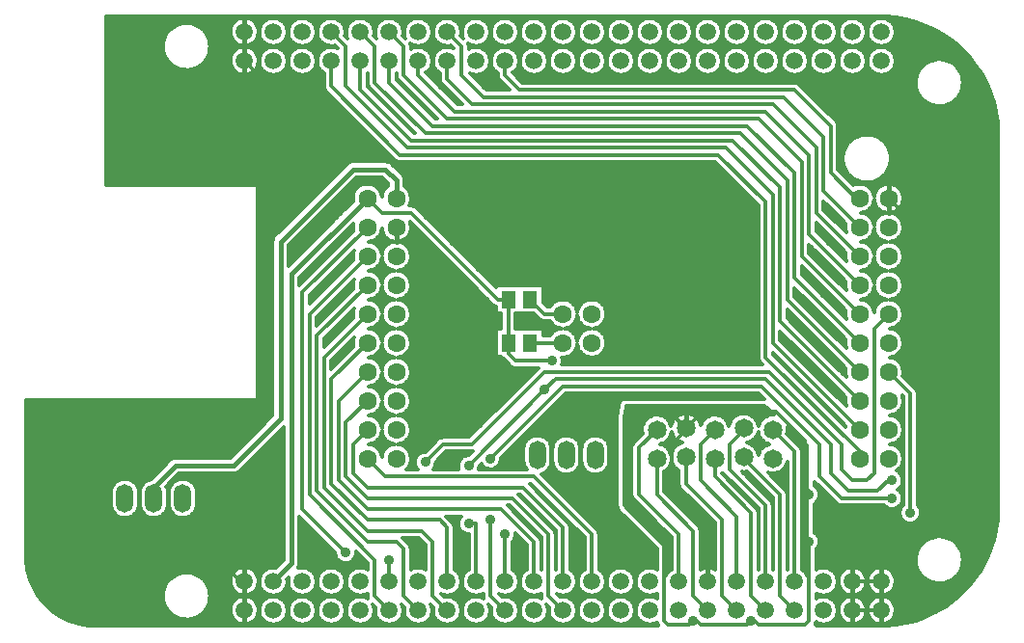
<source format=gtl>
G04 DipTrace 2.3.1.0*
%INbbblp30.GTL*%
%MOMM*%
%ADD13C,0.3*%
%ADD14C,0.45*%
%ADD15C,0.33*%
%ADD16C,0.4*%
%ADD17C,1.5*%
%ADD18C,1.6*%
%ADD19O,1.5X2.5*%
%ADD20R,1.3X1.5*%
%ADD21C,1.65*%
%ADD27C,0.9*%
%FSLAX53Y53*%
G04*
G71*
G90*
G75*
G01*
%LNTop*%
%LPD*%
X40480Y32854D2*
D13*
X37940Y30314D1*
Y23329D1*
X40480Y20789D1*
X52227D1*
X55085Y17932D1*
Y14439D1*
X40480Y25234D2*
X42068Y23647D1*
X55085D1*
X60165Y18566D1*
Y14439D1*
X40480Y27774D2*
X39210Y26504D1*
Y23964D1*
X40480Y22694D1*
X54133D1*
X57625Y19202D1*
Y14439D1*
X83660Y48094D2*
X83343D1*
X81120Y50316D1*
Y54444D1*
X77945Y57619D1*
X53815D1*
X52545Y58889D1*
Y60159D1*
X83660Y40474D2*
X79215Y44919D1*
Y51904D1*
X75405Y55714D1*
X48100D1*
X44925Y58889D1*
Y60159D1*
X40480Y43014D2*
X35400Y37934D1*
Y22059D1*
X41115Y16344D1*
Y13169D1*
X42385Y11899D1*
X40480Y40474D2*
X36035Y36029D1*
Y22377D1*
X40480Y17931D1*
X43020D1*
X43655Y17296D1*
Y13169D1*
X44925Y11899D1*
X86517Y23329D2*
X86200D1*
X85248Y22377D1*
X82707D1*
X81120Y23964D1*
Y26504D1*
X75405Y32219D1*
X56990D1*
X56038Y31267D1*
X49370Y24599D1*
Y19519D2*
X50005D1*
Y14439D1*
X83660Y37934D2*
X78580Y43014D1*
Y51269D1*
X74770Y55079D1*
X47465D1*
X43655Y58889D1*
Y61429D1*
X42385Y62699D1*
X83660Y35394D2*
X77945Y41109D1*
Y50316D1*
X73817Y54444D1*
X46195D1*
X42385Y58254D1*
Y60159D1*
X83660Y45554D2*
X80485Y48729D1*
Y53492D1*
X76992Y56984D1*
X50640D1*
X48735Y58889D1*
Y61429D1*
X47465Y62699D1*
X83660Y43014D2*
X79850Y46824D1*
Y52539D1*
X76040Y56349D1*
X49688D1*
X47465Y58572D1*
Y60159D1*
X40480Y37934D2*
X36670Y34124D1*
Y22694D1*
X40480Y18884D1*
X45243D1*
X46195Y17931D1*
Y13169D1*
X47465Y11899D1*
X40480Y30314D2*
X38575Y28409D1*
Y23647D1*
X40480Y21742D1*
X53180D1*
X56355Y18566D1*
Y13169D1*
X57625Y11899D1*
X86517Y21742D2*
X82073D1*
X80168Y23647D1*
Y26504D1*
X75087Y31584D1*
X57625D1*
X51275Y25234D1*
X40480Y35394D2*
X37305Y32219D1*
Y23012D1*
X40480Y19837D1*
X46830D1*
X47465Y19202D1*
Y14439D1*
X40480Y45554D2*
X34765Y39839D1*
Y20789D1*
X38575Y16979D1*
X42385Y16344D2*
Y14439D1*
X83660Y25234D2*
Y25869D1*
X75405Y34124D1*
Y47776D1*
X71278Y51904D1*
X43337D1*
X37305Y57936D1*
Y60159D1*
X83660Y27774D2*
X76040Y35394D1*
Y48411D1*
X71913Y52539D1*
X43972D1*
X38575Y57936D1*
Y61429D1*
X37305Y62699D1*
X83660Y32854D2*
X77310Y39204D1*
Y49681D1*
X73183Y53809D1*
X45560D1*
X41115Y58254D1*
Y61429D1*
X39845Y62699D1*
X83660Y30314D2*
X76675Y37299D1*
Y49046D1*
X72547Y53174D1*
X44290D1*
X39845Y57619D1*
Y60159D1*
X68420Y27901D2*
Y27774D1*
X67150Y26504D1*
Y22694D1*
X70325Y19519D1*
Y14439D1*
X69055Y10947D2*
X69373D1*
X69690Y10629D1*
X73817D1*
X74135Y10947D1*
X69055D2*
X68737Y10629D1*
X66832D1*
X66515Y10946D1*
Y17614D1*
X63023Y21107D1*
Y29044D1*
X63340Y29361D1*
X74135Y10947D2*
X74453D1*
X74770Y10629D1*
X78897D1*
X79215Y10947D1*
Y17931D1*
X63340Y29361D2*
X66960D1*
X68420Y27901D1*
X79215Y22059D2*
Y22376D1*
X78897Y22694D1*
Y26821D1*
X76358Y29361D1*
X69880D1*
X68420Y27901D1*
X73500Y25361D2*
Y25234D1*
X76675Y22059D1*
Y13169D1*
X77945Y11899D1*
X76040Y27774D2*
X77945Y25869D1*
Y14439D1*
X70960Y25234D2*
Y23647D1*
X74135Y20471D1*
Y13169D1*
X75405Y11899D1*
X73500Y27901D2*
Y27774D1*
X72230Y26504D1*
Y24282D1*
X75405Y21107D1*
Y14439D1*
X65880Y25234D2*
Y22059D1*
X69055Y18884D1*
Y13169D1*
X70325Y11899D1*
X70960Y27774D2*
X69690Y26504D1*
Y23329D1*
X72865Y20154D1*
Y14439D1*
X68420Y25361D2*
Y23012D1*
X71595Y19837D1*
Y13169D1*
X72865Y11899D1*
X29685Y62699D2*
Y60159D1*
Y11899D2*
Y14439D1*
X83025Y11899D2*
Y14439D1*
X85565D1*
X83025Y11899D2*
X85565D1*
Y14439D1*
Y16027D1*
X89692Y20154D1*
Y44602D1*
X86200Y48094D1*
X29685Y14439D2*
X29367D1*
X26828Y16979D1*
X20795D1*
X17302Y20471D1*
Y24282D1*
X20477Y27457D1*
X28732D1*
X31907Y30631D1*
Y57936D1*
X29685Y60159D1*
X57625Y35394D2*
X54762D1*
X57625Y37934D2*
X56032D1*
X54762Y39204D1*
X51275Y19837D2*
Y13169D1*
X52545Y11899D1*
Y18567D2*
Y14439D1*
X88105Y20472D2*
Y30949D1*
X86200Y32854D1*
X21748Y21742D2*
D14*
Y22694D1*
X23653Y24599D1*
X28732D1*
X32860Y28726D1*
Y44284D1*
X39210Y50634D1*
X42068D1*
X43020Y49681D1*
Y48094D1*
X86200Y37934D2*
D13*
X84930Y36664D1*
Y23964D1*
X84295Y23329D1*
X83025D1*
X82073Y24281D1*
Y26504D1*
X75722Y32854D1*
X56038D1*
X49688Y26504D1*
X47148D1*
X45560Y24916D1*
X65880Y27774D2*
X64293Y26187D1*
Y22059D1*
X67785Y18567D1*
Y14439D1*
X40480Y48094D2*
D14*
X33812Y41426D1*
Y16027D1*
X32225Y14439D1*
X52863Y35394D2*
D13*
Y39204D1*
X51910D1*
X44290Y46824D1*
X41750D1*
X40480Y48094D1*
X56672Y33806D2*
X53498D1*
X52863Y34441D1*
Y35394D1*
D27*
X86517Y23329D3*
X49370Y24599D3*
Y19519D3*
X56038Y31267D3*
X86517Y21742D3*
X51275Y25234D3*
X38575Y16979D3*
X42385Y16344D3*
X51275Y19837D3*
X52545Y18567D3*
X88105Y20472D3*
X45560Y24916D3*
X56672Y33806D3*
X79215Y22059D3*
Y17931D3*
X63340Y29361D3*
X69055Y10947D3*
X74135D3*
X63220Y29505D2*
D15*
X75666D1*
X63220Y29178D2*
X68128D1*
X68709D2*
X73212D1*
X73788D2*
X76022D1*
X63220Y28851D2*
X65116D1*
X66647D2*
X67493D1*
X69344D2*
X70195D1*
X71726D2*
X72578D1*
X74422D2*
X75274D1*
X63220Y28525D2*
X64781D1*
X66977D2*
X67241D1*
X69596D2*
X69860D1*
X72056D2*
X72325D1*
X74675D2*
X74944D1*
X63220Y28198D2*
X64616D1*
X63220Y27871D2*
X64549D1*
X63220Y27545D2*
X64565D1*
X77356D2*
X77801D1*
X63220Y27218D2*
X64405D1*
X67090D2*
X67276D1*
X74644D2*
X74829D1*
X77516D2*
X78157D1*
X63220Y26891D2*
X64075D1*
X66874D2*
X67566D1*
X74355D2*
X75047D1*
X77841D2*
X78518D1*
X63220Y26565D2*
X63760D1*
X66399D2*
X67891D1*
X74031D2*
X75522D1*
X78171D2*
X78873D1*
X63220Y26238D2*
X63631D1*
X66745D2*
X67421D1*
X74495D2*
X75176D1*
X78486D2*
X79018D1*
X63220Y25912D2*
X63631D1*
X67028D2*
X67205D1*
X74716D2*
X74893D1*
X78604D2*
X79018D1*
X63220Y25585D2*
X63631D1*
X78604D2*
X79018D1*
X63220Y25258D2*
X63631D1*
X78604D2*
X79018D1*
X63220Y24931D2*
X63631D1*
X78604D2*
X79018D1*
X63220Y24605D2*
X63631D1*
X67054D2*
X67329D1*
X78604D2*
X79018D1*
X63220Y24278D2*
X63631D1*
X66796D2*
X67664D1*
X76959D2*
X77285D1*
X78604D2*
X79018D1*
X63220Y23951D2*
X63631D1*
X66539D2*
X67762D1*
X73479D2*
X73861D1*
X76305D2*
X77285D1*
X78604D2*
X79018D1*
X63220Y23625D2*
X63631D1*
X66539D2*
X67762D1*
X73809D2*
X74186D1*
X76031D2*
X77285D1*
X78604D2*
X79018D1*
X63220Y23298D2*
X63631D1*
X66539D2*
X67762D1*
X74134D2*
X74516D1*
X76356D2*
X77285D1*
X78604D2*
X79018D1*
X63220Y22972D2*
X63631D1*
X66539D2*
X67762D1*
X74459D2*
X74841D1*
X76681D2*
X77285D1*
X78604D2*
X79018D1*
X63220Y22645D2*
X63631D1*
X66539D2*
X67875D1*
X74789D2*
X75166D1*
X77011D2*
X77285D1*
X78604D2*
X79018D1*
X63220Y22318D2*
X63631D1*
X66544D2*
X68195D1*
X75113D2*
X75496D1*
X78604D2*
X79018D1*
X63220Y21992D2*
X63637D1*
X66869D2*
X68520D1*
X75443D2*
X75821D1*
X78604D2*
X79018D1*
X63220Y21665D2*
X63771D1*
X67193D2*
X68844D1*
X75768D2*
X76009D1*
X78604D2*
X79018D1*
X63220Y21338D2*
X64090D1*
X67523D2*
X69174D1*
X78604D2*
X79018D1*
X63220Y21012D2*
X64420D1*
X67848D2*
X69499D1*
X78604D2*
X79018D1*
X63414Y20685D2*
X64745D1*
X68173D2*
X69824D1*
X78604D2*
X79018D1*
X63775Y20358D2*
X65070D1*
X68503D2*
X70154D1*
X78604D2*
X79018D1*
X64136Y20031D2*
X65400D1*
X68828D2*
X70479D1*
X78604D2*
X79018D1*
X64492Y19705D2*
X65725D1*
X69153D2*
X70804D1*
X78604D2*
X79018D1*
X64852Y19378D2*
X66055D1*
X69483D2*
X70933D1*
X78604D2*
X79018D1*
X65213Y19052D2*
X66380D1*
X69694D2*
X70933D1*
X78604D2*
X79018D1*
X65569Y18725D2*
X66705D1*
X69715D2*
X70933D1*
X78604D2*
X79018D1*
X65930Y18398D2*
X67035D1*
X69715D2*
X70933D1*
X78604D2*
X79018D1*
X66291Y18072D2*
X67122D1*
X69715D2*
X70933D1*
X78604D2*
X79018D1*
X66647Y17745D2*
X67122D1*
X69715D2*
X70933D1*
X78604D2*
X79018D1*
X66714Y17418D2*
X67122D1*
X69715D2*
X70933D1*
X78604D2*
X79018D1*
X66714Y17091D2*
X67122D1*
X69715D2*
X70933D1*
X78604D2*
X79018D1*
X66714Y16765D2*
X67122D1*
X69715D2*
X70933D1*
X78604D2*
X79018D1*
X66714Y16438D2*
X67122D1*
X69715D2*
X70933D1*
X78604D2*
X79018D1*
X66714Y16111D2*
X67122D1*
X69715D2*
X70933D1*
X78604D2*
X79018D1*
X66714Y15785D2*
X67122D1*
X69715D2*
X70933D1*
X78604D2*
X79018D1*
X66714Y15458D2*
X67066D1*
X78661D2*
X79018D1*
X66680Y14970D2*
X66785Y15153D1*
X66890Y15280D1*
X67011Y15392D1*
X67159Y15495D1*
X67157Y18311D1*
X66174Y19289D1*
X63848Y21615D1*
X63748Y21745D1*
X63685Y21897D1*
X63664Y22059D1*
Y26186D1*
X63686Y26350D1*
X63749Y26502D1*
X63848Y26631D1*
X64632Y27415D1*
X64584Y27640D1*
X64577Y27805D1*
X64591Y27969D1*
X64626Y28130D1*
X64681Y28286D1*
X64756Y28433D1*
X64848Y28570D1*
X64957Y28694D1*
X65080Y28803D1*
X65216Y28896D1*
X65363Y28970D1*
X65519Y29026D1*
X65680Y29062D1*
X65844Y29077D1*
X66009Y29071D1*
X66171Y29044D1*
X66329Y28997D1*
X66480Y28931D1*
X66622Y28846D1*
X66751Y28743D1*
X66866Y28626D1*
X66966Y28494D1*
X67048Y28351D1*
X67135Y28115D1*
X67176Y28289D1*
X67249Y28473D1*
X67349Y28643D1*
X67474Y28797D1*
X67620Y28930D1*
X67785Y29039D1*
X67965Y29122D1*
X68155Y29177D1*
X68351Y29202D1*
X68549Y29198D1*
X68743Y29163D1*
X68931Y29100D1*
X69106Y29009D1*
X69266Y28892D1*
X69406Y28753D1*
X69524Y28594D1*
X69616Y28419D1*
X69681Y28232D1*
X69706Y28130D1*
X69761Y28286D1*
X69836Y28433D1*
X69928Y28570D1*
X70037Y28694D1*
X70160Y28803D1*
X70296Y28896D1*
X70443Y28970D1*
X70599Y29026D1*
X70760Y29062D1*
X70924Y29077D1*
X71089Y29071D1*
X71251Y29044D1*
X71409Y28997D1*
X71560Y28931D1*
X71702Y28846D1*
X71831Y28743D1*
X71946Y28626D1*
X72046Y28494D1*
X72128Y28351D1*
X72215Y28115D1*
X72246Y28257D1*
X72301Y28413D1*
X72376Y28560D1*
X72468Y28697D1*
X72577Y28821D1*
X72700Y28930D1*
X72836Y29023D1*
X72983Y29097D1*
X73139Y29153D1*
X73300Y29189D1*
X73464Y29204D1*
X73629Y29198D1*
X73791Y29171D1*
X73949Y29124D1*
X74100Y29058D1*
X74242Y28973D1*
X74371Y28870D1*
X74486Y28753D1*
X74586Y28621D1*
X74668Y28478D1*
X74732Y28326D1*
X74782Y28121D1*
X74841Y28286D1*
X74916Y28433D1*
X75008Y28570D1*
X75117Y28694D1*
X75240Y28803D1*
X75376Y28896D1*
X75523Y28970D1*
X75679Y29026D1*
X75840Y29062D1*
X76004Y29077D1*
X76174Y29070D1*
X75337Y29835D1*
X73755Y29832D1*
X63188D1*
Y20859D1*
X66626Y17736D1*
X66678Y17637D1*
X66680Y14979D1*
X69683Y15486D2*
X69862Y15577D1*
X70051Y15636D1*
X70246Y15665D1*
X70444Y15661D1*
X70639Y15626D1*
X70825Y15561D1*
X70967Y15486D1*
Y19578D1*
X67976Y22567D1*
X67876Y22698D1*
X67813Y22850D1*
X67792Y23012D1*
Y24223D1*
X67704Y24272D1*
X67572Y24371D1*
X67454Y24486D1*
X67351Y24615D1*
X67266Y24756D1*
X67199Y24907D1*
X67164Y25020D1*
X67090Y24751D1*
X67020Y24602D1*
X66931Y24463D1*
X66825Y24337D1*
X66704Y24224D1*
X66511Y24097D1*
X66508Y22321D1*
X69499Y19328D1*
X69599Y19198D1*
X69662Y19046D1*
X69683Y18884D1*
Y15486D1*
X74761Y15485D2*
X74779Y15495D1*
X74763Y15522D1*
X74777Y15594D1*
Y20848D1*
X71786Y23837D1*
X71681Y23977D1*
X71588Y23909D1*
X74579Y20916D1*
X74679Y20785D1*
X74742Y20633D1*
X74763Y20471D1*
Y15522D1*
X77301Y15485D2*
X77319Y15495D1*
X77317Y22194D1*
Y24973D1*
X77250Y24751D1*
X77180Y24602D1*
X77091Y24463D1*
X76985Y24337D1*
X76864Y24224D1*
X76730Y24128D1*
X76585Y24050D1*
X76431Y23991D1*
X76271Y23951D1*
X76107Y23933D1*
X75942Y23934D1*
X75779Y23957D1*
X75625Y23999D1*
X77119Y22503D1*
X77219Y22373D1*
X77282Y22221D1*
X77303Y22059D1*
Y15485D1*
X78575Y15492D2*
X78699Y15408D1*
X78822Y15298D1*
X78930Y15173D1*
X79052Y14965D1*
X79050Y26433D1*
X77321Y28016D1*
X77343Y27774D1*
X77333Y27609D1*
X77290Y27413D1*
X78389Y26313D1*
X78489Y26183D1*
X78552Y26031D1*
X78573Y25869D1*
Y15489D1*
X66176Y26503D2*
X66329Y26457D1*
X66480Y26391D1*
X66622Y26306D1*
X66751Y26203D1*
X66866Y26086D1*
X66966Y25954D1*
X67048Y25811D1*
X67135Y25575D1*
X67166Y25717D1*
X67221Y25873D1*
X67296Y26020D1*
X67388Y26157D1*
X67497Y26281D1*
X67620Y26390D1*
X67756Y26483D1*
X67903Y26557D1*
X68134Y26630D1*
X67938Y26690D1*
X67760Y26777D1*
X67598Y26890D1*
X67454Y27026D1*
X67333Y27182D1*
X67237Y27355D1*
X67164Y27554D1*
X67090Y27291D1*
X67020Y27142D1*
X66931Y27003D1*
X66825Y26877D1*
X66704Y26764D1*
X66570Y26668D1*
X66425Y26590D1*
X66271Y26531D1*
X66166Y26505D1*
X73756Y24085D2*
X73567Y24060D1*
X73326Y24072D1*
X75849Y21551D1*
X75949Y21420D1*
X76012Y21268D1*
X76033Y21107D1*
Y15491D1*
X76047Y15809D1*
Y21795D1*
X73762Y24083D1*
X73796Y26630D2*
X73949Y26584D1*
X74100Y26518D1*
X74242Y26433D1*
X74371Y26330D1*
X74486Y26213D1*
X74586Y26081D1*
X74668Y25938D1*
X74732Y25786D1*
X74782Y25581D1*
X74841Y25746D1*
X74916Y25893D1*
X75008Y26030D1*
X75117Y26154D1*
X75240Y26263D1*
X75376Y26356D1*
X75523Y26430D1*
X75754Y26503D1*
X75620Y26540D1*
X75467Y26603D1*
X75324Y26685D1*
X75192Y26784D1*
X75074Y26899D1*
X74971Y27028D1*
X74886Y27169D1*
X74819Y27320D1*
X74757Y27564D1*
X74710Y27418D1*
X74640Y27269D1*
X74551Y27130D1*
X74445Y27004D1*
X74324Y26891D1*
X74190Y26795D1*
X74045Y26717D1*
X73891Y26658D1*
X73786Y26632D1*
X70325Y15667D2*
D16*
Y14439D1*
X68420Y29204D2*
Y27901D1*
X17572Y63723D2*
D15*
X28974D1*
X30396D2*
X31516D1*
X32938D2*
X34053D1*
X35475D2*
X36595D1*
X38017D2*
X39137D1*
X40554D2*
X41673D1*
X43096D2*
X44216D1*
X45638D2*
X46752D1*
X48174D2*
X49294D1*
X50717D2*
X51836D1*
X53253D2*
X54373D1*
X55795D2*
X56915D1*
X58337D2*
X59452D1*
X60874D2*
X61994D1*
X63416D2*
X64536D1*
X65953D2*
X67073D1*
X68495D2*
X69615D1*
X71037D2*
X72152D1*
X73574D2*
X74694D1*
X76116D2*
X77236D1*
X78653D2*
X79773D1*
X81195D2*
X82315D1*
X83737D2*
X84852D1*
X86274D2*
X88028D1*
X17572Y63396D2*
X23941D1*
X25265D2*
X28644D1*
X30731D2*
X31181D1*
X33268D2*
X33723D1*
X35810D2*
X36259D1*
X38347D2*
X38801D1*
X40889D2*
X41343D1*
X43431D2*
X43880D1*
X45968D2*
X46422D1*
X48510D2*
X48959D1*
X51047D2*
X51501D1*
X53589D2*
X54043D1*
X56131D2*
X56580D1*
X58667D2*
X59122D1*
X61209D2*
X61659D1*
X63746D2*
X64201D1*
X66288D2*
X66743D1*
X68830D2*
X69280D1*
X71367D2*
X71822D1*
X73909D2*
X74359D1*
X76446D2*
X76901D1*
X78988D2*
X79443D1*
X81530D2*
X81980D1*
X84067D2*
X84522D1*
X86609D2*
X89070D1*
X17572Y63070D2*
X23317D1*
X25894D2*
X28484D1*
X30891D2*
X31021D1*
X33428D2*
X33561D1*
X35970D2*
X36100D1*
X38507D2*
X38640D1*
X41049D2*
X41180D1*
X43591D2*
X43724D1*
X46127D2*
X46265D1*
X48669D2*
X48799D1*
X51206D2*
X51343D1*
X53748D2*
X53884D1*
X56290D2*
X56420D1*
X58827D2*
X58960D1*
X61369D2*
X61504D1*
X63906D2*
X64037D1*
X66448D2*
X66581D1*
X68990D2*
X69120D1*
X71527D2*
X71664D1*
X74069D2*
X74202D1*
X76606D2*
X76740D1*
X79148D2*
X79285D1*
X81690D2*
X81820D1*
X84227D2*
X84359D1*
X86769D2*
X89843D1*
X17572Y62743D2*
X22977D1*
X26229D2*
X28427D1*
X86826D2*
X90488D1*
X17572Y62416D2*
X22760D1*
X26451D2*
X28458D1*
X86795D2*
X91039D1*
X17572Y62090D2*
X22616D1*
X26596D2*
X28587D1*
X30782D2*
X31124D1*
X33324D2*
X33666D1*
X35867D2*
X36208D1*
X46024D2*
X46366D1*
X51103D2*
X51445D1*
X53645D2*
X53987D1*
X56182D2*
X56523D1*
X58724D2*
X59066D1*
X61266D2*
X61608D1*
X63803D2*
X64144D1*
X66345D2*
X66686D1*
X68882D2*
X69228D1*
X71424D2*
X71765D1*
X73966D2*
X74307D1*
X76503D2*
X76844D1*
X79045D2*
X79386D1*
X81582D2*
X81928D1*
X84124D2*
X84465D1*
X86666D2*
X91503D1*
X17572Y61763D2*
X22533D1*
X26678D2*
X28855D1*
X30514D2*
X31397D1*
X33051D2*
X33939D1*
X35593D2*
X36476D1*
X45751D2*
X46639D1*
X50835D2*
X51718D1*
X53372D2*
X54260D1*
X55914D2*
X56797D1*
X58451D2*
X59339D1*
X60993D2*
X61876D1*
X63535D2*
X64418D1*
X66072D2*
X66960D1*
X68614D2*
X69497D1*
X71151D2*
X72039D1*
X73693D2*
X74576D1*
X76235D2*
X77118D1*
X78772D2*
X79660D1*
X81314D2*
X82196D1*
X83851D2*
X84738D1*
X86393D2*
X91942D1*
X17572Y61436D2*
X22508D1*
X26704D2*
X37646D1*
X44318D2*
X47804D1*
X49397D2*
X92318D1*
X17572Y61110D2*
X22533D1*
X26678D2*
X28876D1*
X30494D2*
X31413D1*
X33036D2*
X33955D1*
X35573D2*
X36497D1*
X45736D2*
X46654D1*
X50814D2*
X51733D1*
X53357D2*
X54275D1*
X55893D2*
X56817D1*
X58435D2*
X59354D1*
X60977D2*
X61896D1*
X63514D2*
X64433D1*
X66056D2*
X66975D1*
X68593D2*
X69517D1*
X71135D2*
X72054D1*
X73677D2*
X74596D1*
X76214D2*
X77133D1*
X78756D2*
X79675D1*
X81293D2*
X82217D1*
X83835D2*
X84754D1*
X86377D2*
X92674D1*
X17572Y60783D2*
X22611D1*
X26601D2*
X28592D1*
X30777D2*
X31134D1*
X33314D2*
X33676D1*
X35856D2*
X36213D1*
X46014D2*
X46376D1*
X51093D2*
X51455D1*
X53635D2*
X53997D1*
X56177D2*
X56534D1*
X58714D2*
X59076D1*
X61256D2*
X61613D1*
X63798D2*
X64155D1*
X66335D2*
X66697D1*
X68877D2*
X69234D1*
X71414D2*
X71776D1*
X73956D2*
X74313D1*
X76498D2*
X76855D1*
X79035D2*
X79397D1*
X81577D2*
X81933D1*
X84114D2*
X84476D1*
X86656D2*
X92988D1*
X17572Y60456D2*
X22750D1*
X26462D2*
X28463D1*
X86790D2*
X93288D1*
X17572Y60130D2*
X22967D1*
X26245D2*
X28422D1*
X86826D2*
X89745D1*
X91544D2*
X93551D1*
X17572Y59803D2*
X23297D1*
X25910D2*
X28479D1*
X30891D2*
X31021D1*
X33433D2*
X33554D1*
X35975D2*
X36094D1*
X46133D2*
X46258D1*
X51212D2*
X51335D1*
X53754D2*
X53878D1*
X56296D2*
X56419D1*
X58832D2*
X58953D1*
X61374D2*
X61498D1*
X63911D2*
X64039D1*
X66453D2*
X66574D1*
X68995D2*
X69115D1*
X71532D2*
X71657D1*
X74074D2*
X74196D1*
X76611D2*
X76732D1*
X79153D2*
X79278D1*
X81695D2*
X81815D1*
X84232D2*
X84360D1*
X86774D2*
X89245D1*
X92044D2*
X93803D1*
X17572Y59476D2*
X23900D1*
X25312D2*
X28633D1*
X30736D2*
X31170D1*
X33278D2*
X33712D1*
X35820D2*
X36249D1*
X45978D2*
X46412D1*
X51057D2*
X51491D1*
X53599D2*
X54033D1*
X56141D2*
X56570D1*
X58678D2*
X59112D1*
X61220D2*
X61654D1*
X63757D2*
X64191D1*
X66299D2*
X66733D1*
X68841D2*
X69270D1*
X71378D2*
X71812D1*
X73920D2*
X74354D1*
X76457D2*
X76891D1*
X78999D2*
X79433D1*
X81541D2*
X81970D1*
X84077D2*
X84512D1*
X86619D2*
X88946D1*
X92343D2*
X94025D1*
X17572Y59150D2*
X28953D1*
X30416D2*
X31495D1*
X32958D2*
X34032D1*
X35495D2*
X36574D1*
X45658D2*
X46732D1*
X50737D2*
X51811D1*
X53279D2*
X54353D1*
X55816D2*
X56895D1*
X58358D2*
X59432D1*
X60895D2*
X61974D1*
X63437D2*
X64511D1*
X65979D2*
X67053D1*
X68516D2*
X69595D1*
X71058D2*
X72131D1*
X73595D2*
X74673D1*
X76137D2*
X77210D1*
X78679D2*
X79752D1*
X81216D2*
X82294D1*
X83758D2*
X84831D1*
X86295D2*
X88750D1*
X92539D2*
X94241D1*
X17572Y58823D2*
X36646D1*
X45911D2*
X46804D1*
X49721D2*
X51888D1*
X53532D2*
X88626D1*
X92663D2*
X94427D1*
X17572Y58496D2*
X36646D1*
X46241D2*
X46809D1*
X50046D2*
X52022D1*
X53857D2*
X88559D1*
X92730D2*
X94608D1*
X17572Y58170D2*
X36646D1*
X46566D2*
X46948D1*
X50376D2*
X52342D1*
X78282D2*
X88549D1*
X92740D2*
X94773D1*
X17572Y57843D2*
X36651D1*
X46891D2*
X47273D1*
X50701D2*
X52672D1*
X78643D2*
X88590D1*
X92704D2*
X94912D1*
X17572Y57516D2*
X36806D1*
X47221D2*
X47598D1*
X78968D2*
X88683D1*
X92606D2*
X95056D1*
X17572Y57190D2*
X37131D1*
X47545D2*
X47928D1*
X79298D2*
X88843D1*
X92446D2*
X95175D1*
X17572Y56863D2*
X37456D1*
X47870D2*
X48253D1*
X79622D2*
X89085D1*
X92204D2*
X95283D1*
X17572Y56536D2*
X37786D1*
X48200D2*
X48578D1*
X79947D2*
X89467D1*
X91827D2*
X95386D1*
X17572Y56210D2*
X38111D1*
X80277D2*
X90318D1*
X90971D2*
X95463D1*
X17572Y55883D2*
X38435D1*
X80602D2*
X95541D1*
X17572Y55556D2*
X38765D1*
X80927D2*
X95608D1*
X17572Y55230D2*
X39090D1*
X81257D2*
X95654D1*
X17572Y54903D2*
X39415D1*
X81582D2*
X95701D1*
X17572Y54576D2*
X39745D1*
X81767D2*
X95732D1*
X17572Y54250D2*
X40070D1*
X81783D2*
X95747D1*
X17572Y53923D2*
X40400D1*
X81783D2*
X95768D1*
X17572Y53596D2*
X40725D1*
X81783D2*
X83645D1*
X84949D2*
X95773D1*
X17572Y53270D2*
X41050D1*
X81783D2*
X83001D1*
X85588D2*
X95773D1*
X17572Y52943D2*
X41380D1*
X81783D2*
X82655D1*
X85934D2*
X95773D1*
X17572Y52616D2*
X41704D1*
X81783D2*
X82428D1*
X86161D2*
X95773D1*
X17572Y52290D2*
X42029D1*
X81783D2*
X82279D1*
X86310D2*
X95773D1*
X17572Y51963D2*
X42359D1*
X81783D2*
X82191D1*
X86398D2*
X95773D1*
X17572Y51636D2*
X42684D1*
X81783D2*
X82160D1*
X86429D2*
X95773D1*
X17572Y51310D2*
X38982D1*
X42296D2*
X43102D1*
X81783D2*
X82176D1*
X86413D2*
X95773D1*
X17572Y50983D2*
X38533D1*
X42745D2*
X71276D1*
X81783D2*
X82248D1*
X86341D2*
X95773D1*
X17572Y50656D2*
X38203D1*
X43070D2*
X71606D1*
X81783D2*
X82377D1*
X86212D2*
X95773D1*
X17572Y50330D2*
X37878D1*
X43400D2*
X71930D1*
X82025D2*
X82578D1*
X86016D2*
X95773D1*
X17572Y50003D2*
X37554D1*
X43678D2*
X72255D1*
X82355D2*
X82877D1*
X85712D2*
X95773D1*
X17572Y49676D2*
X37224D1*
X39280D2*
X41998D1*
X43756D2*
X72585D1*
X82680D2*
X83382D1*
X85207D2*
X95773D1*
X17572Y49350D2*
X36899D1*
X38955D2*
X40209D1*
X40749D2*
X42282D1*
X43756D2*
X72910D1*
X83010D2*
X83388D1*
X83928D2*
X85930D1*
X86470D2*
X95773D1*
X30906Y49023D2*
X36574D1*
X38625D2*
X39570D1*
X41389D2*
X42112D1*
X43931D2*
X73240D1*
X84572D2*
X85290D1*
X87109D2*
X95773D1*
X30906Y48696D2*
X36244D1*
X38300D2*
X39322D1*
X41642D2*
X41858D1*
X44178D2*
X73565D1*
X84820D2*
X85038D1*
X87362D2*
X95773D1*
X30906Y48370D2*
X35919D1*
X37970D2*
X39198D1*
X44302D2*
X73890D1*
X87481D2*
X95773D1*
X30906Y48043D2*
X35594D1*
X37645D2*
X39173D1*
X44328D2*
X74220D1*
X87512D2*
X95773D1*
X30906Y47716D2*
X35264D1*
X37321D2*
X39075D1*
X44271D2*
X74545D1*
X87455D2*
X95773D1*
X30906Y47390D2*
X34939D1*
X36991D2*
X38750D1*
X44596D2*
X74746D1*
X80509D2*
X80902D1*
X84758D2*
X85099D1*
X87300D2*
X95773D1*
X30906Y47063D2*
X34609D1*
X36666D2*
X38420D1*
X44972D2*
X74746D1*
X80530D2*
X81232D1*
X84449D2*
X85414D1*
X86986D2*
X95773D1*
X30906Y46736D2*
X34285D1*
X36341D2*
X38095D1*
X45297D2*
X74746D1*
X80860D2*
X81557D1*
X84175D2*
X85682D1*
X86717D2*
X95773D1*
X30906Y46410D2*
X33960D1*
X36011D2*
X37770D1*
X45627D2*
X74746D1*
X81185D2*
X81882D1*
X84645D2*
X85218D1*
X87182D2*
X95773D1*
X30906Y46083D2*
X33630D1*
X35686D2*
X37440D1*
X45952D2*
X74746D1*
X81510D2*
X82212D1*
X84856D2*
X85000D1*
X87398D2*
X95773D1*
X30906Y45756D2*
X33305D1*
X35361D2*
X37115D1*
X44312D2*
X44433D1*
X46277D2*
X74746D1*
X79875D2*
X79995D1*
X81840D2*
X82367D1*
X87496D2*
X95773D1*
X30906Y45430D2*
X32980D1*
X35031D2*
X36791D1*
X38842D2*
X39173D1*
X44323D2*
X44762D1*
X46607D2*
X74746D1*
X79875D2*
X80325D1*
X82164D2*
X82356D1*
X87506D2*
X95773D1*
X30906Y45103D2*
X32650D1*
X34706D2*
X36461D1*
X38517D2*
X39106D1*
X44251D2*
X45092D1*
X46932D2*
X74746D1*
X79952D2*
X80650D1*
X87429D2*
X95773D1*
X30906Y44776D2*
X32325D1*
X34382D2*
X36136D1*
X38187D2*
X38781D1*
X41528D2*
X41973D1*
X44065D2*
X45417D1*
X47257D2*
X74746D1*
X80277D2*
X80974D1*
X84707D2*
X85151D1*
X87249D2*
X95773D1*
X30906Y44450D2*
X32145D1*
X34052D2*
X35811D1*
X37862D2*
X38456D1*
X41157D2*
X42344D1*
X43694D2*
X45742D1*
X47587D2*
X74746D1*
X80607D2*
X81304D1*
X84335D2*
X85522D1*
X86877D2*
X95773D1*
X30906Y44123D2*
X32124D1*
X33727D2*
X35481D1*
X37537D2*
X38126D1*
X41147D2*
X42354D1*
X43689D2*
X46072D1*
X47912D2*
X74746D1*
X80932D2*
X81629D1*
X84330D2*
X85533D1*
X86867D2*
X95773D1*
X30906Y43796D2*
X32124D1*
X33598D2*
X35156D1*
X37207D2*
X37801D1*
X41523D2*
X41978D1*
X44065D2*
X46397D1*
X48236D2*
X74746D1*
X79241D2*
X79418D1*
X81257D2*
X81959D1*
X84701D2*
X85156D1*
X87243D2*
X95773D1*
X30906Y43470D2*
X32124D1*
X33598D2*
X34831D1*
X36882D2*
X37476D1*
X44245D2*
X46721D1*
X48566D2*
X74746D1*
X79241D2*
X79742D1*
X81587D2*
X82284D1*
X87429D2*
X95773D1*
X30906Y43143D2*
X32124D1*
X33598D2*
X34501D1*
X36557D2*
X37146D1*
X38991D2*
X39179D1*
X44323D2*
X47051D1*
X48891D2*
X74746D1*
X79370D2*
X80072D1*
X81912D2*
X82356D1*
X87506D2*
X95773D1*
X30906Y42816D2*
X32124D1*
X33598D2*
X34176D1*
X36227D2*
X36821D1*
X38661D2*
X39183D1*
X44318D2*
X47376D1*
X49216D2*
X74746D1*
X79700D2*
X80397D1*
X82237D2*
X82366D1*
X87496D2*
X95773D1*
X30906Y42490D2*
X32124D1*
X33598D2*
X33846D1*
X35903D2*
X36497D1*
X38336D2*
X39033D1*
X41678D2*
X41819D1*
X44220D2*
X47701D1*
X49546D2*
X74746D1*
X80025D2*
X80722D1*
X84856D2*
X85000D1*
X87398D2*
X95773D1*
X30906Y42163D2*
X32124D1*
X35578D2*
X36167D1*
X38012D2*
X38709D1*
X41466D2*
X42034D1*
X44008D2*
X48031D1*
X49871D2*
X74746D1*
X80349D2*
X81052D1*
X84645D2*
X85213D1*
X87187D2*
X95773D1*
X30906Y41836D2*
X32124D1*
X35248D2*
X35842D1*
X37682D2*
X38384D1*
X41007D2*
X42493D1*
X43549D2*
X48356D1*
X50201D2*
X74746D1*
X78607D2*
X78835D1*
X80679D2*
X81377D1*
X84191D2*
X85672D1*
X86728D2*
X95773D1*
X30906Y41510D2*
X32124D1*
X34923D2*
X35517D1*
X37357D2*
X38054D1*
X41260D2*
X42241D1*
X43802D2*
X48686D1*
X50526D2*
X74746D1*
X78607D2*
X79165D1*
X81004D2*
X81701D1*
X84444D2*
X85419D1*
X86980D2*
X95773D1*
X30906Y41183D2*
X32124D1*
X34598D2*
X35187D1*
X37032D2*
X37729D1*
X41574D2*
X41926D1*
X44117D2*
X49011D1*
X50851D2*
X74746D1*
X78792D2*
X79489D1*
X81334D2*
X82031D1*
X84758D2*
X85105D1*
X87295D2*
X95773D1*
X30906Y40856D2*
X32124D1*
X34547D2*
X34862D1*
X36702D2*
X37399D1*
X44271D2*
X49336D1*
X51181D2*
X74746D1*
X79117D2*
X79814D1*
X81659D2*
X82356D1*
X87455D2*
X95773D1*
X30906Y40530D2*
X32124D1*
X36377D2*
X37074D1*
X38919D2*
X39173D1*
X44328D2*
X49666D1*
X51505D2*
X74746D1*
X79447D2*
X80144D1*
X81984D2*
X82351D1*
X87512D2*
X95773D1*
X30906Y40203D2*
X32124D1*
X36052D2*
X36749D1*
X38589D2*
X39198D1*
X44302D2*
X49991D1*
X55924D2*
X74746D1*
X79772D2*
X80469D1*
X87481D2*
X95773D1*
X30906Y39876D2*
X32124D1*
X35722D2*
X36419D1*
X38264D2*
X38961D1*
X41642D2*
X41858D1*
X44184D2*
X50315D1*
X55924D2*
X74746D1*
X77972D2*
X78257D1*
X80097D2*
X80799D1*
X84820D2*
X85038D1*
X87362D2*
X95773D1*
X30906Y39550D2*
X32124D1*
X35428D2*
X36094D1*
X37934D2*
X38636D1*
X41394D2*
X42107D1*
X43936D2*
X50645D1*
X55924D2*
X74746D1*
X77972D2*
X78582D1*
X80427D2*
X81124D1*
X84578D2*
X85285D1*
X87114D2*
X95773D1*
X30906Y39223D2*
X32124D1*
X35428D2*
X35770D1*
X37609D2*
X38306D1*
X40775D2*
X42725D1*
X43312D2*
X50970D1*
X55924D2*
X74746D1*
X78210D2*
X78912D1*
X80752D2*
X81449D1*
X83954D2*
X85909D1*
X86496D2*
X95773D1*
X30906Y38896D2*
X32124D1*
X37284D2*
X37982D1*
X41353D2*
X42148D1*
X43895D2*
X51295D1*
X55991D2*
X56750D1*
X58497D2*
X59292D1*
X61039D2*
X74746D1*
X78540D2*
X79237D1*
X81077D2*
X81779D1*
X84531D2*
X85326D1*
X87073D2*
X95773D1*
X30906Y38570D2*
X32124D1*
X36954D2*
X37657D1*
X41621D2*
X41880D1*
X44163D2*
X51702D1*
X56316D2*
X56485D1*
X58765D2*
X59024D1*
X61307D2*
X74746D1*
X78864D2*
X79562D1*
X81407D2*
X82104D1*
X84799D2*
X85058D1*
X87341D2*
X95773D1*
X30906Y38243D2*
X32124D1*
X36630D2*
X37327D1*
X44292D2*
X51702D1*
X61436D2*
X74746D1*
X79194D2*
X79892D1*
X81731D2*
X82387D1*
X87475D2*
X95773D1*
X30906Y37916D2*
X32124D1*
X36305D2*
X37002D1*
X38842D2*
X39168D1*
X44333D2*
X52203D1*
X53522D2*
X55131D1*
X61478D2*
X74746D1*
X77338D2*
X77674D1*
X79519D2*
X80216D1*
X82056D2*
X82351D1*
X87512D2*
X95773D1*
X30906Y37590D2*
X32124D1*
X36062D2*
X36677D1*
X38517D2*
X39214D1*
X44282D2*
X52203D1*
X53522D2*
X55456D1*
X61426D2*
X74746D1*
X77338D2*
X78004D1*
X79844D2*
X80541D1*
X87465D2*
X95773D1*
X30906Y37263D2*
X32124D1*
X36062D2*
X36347D1*
X38192D2*
X38889D1*
X41600D2*
X41900D1*
X44142D2*
X52203D1*
X53522D2*
X56503D1*
X58745D2*
X59045D1*
X61287D2*
X74746D1*
X77632D2*
X78329D1*
X80174D2*
X80871D1*
X87321D2*
X95773D1*
X30906Y36936D2*
X32124D1*
X37862D2*
X38559D1*
X41312D2*
X42189D1*
X43854D2*
X52203D1*
X53522D2*
X56792D1*
X58456D2*
X59334D1*
X60998D2*
X74746D1*
X77957D2*
X78659D1*
X80499D2*
X81196D1*
X87032D2*
X95773D1*
X30906Y36610D2*
X32124D1*
X37537D2*
X38234D1*
X40909D2*
X42591D1*
X43446D2*
X51702D1*
X55924D2*
X57199D1*
X58054D2*
X59736D1*
X60591D2*
X74746D1*
X78287D2*
X78984D1*
X80824D2*
X81521D1*
X86625D2*
X95773D1*
X30906Y36283D2*
X32124D1*
X37212D2*
X37909D1*
X41430D2*
X42071D1*
X43972D2*
X51702D1*
X55924D2*
X56673D1*
X58575D2*
X59215D1*
X61117D2*
X74746D1*
X78612D2*
X79309D1*
X81154D2*
X81851D1*
X87151D2*
X95773D1*
X30906Y35956D2*
X32124D1*
X36882D2*
X37579D1*
X41662D2*
X41842D1*
X44199D2*
X51702D1*
X58807D2*
X58982D1*
X61344D2*
X74746D1*
X76699D2*
X77097D1*
X78937D2*
X79639D1*
X81479D2*
X82176D1*
X87383D2*
X95773D1*
X30906Y35630D2*
X32124D1*
X36697D2*
X37255D1*
X44307D2*
X51702D1*
X61452D2*
X74746D1*
X76725D2*
X77422D1*
X79267D2*
X79964D1*
X81804D2*
X82372D1*
X87491D2*
X95773D1*
X30906Y35303D2*
X32124D1*
X36697D2*
X36930D1*
X38769D2*
X39173D1*
X44328D2*
X51702D1*
X61472D2*
X74746D1*
X77049D2*
X77752D1*
X79592D2*
X80289D1*
X82134D2*
X82351D1*
X87506D2*
X95773D1*
X30906Y34976D2*
X32124D1*
X38445D2*
X39142D1*
X44261D2*
X51702D1*
X61405D2*
X74746D1*
X77379D2*
X78077D1*
X79916D2*
X80619D1*
X87439D2*
X95773D1*
X30906Y34650D2*
X32124D1*
X38115D2*
X38817D1*
X41554D2*
X41947D1*
X44091D2*
X51702D1*
X58698D2*
X59091D1*
X61235D2*
X74746D1*
X77704D2*
X78401D1*
X80246D2*
X80943D1*
X87269D2*
X95773D1*
X30906Y34323D2*
X32124D1*
X37790D2*
X38487D1*
X41208D2*
X42292D1*
X43750D2*
X51702D1*
X58353D2*
X59437D1*
X60895D2*
X74746D1*
X78034D2*
X78731D1*
X80571D2*
X81268D1*
X86929D2*
X95773D1*
X30906Y33996D2*
X32124D1*
X37465D2*
X38162D1*
X41085D2*
X42416D1*
X43627D2*
X52388D1*
X57616D2*
X74756D1*
X78359D2*
X79056D1*
X80896D2*
X81598D1*
X86805D2*
X95773D1*
X30906Y33670D2*
X32124D1*
X37331D2*
X37837D1*
X41497D2*
X42003D1*
X44039D2*
X52713D1*
X57621D2*
X74936D1*
X78684D2*
X79381D1*
X81226D2*
X81923D1*
X87218D2*
X95773D1*
X30906Y33343D2*
X32124D1*
X37331D2*
X37508D1*
X41693D2*
X41807D1*
X44235D2*
X53043D1*
X79014D2*
X79711D1*
X81551D2*
X82248D1*
X87414D2*
X95773D1*
X30906Y33016D2*
X32124D1*
X44323D2*
X55281D1*
X79339D2*
X80036D1*
X81881D2*
X82361D1*
X87501D2*
X95773D1*
X30906Y32690D2*
X32124D1*
X44323D2*
X54951D1*
X79664D2*
X80366D1*
X82206D2*
X82356D1*
X87501D2*
X95773D1*
X30906Y32363D2*
X32124D1*
X41693D2*
X41807D1*
X44235D2*
X54626D1*
X79994D2*
X80691D1*
X87609D2*
X95773D1*
X30906Y32036D2*
X32124D1*
X41497D2*
X42003D1*
X44034D2*
X54301D1*
X80319D2*
X81016D1*
X87939D2*
X95773D1*
X30906Y31710D2*
X32124D1*
X41079D2*
X42416D1*
X43622D2*
X53971D1*
X80643D2*
X81346D1*
X88264D2*
X95773D1*
X30906Y31383D2*
X32124D1*
X41214D2*
X42287D1*
X43756D2*
X53646D1*
X80973D2*
X81671D1*
X88589D2*
X95773D1*
X30906Y31056D2*
X32124D1*
X41554D2*
X41947D1*
X44091D2*
X53321D1*
X81298D2*
X81995D1*
X88754D2*
X95773D1*
X30906Y30730D2*
X32124D1*
X44261D2*
X52991D1*
X57693D2*
X75019D1*
X81623D2*
X82325D1*
X88764D2*
X95773D1*
X30886Y30403D2*
X32124D1*
X44328D2*
X52667D1*
X57363D2*
X62737D1*
X81953D2*
X82351D1*
X88764D2*
X95773D1*
X10591Y30076D2*
X32124D1*
X44307D2*
X52337D1*
X57038D2*
X62520D1*
X88764D2*
X95773D1*
X10591Y29750D2*
X32124D1*
X41657D2*
X41841D1*
X44199D2*
X52012D1*
X56713D2*
X62463D1*
X88764D2*
X95773D1*
X10591Y29423D2*
X32124D1*
X41430D2*
X42071D1*
X43967D2*
X51687D1*
X56383D2*
X62381D1*
X87151D2*
X87446D1*
X88764D2*
X95773D1*
X10591Y29096D2*
X32124D1*
X40899D2*
X42602D1*
X43441D2*
X51357D1*
X56058D2*
X62366D1*
X86619D2*
X87446D1*
X88764D2*
X95773D1*
X10591Y28770D2*
X31877D1*
X41312D2*
X42184D1*
X43854D2*
X51032D1*
X55734D2*
X62360D1*
X87032D2*
X87446D1*
X88764D2*
X95773D1*
X10591Y28443D2*
X31552D1*
X41600D2*
X41900D1*
X44142D2*
X50707D1*
X55404D2*
X62360D1*
X87321D2*
X87441D1*
X88764D2*
X95773D1*
X10591Y28116D2*
X31222D1*
X44287D2*
X50377D1*
X55079D2*
X62360D1*
X88764D2*
X95773D1*
X10591Y27790D2*
X30897D1*
X32948D2*
X33077D1*
X44333D2*
X50052D1*
X54754D2*
X62360D1*
X88764D2*
X95773D1*
X10591Y27463D2*
X30567D1*
X32623D2*
X33078D1*
X44292D2*
X49728D1*
X54424D2*
X62360D1*
X88764D2*
X95773D1*
X10591Y27136D2*
X30242D1*
X32298D2*
X33078D1*
X41621D2*
X41880D1*
X44163D2*
X49398D1*
X54099D2*
X54796D1*
X56012D2*
X57333D1*
X58549D2*
X59875D1*
X61091D2*
X62360D1*
X88764D2*
X95773D1*
X10591Y26810D2*
X29917D1*
X31968D2*
X33078D1*
X41353D2*
X42148D1*
X43890D2*
X46531D1*
X53769D2*
X54404D1*
X56404D2*
X56941D1*
X58941D2*
X59483D1*
X61483D2*
X62360D1*
X87073D2*
X87446D1*
X88764D2*
X95773D1*
X10591Y26483D2*
X29587D1*
X31644D2*
X33078D1*
X40786D2*
X42715D1*
X43322D2*
X46206D1*
X53444D2*
X54219D1*
X56584D2*
X56761D1*
X59126D2*
X59301D1*
X61663D2*
X62360D1*
X86501D2*
X87446D1*
X88764D2*
X95773D1*
X10591Y26156D2*
X29262D1*
X31319D2*
X33078D1*
X41399D2*
X42101D1*
X43936D2*
X45881D1*
X53119D2*
X54146D1*
X61741D2*
X62360D1*
X87120D2*
X87446D1*
X88764D2*
X95773D1*
X10591Y25830D2*
X28938D1*
X30989D2*
X33078D1*
X41642D2*
X41858D1*
X44184D2*
X45360D1*
X47396D2*
X49681D1*
X52789D2*
X54141D1*
X61746D2*
X62360D1*
X88764D2*
X95773D1*
X10591Y25503D2*
X28608D1*
X30664D2*
X33078D1*
X44302D2*
X44808D1*
X47066D2*
X49129D1*
X52464D2*
X54141D1*
X61746D2*
X62360D1*
X88764D2*
X95773D1*
X10591Y25176D2*
X23219D1*
X30339D2*
X33078D1*
X44328D2*
X44638D1*
X46741D2*
X48609D1*
X52232D2*
X54141D1*
X61746D2*
X62360D1*
X88764D2*
X95773D1*
X10591Y24850D2*
X22874D1*
X30009D2*
X33078D1*
X44271D2*
X44602D1*
X46519D2*
X48444D1*
X52150D2*
X54157D1*
X61725D2*
X62360D1*
X88764D2*
X95773D1*
X10591Y24523D2*
X22549D1*
X29684D2*
X33078D1*
X44117D2*
X44685D1*
X46432D2*
X48413D1*
X50330D2*
X50645D1*
X51902D2*
X54260D1*
X56543D2*
X56802D1*
X59085D2*
X59339D1*
X61622D2*
X62360D1*
X87295D2*
X87446D1*
X88764D2*
X95773D1*
X10591Y24196D2*
X22224D1*
X29359D2*
X33078D1*
X56316D2*
X57029D1*
X58858D2*
X59571D1*
X61395D2*
X62360D1*
X86980D2*
X87446D1*
X88764D2*
X95773D1*
X10591Y23870D2*
X21894D1*
X23950D2*
X33078D1*
X55785D2*
X57575D1*
X58307D2*
X60117D1*
X60849D2*
X62360D1*
X87305D2*
X87446D1*
X88764D2*
X95773D1*
X10591Y23543D2*
X21569D1*
X23626D2*
X33078D1*
X56110D2*
X62360D1*
X88764D2*
X95773D1*
X10591Y23216D2*
X18429D1*
X19985D2*
X20966D1*
X23296D2*
X23511D1*
X25069D2*
X33078D1*
X56435D2*
X62360D1*
X88764D2*
X95773D1*
X10591Y22890D2*
X18130D1*
X20284D2*
X20672D1*
X22971D2*
X23212D1*
X25363D2*
X33078D1*
X56765D2*
X62360D1*
X79726D2*
X80005D1*
X88764D2*
X95773D1*
X10591Y22563D2*
X17991D1*
X20424D2*
X20526D1*
X22966D2*
X23068D1*
X25508D2*
X33078D1*
X57090D2*
X62360D1*
X80025D2*
X80330D1*
X87073D2*
X87446D1*
X88764D2*
X95773D1*
X10591Y22236D2*
X17944D1*
X25549D2*
X33078D1*
X57414D2*
X62360D1*
X80159D2*
X80655D1*
X87336D2*
X87448D1*
X88764D2*
X95773D1*
X10591Y21910D2*
X17944D1*
X25549D2*
X33078D1*
X57744D2*
X62360D1*
X80164D2*
X80985D1*
X88764D2*
X95773D1*
X10591Y21583D2*
X17944D1*
X25549D2*
X33078D1*
X58069D2*
X62360D1*
X80045D2*
X81310D1*
X88764D2*
X95773D1*
X10591Y21256D2*
X17944D1*
X25549D2*
X33078D1*
X58394D2*
X62360D1*
X79726D2*
X81640D1*
X88764D2*
X95773D1*
X10591Y20930D2*
X17986D1*
X22966D2*
X23068D1*
X25508D2*
X33078D1*
X58724D2*
X62386D1*
X79726D2*
X86033D1*
X87001D2*
X87265D1*
X88945D2*
X95773D1*
X10591Y20603D2*
X18125D1*
X20289D2*
X20667D1*
X22832D2*
X23204D1*
X25368D2*
X33078D1*
X59049D2*
X62551D1*
X79726D2*
X87152D1*
X89058D2*
X95763D1*
X10591Y20276D2*
X18414D1*
X20001D2*
X20956D1*
X22538D2*
X23498D1*
X25080D2*
X33078D1*
X59374D2*
X62845D1*
X79726D2*
X87167D1*
X89043D2*
X95747D1*
X10591Y19950D2*
X33078D1*
X34547D2*
X34680D1*
X47638D2*
X48516D1*
X59704D2*
X63201D1*
X79726D2*
X87306D1*
X88904D2*
X95732D1*
X10591Y19623D2*
X33078D1*
X34547D2*
X35012D1*
X47963D2*
X48413D1*
X60029D2*
X63562D1*
X79726D2*
X87698D1*
X88512D2*
X95690D1*
X10591Y19296D2*
X33078D1*
X34547D2*
X35336D1*
X48118D2*
X48438D1*
X58281D2*
X58512D1*
X60354D2*
X63912D1*
X79726D2*
X95644D1*
X10591Y18970D2*
X33078D1*
X34547D2*
X35661D1*
X48128D2*
X48588D1*
X58286D2*
X58839D1*
X60678D2*
X64237D1*
X79726D2*
X95598D1*
X10591Y18643D2*
X33078D1*
X34547D2*
X35991D1*
X48128D2*
X49031D1*
X58286D2*
X59169D1*
X60823D2*
X64567D1*
X79844D2*
X95525D1*
X10591Y18316D2*
X33078D1*
X34547D2*
X36316D1*
X48128D2*
X49346D1*
X53470D2*
X53780D1*
X58286D2*
X59493D1*
X60828D2*
X64892D1*
X80092D2*
X89998D1*
X91291D2*
X95448D1*
X10591Y17990D2*
X33078D1*
X34547D2*
X36641D1*
X43884D2*
X45216D1*
X48128D2*
X49346D1*
X53305D2*
X54105D1*
X58286D2*
X59504D1*
X60828D2*
X65217D1*
X80174D2*
X89364D1*
X91925D2*
X95366D1*
X10591Y17663D2*
X33078D1*
X34547D2*
X36971D1*
X44199D2*
X45536D1*
X48128D2*
X49346D1*
X53207D2*
X54425D1*
X58286D2*
X59504D1*
X60828D2*
X65547D1*
X80138D2*
X89023D1*
X92266D2*
X95257D1*
X10591Y17336D2*
X33078D1*
X34547D2*
X37296D1*
X44312D2*
X45536D1*
X48128D2*
X49346D1*
X53207D2*
X54425D1*
X58286D2*
X59504D1*
X60828D2*
X65856D1*
X79958D2*
X88802D1*
X92487D2*
X95149D1*
X10591Y17010D2*
X33078D1*
X34547D2*
X37616D1*
X44318D2*
X45536D1*
X48128D2*
X49346D1*
X53207D2*
X54425D1*
X58286D2*
X59504D1*
X60828D2*
X65856D1*
X79875D2*
X88657D1*
X92632D2*
X95025D1*
X10591Y16683D2*
X33078D1*
X34547D2*
X37662D1*
X39486D2*
X39853D1*
X44318D2*
X45536D1*
X48128D2*
X49346D1*
X53207D2*
X54425D1*
X58286D2*
X59504D1*
X60828D2*
X65856D1*
X79875D2*
X88575D1*
X92714D2*
X94881D1*
X10591Y16356D2*
X33078D1*
X34547D2*
X37853D1*
X39295D2*
X40183D1*
X44318D2*
X45536D1*
X48128D2*
X49346D1*
X53207D2*
X54425D1*
X58286D2*
X59504D1*
X60828D2*
X65856D1*
X79875D2*
X88549D1*
X92745D2*
X94742D1*
X10622Y16030D2*
X32789D1*
X34547D2*
X40457D1*
X44318D2*
X45536D1*
X48128D2*
X49346D1*
X53207D2*
X54425D1*
X58286D2*
X59504D1*
X60828D2*
X65856D1*
X79875D2*
X88570D1*
X92719D2*
X94566D1*
X10658Y15703D2*
X32464D1*
X34469D2*
X40457D1*
X44318D2*
X45536D1*
X48128D2*
X49346D1*
X53207D2*
X54425D1*
X58286D2*
X59504D1*
X60828D2*
X65856D1*
X79875D2*
X88647D1*
X92642D2*
X94391D1*
X10704Y15376D2*
X28860D1*
X30509D2*
X31397D1*
X35593D2*
X36481D1*
X38130D2*
X39018D1*
X48293D2*
X49181D1*
X53372D2*
X54260D1*
X58451D2*
X59339D1*
X60993D2*
X61881D1*
X63530D2*
X64418D1*
X81314D2*
X82196D1*
X83851D2*
X84738D1*
X86393D2*
X88786D1*
X92503D2*
X94195D1*
X10787Y15050D2*
X23719D1*
X25492D2*
X28587D1*
X30782D2*
X31129D1*
X35861D2*
X36208D1*
X38403D2*
X38745D1*
X48561D2*
X48908D1*
X53645D2*
X53987D1*
X58724D2*
X59066D1*
X61261D2*
X61608D1*
X63803D2*
X64144D1*
X81582D2*
X81928D1*
X84124D2*
X84465D1*
X86661D2*
X89003D1*
X92286D2*
X93973D1*
X10869Y14723D2*
X23209D1*
X25997D2*
X28458D1*
X86795D2*
X89333D1*
X91956D2*
X93757D1*
X10993Y14396D2*
X22910D1*
X26302D2*
X28427D1*
X86826D2*
X89926D1*
X91363D2*
X93494D1*
X11127Y14070D2*
X22714D1*
X26498D2*
X28479D1*
X30891D2*
X31021D1*
X33428D2*
X33561D1*
X35970D2*
X36100D1*
X38507D2*
X38640D1*
X48669D2*
X48799D1*
X53748D2*
X53884D1*
X58827D2*
X58960D1*
X61369D2*
X61504D1*
X63911D2*
X64039D1*
X81690D2*
X81820D1*
X84227D2*
X84359D1*
X86769D2*
X93226D1*
X11282Y13743D2*
X22590D1*
X26621D2*
X28638D1*
X30731D2*
X31181D1*
X33268D2*
X33723D1*
X35810D2*
X36259D1*
X38352D2*
X38801D1*
X48510D2*
X48959D1*
X53589D2*
X54038D1*
X58667D2*
X59122D1*
X61209D2*
X61659D1*
X63752D2*
X64201D1*
X81530D2*
X81980D1*
X84067D2*
X84522D1*
X86609D2*
X92921D1*
X11477Y13416D2*
X22523D1*
X26688D2*
X28974D1*
X30396D2*
X31511D1*
X32938D2*
X34053D1*
X35480D2*
X36595D1*
X38017D2*
X39131D1*
X48180D2*
X49294D1*
X53259D2*
X54373D1*
X58337D2*
X59452D1*
X60879D2*
X61994D1*
X63416D2*
X64531D1*
X81195D2*
X82310D1*
X83737D2*
X84852D1*
X86279D2*
X92602D1*
X11673Y13090D2*
X22508D1*
X26704D2*
X29350D1*
X30019D2*
X31892D1*
X32556D2*
X34434D1*
X35098D2*
X36971D1*
X37640D2*
X39513D1*
X40177D2*
X40457D1*
X47798D2*
X49671D1*
X50340D2*
X50620D1*
X52877D2*
X54750D1*
X55419D2*
X55698D1*
X57956D2*
X59834D1*
X60498D2*
X62371D1*
X63040D2*
X64913D1*
X65577D2*
X65856D1*
X79875D2*
X80149D1*
X80819D2*
X82691D1*
X83356D2*
X85233D1*
X85898D2*
X92236D1*
X11942Y12763D2*
X22549D1*
X26663D2*
X28778D1*
X30592D2*
X31320D1*
X33129D2*
X33862D1*
X35671D2*
X36399D1*
X38213D2*
X38941D1*
X48370D2*
X49098D1*
X53449D2*
X54177D1*
X58528D2*
X59261D1*
X61070D2*
X61798D1*
X63612D2*
X64340D1*
X81391D2*
X82119D1*
X83928D2*
X84661D1*
X86470D2*
X91859D1*
X12204Y12436D2*
X22642D1*
X26570D2*
X28546D1*
X30824D2*
X31088D1*
X33361D2*
X33630D1*
X35903D2*
X36167D1*
X38439D2*
X38709D1*
X48602D2*
X48866D1*
X53681D2*
X53951D1*
X58760D2*
X59029D1*
X61302D2*
X61566D1*
X63844D2*
X64108D1*
X81623D2*
X81887D1*
X84160D2*
X84429D1*
X86702D2*
X91406D1*
X12555Y12110D2*
X22796D1*
X26410D2*
X28443D1*
X86805D2*
X90921D1*
X12926Y11783D2*
X23039D1*
X26168D2*
X28427D1*
X86821D2*
X90364D1*
X13416Y11456D2*
X23415D1*
X25791D2*
X28504D1*
X30865D2*
X31046D1*
X33402D2*
X33591D1*
X35944D2*
X36125D1*
X38481D2*
X38672D1*
X41023D2*
X41208D1*
X43565D2*
X43746D1*
X46102D2*
X46286D1*
X48644D2*
X48825D1*
X51186D2*
X51366D1*
X53723D2*
X53905D1*
X56265D2*
X56446D1*
X58802D2*
X58990D1*
X61344D2*
X61525D1*
X63886D2*
X64070D1*
X81664D2*
X81846D1*
X84201D2*
X84389D1*
X86743D2*
X89694D1*
X14019Y11130D2*
X24245D1*
X24966D2*
X28695D1*
X30674D2*
X31237D1*
X33216D2*
X33774D1*
X35753D2*
X36316D1*
X38295D2*
X38853D1*
X40837D2*
X41395D1*
X43374D2*
X43937D1*
X45916D2*
X46474D1*
X48453D2*
X49016D1*
X50995D2*
X51553D1*
X53537D2*
X54095D1*
X56074D2*
X56637D1*
X58616D2*
X59174D1*
X61153D2*
X61716D1*
X63695D2*
X64253D1*
X81474D2*
X82037D1*
X84016D2*
X84573D1*
X86552D2*
X88874D1*
X14875Y10803D2*
X29097D1*
X30272D2*
X31639D1*
X32814D2*
X34176D1*
X35351D2*
X36718D1*
X37893D2*
X39260D1*
X40430D2*
X41797D1*
X42972D2*
X44339D1*
X45514D2*
X46876D1*
X48051D2*
X49418D1*
X50593D2*
X51960D1*
X53130D2*
X54497D1*
X55672D2*
X57039D1*
X58214D2*
X59576D1*
X60751D2*
X62118D1*
X63293D2*
X64660D1*
X81071D2*
X82439D1*
X83613D2*
X84981D1*
X86150D2*
X87765D1*
X30913Y14406D2*
X30892Y14209D1*
X30839Y14019D1*
X30757Y13839D1*
X30646Y13675D1*
X30511Y13530D1*
X30355Y13409D1*
X30181Y13315D1*
X29994Y13250D1*
X29799Y13216D1*
X29601Y13214D1*
X29406Y13243D1*
X29217Y13303D1*
X29041Y13393D1*
X28882Y13510D1*
X28743Y13651D1*
X28629Y13812D1*
X28542Y13990D1*
X28485Y14179D1*
X28458Y14376D1*
X28464Y14573D1*
X28502Y14767D1*
X28570Y14953D1*
X28667Y15126D1*
X28790Y15280D1*
X28937Y15413D1*
X29103Y15520D1*
X29284Y15600D1*
X29475Y15649D1*
X29672Y15667D1*
X29870Y15653D1*
X30062Y15608D1*
X30245Y15532D1*
X30413Y15428D1*
X30562Y15299D1*
X30689Y15147D1*
X30789Y14976D1*
X30861Y14792D1*
X30903Y14599D1*
X30913Y14406D1*
X38522Y14274D2*
X38489Y14113D1*
X38435Y13957D1*
X38360Y13810D1*
X38266Y13675D1*
X38155Y13553D1*
X38029Y13447D1*
X37890Y13359D1*
X37740Y13290D1*
X37582Y13242D1*
X37419Y13216D1*
X37254Y13212D1*
X37090Y13230D1*
X36930Y13269D1*
X36777Y13330D1*
X36633Y13411D1*
X36502Y13510D1*
X36384Y13626D1*
X36284Y13757D1*
X36202Y13900D1*
X36139Y14052D1*
X36098Y14212D1*
X36078Y14376D1*
X36081Y14540D1*
X36106Y14703D1*
X36152Y14862D1*
X36219Y15012D1*
X36305Y15153D1*
X36410Y15280D1*
X36531Y15392D1*
X36665Y15488D1*
X36812Y15564D1*
X36967Y15620D1*
X37128Y15654D1*
X37292Y15667D1*
X37457Y15658D1*
X37619Y15626D1*
X37775Y15574D1*
X37923Y15501D1*
X38059Y15408D1*
X38182Y15299D1*
X38290Y15173D1*
X38379Y15035D1*
X38449Y14886D1*
X38499Y14728D1*
X38527Y14566D1*
X38533Y14439D1*
X38522Y14274D1*
X44281Y15485D2*
X44432Y15564D1*
X44587Y15620D1*
X44748Y15654D1*
X44912Y15667D1*
X45077Y15658D1*
X45239Y15626D1*
X45395Y15574D1*
X45564Y15486D1*
X45567Y17670D1*
X44981Y18257D1*
X43587Y18256D1*
X44099Y17741D1*
X44199Y17610D1*
X44262Y17458D1*
X44283Y17296D1*
Y15487D1*
X56981Y15485D2*
X56999Y15495D1*
X56997Y18940D1*
X53874Y22064D1*
X53746Y22066D1*
X56799Y19011D1*
X56899Y18880D1*
X56962Y18728D1*
X56983Y18566D1*
Y15488D1*
X63922Y14274D2*
X63889Y14113D1*
X63835Y13957D1*
X63760Y13810D1*
X63666Y13675D1*
X63555Y13553D1*
X63429Y13447D1*
X63290Y13359D1*
X63140Y13290D1*
X62982Y13242D1*
X62819Y13216D1*
X62654Y13212D1*
X62490Y13230D1*
X62330Y13269D1*
X62177Y13330D1*
X62033Y13411D1*
X61902Y13510D1*
X61784Y13626D1*
X61684Y13757D1*
X61602Y13900D1*
X61539Y14052D1*
X61498Y14212D1*
X61478Y14376D1*
X61481Y14540D1*
X61506Y14703D1*
X61552Y14862D1*
X61619Y15012D1*
X61705Y15153D1*
X61810Y15280D1*
X61931Y15392D1*
X62065Y15488D1*
X62212Y15564D1*
X62367Y15620D1*
X62528Y15654D1*
X62692Y15667D1*
X62857Y15658D1*
X63019Y15626D1*
X63175Y15574D1*
X63323Y15501D1*
X63459Y15408D1*
X63582Y15299D1*
X63690Y15173D1*
X63779Y15035D1*
X63849Y14886D1*
X63899Y14728D1*
X63927Y14566D1*
X63933Y14439D1*
X63922Y14274D1*
X84253Y14406D2*
X84232Y14209D1*
X84179Y14019D1*
X84097Y13839D1*
X83986Y13675D1*
X83851Y13530D1*
X83695Y13409D1*
X83521Y13315D1*
X83334Y13250D1*
X83139Y13216D1*
X82941Y13214D1*
X82746Y13243D1*
X82557Y13303D1*
X82381Y13393D1*
X82222Y13510D1*
X82083Y13651D1*
X81969Y13812D1*
X81882Y13990D1*
X81825Y14179D1*
X81798Y14376D1*
X81804Y14573D1*
X81842Y14767D1*
X81910Y14953D1*
X82007Y15126D1*
X82130Y15280D1*
X82277Y15413D1*
X82443Y15520D1*
X82624Y15600D1*
X82815Y15649D1*
X83012Y15667D1*
X83210Y15653D1*
X83402Y15608D1*
X83585Y15532D1*
X83753Y15428D1*
X83902Y15299D1*
X84029Y15147D1*
X84129Y14976D1*
X84201Y14792D1*
X84243Y14599D1*
X84253Y14406D1*
X86793D2*
X86772Y14209D1*
X86719Y14019D1*
X86637Y13839D1*
X86526Y13675D1*
X86391Y13530D1*
X86235Y13409D1*
X86061Y13315D1*
X85874Y13250D1*
X85679Y13216D1*
X85481Y13214D1*
X85286Y13243D1*
X85097Y13303D1*
X84921Y13393D1*
X84762Y13510D1*
X84623Y13651D1*
X84509Y13812D1*
X84422Y13990D1*
X84365Y14179D1*
X84338Y14376D1*
X84344Y14573D1*
X84382Y14767D1*
X84450Y14953D1*
X84547Y15126D1*
X84670Y15280D1*
X84817Y15413D1*
X84983Y15520D1*
X85164Y15600D1*
X85355Y15649D1*
X85552Y15667D1*
X85750Y15653D1*
X85942Y15608D1*
X86125Y15532D1*
X86293Y15428D1*
X86442Y15299D1*
X86569Y15147D1*
X86669Y14976D1*
X86741Y14792D1*
X86783Y14599D1*
X86793Y14406D1*
Y11866D2*
X86772Y11669D1*
X86719Y11479D1*
X86637Y11299D1*
X86526Y11135D1*
X86391Y10990D1*
X86235Y10869D1*
X86061Y10775D1*
X85874Y10710D1*
X85679Y10676D1*
X85481Y10674D1*
X85286Y10703D1*
X85097Y10763D1*
X84921Y10853D1*
X84762Y10970D1*
X84623Y11111D1*
X84509Y11272D1*
X84422Y11450D1*
X84365Y11639D1*
X84338Y11836D1*
X84344Y12033D1*
X84382Y12227D1*
X84450Y12413D1*
X84547Y12586D1*
X84670Y12740D1*
X84817Y12873D1*
X84983Y12980D1*
X85164Y13060D1*
X85355Y13109D1*
X85552Y13127D1*
X85750Y13113D1*
X85942Y13068D1*
X86125Y12992D1*
X86293Y12888D1*
X86442Y12759D1*
X86569Y12607D1*
X86669Y12436D1*
X86741Y12252D1*
X86783Y12059D1*
X86793Y11866D1*
X84253D2*
X84232Y11669D1*
X84179Y11479D1*
X84097Y11299D1*
X83986Y11135D1*
X83851Y10990D1*
X83695Y10869D1*
X83521Y10775D1*
X83334Y10710D1*
X83139Y10676D1*
X82941Y10674D1*
X82746Y10703D1*
X82557Y10763D1*
X82381Y10853D1*
X82222Y10970D1*
X82083Y11111D1*
X81969Y11272D1*
X81882Y11450D1*
X81825Y11639D1*
X81798Y11836D1*
X81804Y12033D1*
X81842Y12227D1*
X81910Y12413D1*
X82007Y12586D1*
X82130Y12740D1*
X82277Y12873D1*
X82443Y12980D1*
X82624Y13060D1*
X82815Y13109D1*
X83012Y13127D1*
X83210Y13113D1*
X83402Y13068D1*
X83585Y12992D1*
X83753Y12888D1*
X83902Y12759D1*
X84029Y12607D1*
X84129Y12436D1*
X84201Y12252D1*
X84243Y12059D1*
X84253Y11866D1*
X63922Y11734D2*
X63889Y11573D1*
X63835Y11417D1*
X63760Y11270D1*
X63666Y11135D1*
X63555Y11013D1*
X63429Y10907D1*
X63290Y10819D1*
X63140Y10750D1*
X62982Y10702D1*
X62819Y10676D1*
X62654Y10672D1*
X62490Y10690D1*
X62330Y10729D1*
X62177Y10790D1*
X62033Y10871D1*
X61902Y10970D1*
X61784Y11086D1*
X61684Y11217D1*
X61602Y11360D1*
X61539Y11512D1*
X61498Y11672D1*
X61478Y11836D1*
X61481Y12000D1*
X61506Y12163D1*
X61552Y12322D1*
X61619Y12472D1*
X61705Y12613D1*
X61810Y12740D1*
X61931Y12852D1*
X62065Y12948D1*
X62212Y13024D1*
X62367Y13080D1*
X62528Y13114D1*
X62692Y13127D1*
X62857Y13118D1*
X63019Y13086D1*
X63175Y13034D1*
X63323Y12961D1*
X63459Y12868D1*
X63582Y12759D1*
X63690Y12633D1*
X63779Y12495D1*
X63849Y12346D1*
X63899Y12188D1*
X63927Y12026D1*
X63933Y11899D1*
X63922Y11734D1*
X61382D2*
X61349Y11573D1*
X61295Y11417D1*
X61220Y11270D1*
X61126Y11135D1*
X61015Y11013D1*
X60889Y10907D1*
X60750Y10819D1*
X60600Y10750D1*
X60442Y10702D1*
X60279Y10676D1*
X60114Y10672D1*
X59950Y10690D1*
X59790Y10729D1*
X59637Y10790D1*
X59493Y10871D1*
X59362Y10970D1*
X59244Y11086D1*
X59144Y11217D1*
X59062Y11360D1*
X58999Y11512D1*
X58958Y11672D1*
X58938Y11836D1*
X58941Y12000D1*
X58966Y12163D1*
X59012Y12322D1*
X59079Y12472D1*
X59165Y12613D1*
X59270Y12740D1*
X59391Y12852D1*
X59525Y12948D1*
X59672Y13024D1*
X59827Y13080D1*
X59988Y13114D1*
X60152Y13127D1*
X60317Y13118D1*
X60479Y13086D1*
X60635Y13034D1*
X60783Y12961D1*
X60919Y12868D1*
X61042Y12759D1*
X61150Y12633D1*
X61239Y12495D1*
X61309Y12346D1*
X61359Y12188D1*
X61387Y12026D1*
X61393Y11899D1*
X61382Y11734D1*
X38522D2*
X38489Y11573D1*
X38435Y11417D1*
X38360Y11270D1*
X38266Y11135D1*
X38155Y11013D1*
X38029Y10907D1*
X37890Y10819D1*
X37740Y10750D1*
X37582Y10702D1*
X37419Y10676D1*
X37254Y10672D1*
X37090Y10690D1*
X36930Y10729D1*
X36777Y10790D1*
X36633Y10871D1*
X36502Y10970D1*
X36384Y11086D1*
X36284Y11217D1*
X36202Y11360D1*
X36139Y11512D1*
X36098Y11672D1*
X36078Y11836D1*
X36081Y12000D1*
X36106Y12163D1*
X36152Y12322D1*
X36219Y12472D1*
X36305Y12613D1*
X36410Y12740D1*
X36531Y12852D1*
X36665Y12948D1*
X36812Y13024D1*
X36967Y13080D1*
X37128Y13114D1*
X37292Y13127D1*
X37457Y13118D1*
X37619Y13086D1*
X37775Y13034D1*
X37923Y12961D1*
X38059Y12868D1*
X38182Y12759D1*
X38290Y12633D1*
X38379Y12495D1*
X38449Y12346D1*
X38499Y12188D1*
X38527Y12026D1*
X38533Y11899D1*
X38522Y11734D1*
X35982D2*
X35949Y11573D1*
X35895Y11417D1*
X35820Y11270D1*
X35726Y11135D1*
X35615Y11013D1*
X35489Y10907D1*
X35350Y10819D1*
X35200Y10750D1*
X35042Y10702D1*
X34879Y10676D1*
X34714Y10672D1*
X34550Y10690D1*
X34390Y10729D1*
X34237Y10790D1*
X34093Y10871D1*
X33962Y10970D1*
X33844Y11086D1*
X33744Y11217D1*
X33662Y11360D1*
X33599Y11512D1*
X33558Y11672D1*
X33538Y11836D1*
X33541Y12000D1*
X33566Y12163D1*
X33612Y12322D1*
X33679Y12472D1*
X33765Y12613D1*
X33870Y12740D1*
X33991Y12852D1*
X34125Y12948D1*
X34272Y13024D1*
X34427Y13080D1*
X34588Y13114D1*
X34752Y13127D1*
X34917Y13118D1*
X35079Y13086D1*
X35235Y13034D1*
X35383Y12961D1*
X35519Y12868D1*
X35642Y12759D1*
X35750Y12633D1*
X35839Y12495D1*
X35909Y12346D1*
X35959Y12188D1*
X35987Y12026D1*
X35993Y11899D1*
X35982Y11734D1*
X33442D2*
X33409Y11573D1*
X33355Y11417D1*
X33280Y11270D1*
X33186Y11135D1*
X33075Y11013D1*
X32949Y10907D1*
X32810Y10819D1*
X32660Y10750D1*
X32502Y10702D1*
X32339Y10676D1*
X32174Y10672D1*
X32010Y10690D1*
X31850Y10729D1*
X31697Y10790D1*
X31553Y10871D1*
X31422Y10970D1*
X31304Y11086D1*
X31204Y11217D1*
X31122Y11360D1*
X31059Y11512D1*
X31018Y11672D1*
X30998Y11836D1*
X31001Y12000D1*
X31026Y12163D1*
X31072Y12322D1*
X31139Y12472D1*
X31225Y12613D1*
X31330Y12740D1*
X31451Y12852D1*
X31585Y12948D1*
X31732Y13024D1*
X31887Y13080D1*
X32048Y13114D1*
X32212Y13127D1*
X32377Y13118D1*
X32539Y13086D1*
X32695Y13034D1*
X32843Y12961D1*
X32979Y12868D1*
X33102Y12759D1*
X33210Y12633D1*
X33299Y12495D1*
X33369Y12346D1*
X33419Y12188D1*
X33447Y12026D1*
X33453Y11899D1*
X33442Y11734D1*
X30913Y11866D2*
X30892Y11669D1*
X30839Y11479D1*
X30757Y11299D1*
X30646Y11135D1*
X30511Y10990D1*
X30355Y10869D1*
X30181Y10775D1*
X29994Y10710D1*
X29799Y10676D1*
X29601Y10674D1*
X29406Y10703D1*
X29217Y10763D1*
X29041Y10853D1*
X28882Y10970D1*
X28743Y11111D1*
X28629Y11272D1*
X28542Y11450D1*
X28485Y11639D1*
X28458Y11836D1*
X28464Y12033D1*
X28502Y12227D1*
X28570Y12413D1*
X28667Y12586D1*
X28790Y12740D1*
X28937Y12873D1*
X29103Y12980D1*
X29284Y13060D1*
X29475Y13109D1*
X29672Y13127D1*
X29870Y13113D1*
X30062Y13068D1*
X30245Y12992D1*
X30413Y12888D1*
X30562Y12759D1*
X30689Y12607D1*
X30789Y12436D1*
X30861Y12252D1*
X30903Y12059D1*
X30913Y11866D1*
Y62666D2*
X30892Y62469D1*
X30839Y62279D1*
X30757Y62099D1*
X30646Y61935D1*
X30511Y61790D1*
X30355Y61669D1*
X30181Y61575D1*
X29994Y61510D1*
X29799Y61476D1*
X29601Y61474D1*
X29406Y61503D1*
X29217Y61563D1*
X29041Y61653D1*
X28882Y61770D1*
X28743Y61911D1*
X28629Y62072D1*
X28542Y62250D1*
X28485Y62439D1*
X28458Y62636D1*
X28464Y62833D1*
X28502Y63027D1*
X28570Y63213D1*
X28667Y63386D1*
X28790Y63540D1*
X28937Y63673D1*
X29103Y63780D1*
X29284Y63860D1*
X29475Y63909D1*
X29672Y63927D1*
X29870Y63913D1*
X30062Y63868D1*
X30245Y63792D1*
X30413Y63688D1*
X30562Y63559D1*
X30689Y63407D1*
X30789Y63236D1*
X30861Y63052D1*
X30903Y62859D1*
X30913Y62666D1*
X33442Y62534D2*
X33409Y62373D1*
X33355Y62217D1*
X33280Y62070D1*
X33186Y61935D1*
X33075Y61813D1*
X32949Y61707D1*
X32810Y61619D1*
X32660Y61550D1*
X32502Y61502D1*
X32339Y61476D1*
X32174Y61472D1*
X32010Y61490D1*
X31850Y61529D1*
X31697Y61590D1*
X31553Y61671D1*
X31422Y61770D1*
X31304Y61886D1*
X31204Y62017D1*
X31122Y62160D1*
X31059Y62312D1*
X31018Y62472D1*
X30998Y62636D1*
X31001Y62800D1*
X31026Y62963D1*
X31072Y63122D1*
X31139Y63272D1*
X31225Y63413D1*
X31330Y63540D1*
X31451Y63652D1*
X31585Y63748D1*
X31732Y63824D1*
X31887Y63880D1*
X32048Y63914D1*
X32212Y63927D1*
X32377Y63918D1*
X32539Y63886D1*
X32695Y63834D1*
X32843Y63761D1*
X32979Y63668D1*
X33102Y63559D1*
X33210Y63433D1*
X33299Y63295D1*
X33369Y63146D1*
X33419Y62988D1*
X33447Y62826D1*
X33453Y62699D1*
X33442Y62534D1*
X35982D2*
X35949Y62373D1*
X35895Y62217D1*
X35820Y62070D1*
X35726Y61935D1*
X35615Y61813D1*
X35489Y61707D1*
X35350Y61619D1*
X35200Y61550D1*
X35042Y61502D1*
X34879Y61476D1*
X34714Y61472D1*
X34550Y61490D1*
X34390Y61529D1*
X34237Y61590D1*
X34093Y61671D1*
X33962Y61770D1*
X33844Y61886D1*
X33744Y62017D1*
X33662Y62160D1*
X33599Y62312D1*
X33558Y62472D1*
X33538Y62636D1*
X33541Y62800D1*
X33566Y62963D1*
X33612Y63122D1*
X33679Y63272D1*
X33765Y63413D1*
X33870Y63540D1*
X33991Y63652D1*
X34125Y63748D1*
X34272Y63824D1*
X34427Y63880D1*
X34588Y63914D1*
X34752Y63927D1*
X34917Y63918D1*
X35079Y63886D1*
X35235Y63834D1*
X35383Y63761D1*
X35519Y63668D1*
X35642Y63559D1*
X35750Y63433D1*
X35839Y63295D1*
X35909Y63146D1*
X35959Y62988D1*
X35987Y62826D1*
X35993Y62699D1*
X35982Y62534D1*
X53762D2*
X53729Y62373D1*
X53675Y62217D1*
X53600Y62070D1*
X53506Y61935D1*
X53395Y61813D1*
X53269Y61707D1*
X53130Y61619D1*
X52980Y61550D1*
X52822Y61502D1*
X52659Y61476D1*
X52494Y61472D1*
X52330Y61490D1*
X52170Y61529D1*
X52017Y61590D1*
X51873Y61671D1*
X51742Y61770D1*
X51624Y61886D1*
X51524Y62017D1*
X51442Y62160D1*
X51379Y62312D1*
X51338Y62472D1*
X51318Y62636D1*
X51321Y62800D1*
X51346Y62963D1*
X51392Y63122D1*
X51459Y63272D1*
X51545Y63413D1*
X51650Y63540D1*
X51771Y63652D1*
X51905Y63748D1*
X52052Y63824D1*
X52207Y63880D1*
X52368Y63914D1*
X52532Y63927D1*
X52697Y63918D1*
X52859Y63886D1*
X53015Y63834D1*
X53163Y63761D1*
X53299Y63668D1*
X53422Y63559D1*
X53530Y63433D1*
X53619Y63295D1*
X53689Y63146D1*
X53739Y62988D1*
X53767Y62826D1*
X53773Y62699D1*
X53762Y62534D1*
X56302D2*
X56269Y62373D1*
X56215Y62217D1*
X56140Y62070D1*
X56046Y61935D1*
X55935Y61813D1*
X55809Y61707D1*
X55670Y61619D1*
X55520Y61550D1*
X55362Y61502D1*
X55199Y61476D1*
X55034Y61472D1*
X54870Y61490D1*
X54710Y61529D1*
X54557Y61590D1*
X54413Y61671D1*
X54282Y61770D1*
X54164Y61886D1*
X54064Y62017D1*
X53982Y62160D1*
X53919Y62312D1*
X53878Y62472D1*
X53858Y62636D1*
X53861Y62800D1*
X53886Y62963D1*
X53932Y63122D1*
X53999Y63272D1*
X54085Y63413D1*
X54190Y63540D1*
X54311Y63652D1*
X54445Y63748D1*
X54592Y63824D1*
X54747Y63880D1*
X54908Y63914D1*
X55072Y63927D1*
X55237Y63918D1*
X55399Y63886D1*
X55555Y63834D1*
X55703Y63761D1*
X55839Y63668D1*
X55962Y63559D1*
X56070Y63433D1*
X56159Y63295D1*
X56229Y63146D1*
X56279Y62988D1*
X56307Y62826D1*
X56313Y62699D1*
X56302Y62534D1*
X58842D2*
X58809Y62373D1*
X58755Y62217D1*
X58680Y62070D1*
X58586Y61935D1*
X58475Y61813D1*
X58349Y61707D1*
X58210Y61619D1*
X58060Y61550D1*
X57902Y61502D1*
X57739Y61476D1*
X57574Y61472D1*
X57410Y61490D1*
X57250Y61529D1*
X57097Y61590D1*
X56953Y61671D1*
X56822Y61770D1*
X56704Y61886D1*
X56604Y62017D1*
X56522Y62160D1*
X56459Y62312D1*
X56418Y62472D1*
X56398Y62636D1*
X56401Y62800D1*
X56426Y62963D1*
X56472Y63122D1*
X56539Y63272D1*
X56625Y63413D1*
X56730Y63540D1*
X56851Y63652D1*
X56985Y63748D1*
X57132Y63824D1*
X57287Y63880D1*
X57448Y63914D1*
X57612Y63927D1*
X57777Y63918D1*
X57939Y63886D1*
X58095Y63834D1*
X58243Y63761D1*
X58379Y63668D1*
X58502Y63559D1*
X58610Y63433D1*
X58699Y63295D1*
X58769Y63146D1*
X58819Y62988D1*
X58847Y62826D1*
X58853Y62699D1*
X58842Y62534D1*
X61382D2*
X61349Y62373D1*
X61295Y62217D1*
X61220Y62070D1*
X61126Y61935D1*
X61015Y61813D1*
X60889Y61707D1*
X60750Y61619D1*
X60600Y61550D1*
X60442Y61502D1*
X60279Y61476D1*
X60114Y61472D1*
X59950Y61490D1*
X59790Y61529D1*
X59637Y61590D1*
X59493Y61671D1*
X59362Y61770D1*
X59244Y61886D1*
X59144Y62017D1*
X59062Y62160D1*
X58999Y62312D1*
X58958Y62472D1*
X58938Y62636D1*
X58941Y62800D1*
X58966Y62963D1*
X59012Y63122D1*
X59079Y63272D1*
X59165Y63413D1*
X59270Y63540D1*
X59391Y63652D1*
X59525Y63748D1*
X59672Y63824D1*
X59827Y63880D1*
X59988Y63914D1*
X60152Y63927D1*
X60317Y63918D1*
X60479Y63886D1*
X60635Y63834D1*
X60783Y63761D1*
X60919Y63668D1*
X61042Y63559D1*
X61150Y63433D1*
X61239Y63295D1*
X61309Y63146D1*
X61359Y62988D1*
X61387Y62826D1*
X61393Y62699D1*
X61382Y62534D1*
X63922D2*
X63889Y62373D1*
X63835Y62217D1*
X63760Y62070D1*
X63666Y61935D1*
X63555Y61813D1*
X63429Y61707D1*
X63290Y61619D1*
X63140Y61550D1*
X62982Y61502D1*
X62819Y61476D1*
X62654Y61472D1*
X62490Y61490D1*
X62330Y61529D1*
X62177Y61590D1*
X62033Y61671D1*
X61902Y61770D1*
X61784Y61886D1*
X61684Y62017D1*
X61602Y62160D1*
X61539Y62312D1*
X61498Y62472D1*
X61478Y62636D1*
X61481Y62800D1*
X61506Y62963D1*
X61552Y63122D1*
X61619Y63272D1*
X61705Y63413D1*
X61810Y63540D1*
X61931Y63652D1*
X62065Y63748D1*
X62212Y63824D1*
X62367Y63880D1*
X62528Y63914D1*
X62692Y63927D1*
X62857Y63918D1*
X63019Y63886D1*
X63175Y63834D1*
X63323Y63761D1*
X63459Y63668D1*
X63582Y63559D1*
X63690Y63433D1*
X63779Y63295D1*
X63849Y63146D1*
X63899Y62988D1*
X63927Y62826D1*
X63933Y62699D1*
X63922Y62534D1*
X66462D2*
X66429Y62373D1*
X66375Y62217D1*
X66300Y62070D1*
X66206Y61935D1*
X66095Y61813D1*
X65969Y61707D1*
X65830Y61619D1*
X65680Y61550D1*
X65522Y61502D1*
X65359Y61476D1*
X65194Y61472D1*
X65030Y61490D1*
X64870Y61529D1*
X64717Y61590D1*
X64573Y61671D1*
X64442Y61770D1*
X64324Y61886D1*
X64224Y62017D1*
X64142Y62160D1*
X64079Y62312D1*
X64038Y62472D1*
X64018Y62636D1*
X64021Y62800D1*
X64046Y62963D1*
X64092Y63122D1*
X64159Y63272D1*
X64245Y63413D1*
X64350Y63540D1*
X64471Y63652D1*
X64605Y63748D1*
X64752Y63824D1*
X64907Y63880D1*
X65068Y63914D1*
X65232Y63927D1*
X65397Y63918D1*
X65559Y63886D1*
X65715Y63834D1*
X65863Y63761D1*
X65999Y63668D1*
X66122Y63559D1*
X66230Y63433D1*
X66319Y63295D1*
X66389Y63146D1*
X66439Y62988D1*
X66467Y62826D1*
X66473Y62699D1*
X66462Y62534D1*
X69002D2*
X68969Y62373D1*
X68915Y62217D1*
X68840Y62070D1*
X68746Y61935D1*
X68635Y61813D1*
X68509Y61707D1*
X68370Y61619D1*
X68220Y61550D1*
X68062Y61502D1*
X67899Y61476D1*
X67734Y61472D1*
X67570Y61490D1*
X67410Y61529D1*
X67257Y61590D1*
X67113Y61671D1*
X66982Y61770D1*
X66864Y61886D1*
X66764Y62017D1*
X66682Y62160D1*
X66619Y62312D1*
X66578Y62472D1*
X66558Y62636D1*
X66561Y62800D1*
X66586Y62963D1*
X66632Y63122D1*
X66699Y63272D1*
X66785Y63413D1*
X66890Y63540D1*
X67011Y63652D1*
X67145Y63748D1*
X67292Y63824D1*
X67447Y63880D1*
X67608Y63914D1*
X67772Y63927D1*
X67937Y63918D1*
X68099Y63886D1*
X68255Y63834D1*
X68403Y63761D1*
X68539Y63668D1*
X68662Y63559D1*
X68770Y63433D1*
X68859Y63295D1*
X68929Y63146D1*
X68979Y62988D1*
X69007Y62826D1*
X69013Y62699D1*
X69002Y62534D1*
X71542D2*
X71509Y62373D1*
X71455Y62217D1*
X71380Y62070D1*
X71286Y61935D1*
X71175Y61813D1*
X71049Y61707D1*
X70910Y61619D1*
X70760Y61550D1*
X70602Y61502D1*
X70439Y61476D1*
X70274Y61472D1*
X70110Y61490D1*
X69950Y61529D1*
X69797Y61590D1*
X69653Y61671D1*
X69522Y61770D1*
X69404Y61886D1*
X69304Y62017D1*
X69222Y62160D1*
X69159Y62312D1*
X69118Y62472D1*
X69098Y62636D1*
X69101Y62800D1*
X69126Y62963D1*
X69172Y63122D1*
X69239Y63272D1*
X69325Y63413D1*
X69430Y63540D1*
X69551Y63652D1*
X69685Y63748D1*
X69832Y63824D1*
X69987Y63880D1*
X70148Y63914D1*
X70312Y63927D1*
X70477Y63918D1*
X70639Y63886D1*
X70795Y63834D1*
X70943Y63761D1*
X71079Y63668D1*
X71202Y63559D1*
X71310Y63433D1*
X71399Y63295D1*
X71469Y63146D1*
X71519Y62988D1*
X71547Y62826D1*
X71553Y62699D1*
X71542Y62534D1*
X74082D2*
X74049Y62373D1*
X73995Y62217D1*
X73920Y62070D1*
X73826Y61935D1*
X73715Y61813D1*
X73589Y61707D1*
X73450Y61619D1*
X73300Y61550D1*
X73142Y61502D1*
X72979Y61476D1*
X72814Y61472D1*
X72650Y61490D1*
X72490Y61529D1*
X72337Y61590D1*
X72193Y61671D1*
X72062Y61770D1*
X71944Y61886D1*
X71844Y62017D1*
X71762Y62160D1*
X71699Y62312D1*
X71658Y62472D1*
X71638Y62636D1*
X71641Y62800D1*
X71666Y62963D1*
X71712Y63122D1*
X71779Y63272D1*
X71865Y63413D1*
X71970Y63540D1*
X72091Y63652D1*
X72225Y63748D1*
X72372Y63824D1*
X72527Y63880D1*
X72688Y63914D1*
X72852Y63927D1*
X73017Y63918D1*
X73179Y63886D1*
X73335Y63834D1*
X73483Y63761D1*
X73619Y63668D1*
X73742Y63559D1*
X73850Y63433D1*
X73939Y63295D1*
X74009Y63146D1*
X74059Y62988D1*
X74087Y62826D1*
X74093Y62699D1*
X74082Y62534D1*
X76622D2*
X76589Y62373D1*
X76535Y62217D1*
X76460Y62070D1*
X76366Y61935D1*
X76255Y61813D1*
X76129Y61707D1*
X75990Y61619D1*
X75840Y61550D1*
X75682Y61502D1*
X75519Y61476D1*
X75354Y61472D1*
X75190Y61490D1*
X75030Y61529D1*
X74877Y61590D1*
X74733Y61671D1*
X74602Y61770D1*
X74484Y61886D1*
X74384Y62017D1*
X74302Y62160D1*
X74239Y62312D1*
X74198Y62472D1*
X74178Y62636D1*
X74181Y62800D1*
X74206Y62963D1*
X74252Y63122D1*
X74319Y63272D1*
X74405Y63413D1*
X74510Y63540D1*
X74631Y63652D1*
X74765Y63748D1*
X74912Y63824D1*
X75067Y63880D1*
X75228Y63914D1*
X75392Y63927D1*
X75557Y63918D1*
X75719Y63886D1*
X75875Y63834D1*
X76023Y63761D1*
X76159Y63668D1*
X76282Y63559D1*
X76390Y63433D1*
X76479Y63295D1*
X76549Y63146D1*
X76599Y62988D1*
X76627Y62826D1*
X76633Y62699D1*
X76622Y62534D1*
X79162D2*
X79129Y62373D1*
X79075Y62217D1*
X79000Y62070D1*
X78906Y61935D1*
X78795Y61813D1*
X78669Y61707D1*
X78530Y61619D1*
X78380Y61550D1*
X78222Y61502D1*
X78059Y61476D1*
X77894Y61472D1*
X77730Y61490D1*
X77570Y61529D1*
X77417Y61590D1*
X77273Y61671D1*
X77142Y61770D1*
X77024Y61886D1*
X76924Y62017D1*
X76842Y62160D1*
X76779Y62312D1*
X76738Y62472D1*
X76718Y62636D1*
X76721Y62800D1*
X76746Y62963D1*
X76792Y63122D1*
X76859Y63272D1*
X76945Y63413D1*
X77050Y63540D1*
X77171Y63652D1*
X77305Y63748D1*
X77452Y63824D1*
X77607Y63880D1*
X77768Y63914D1*
X77932Y63927D1*
X78097Y63918D1*
X78259Y63886D1*
X78415Y63834D1*
X78563Y63761D1*
X78699Y63668D1*
X78822Y63559D1*
X78930Y63433D1*
X79019Y63295D1*
X79089Y63146D1*
X79139Y62988D1*
X79167Y62826D1*
X79173Y62699D1*
X79162Y62534D1*
X81702D2*
X81669Y62373D1*
X81615Y62217D1*
X81540Y62070D1*
X81446Y61935D1*
X81335Y61813D1*
X81209Y61707D1*
X81070Y61619D1*
X80920Y61550D1*
X80762Y61502D1*
X80599Y61476D1*
X80434Y61472D1*
X80270Y61490D1*
X80110Y61529D1*
X79957Y61590D1*
X79813Y61671D1*
X79682Y61770D1*
X79564Y61886D1*
X79464Y62017D1*
X79382Y62160D1*
X79319Y62312D1*
X79278Y62472D1*
X79258Y62636D1*
X79261Y62800D1*
X79286Y62963D1*
X79332Y63122D1*
X79399Y63272D1*
X79485Y63413D1*
X79590Y63540D1*
X79711Y63652D1*
X79845Y63748D1*
X79992Y63824D1*
X80147Y63880D1*
X80308Y63914D1*
X80472Y63927D1*
X80637Y63918D1*
X80799Y63886D1*
X80955Y63834D1*
X81103Y63761D1*
X81239Y63668D1*
X81362Y63559D1*
X81470Y63433D1*
X81559Y63295D1*
X81629Y63146D1*
X81679Y62988D1*
X81707Y62826D1*
X81713Y62699D1*
X81702Y62534D1*
X84242D2*
X84209Y62373D1*
X84155Y62217D1*
X84080Y62070D1*
X83986Y61935D1*
X83875Y61813D1*
X83749Y61707D1*
X83610Y61619D1*
X83460Y61550D1*
X83302Y61502D1*
X83139Y61476D1*
X82974Y61472D1*
X82810Y61490D1*
X82650Y61529D1*
X82497Y61590D1*
X82353Y61671D1*
X82222Y61770D1*
X82104Y61886D1*
X82004Y62017D1*
X81922Y62160D1*
X81859Y62312D1*
X81818Y62472D1*
X81798Y62636D1*
X81801Y62800D1*
X81826Y62963D1*
X81872Y63122D1*
X81939Y63272D1*
X82025Y63413D1*
X82130Y63540D1*
X82251Y63652D1*
X82385Y63748D1*
X82532Y63824D1*
X82687Y63880D1*
X82848Y63914D1*
X83012Y63927D1*
X83177Y63918D1*
X83339Y63886D1*
X83495Y63834D1*
X83643Y63761D1*
X83779Y63668D1*
X83902Y63559D1*
X84010Y63433D1*
X84099Y63295D1*
X84169Y63146D1*
X84219Y62988D1*
X84247Y62826D1*
X84253Y62699D1*
X84242Y62534D1*
X86782D2*
X86749Y62373D1*
X86695Y62217D1*
X86620Y62070D1*
X86526Y61935D1*
X86415Y61813D1*
X86289Y61707D1*
X86150Y61619D1*
X86000Y61550D1*
X85842Y61502D1*
X85679Y61476D1*
X85514Y61472D1*
X85350Y61490D1*
X85190Y61529D1*
X85037Y61590D1*
X84893Y61671D1*
X84762Y61770D1*
X84644Y61886D1*
X84544Y62017D1*
X84462Y62160D1*
X84399Y62312D1*
X84358Y62472D1*
X84338Y62636D1*
X84341Y62800D1*
X84366Y62963D1*
X84412Y63122D1*
X84479Y63272D1*
X84565Y63413D1*
X84670Y63540D1*
X84791Y63652D1*
X84925Y63748D1*
X85072Y63824D1*
X85227Y63880D1*
X85388Y63914D1*
X85552Y63927D1*
X85717Y63918D1*
X85879Y63886D1*
X86035Y63834D1*
X86183Y63761D1*
X86319Y63668D1*
X86442Y63559D1*
X86550Y63433D1*
X86639Y63295D1*
X86709Y63146D1*
X86759Y62988D1*
X86787Y62826D1*
X86793Y62699D1*
X86782Y62534D1*
Y59994D2*
X86749Y59833D1*
X86695Y59677D1*
X86620Y59530D1*
X86526Y59395D1*
X86415Y59273D1*
X86289Y59167D1*
X86150Y59079D1*
X86000Y59010D1*
X85842Y58962D1*
X85679Y58936D1*
X85514Y58932D1*
X85350Y58950D1*
X85190Y58989D1*
X85037Y59050D1*
X84893Y59131D1*
X84762Y59230D1*
X84644Y59346D1*
X84544Y59477D1*
X84462Y59620D1*
X84399Y59772D1*
X84358Y59932D1*
X84338Y60096D1*
X84341Y60260D1*
X84366Y60423D1*
X84412Y60582D1*
X84479Y60732D1*
X84565Y60873D1*
X84670Y61000D1*
X84791Y61112D1*
X84925Y61208D1*
X85072Y61284D1*
X85227Y61340D1*
X85388Y61374D1*
X85552Y61387D1*
X85717Y61378D1*
X85879Y61346D1*
X86035Y61294D1*
X86183Y61221D1*
X86319Y61128D1*
X86442Y61019D1*
X86550Y60893D1*
X86639Y60755D1*
X86709Y60606D1*
X86759Y60448D1*
X86787Y60286D1*
X86793Y60159D1*
X86782Y59994D1*
X84242D2*
X84209Y59833D1*
X84155Y59677D1*
X84080Y59530D1*
X83986Y59395D1*
X83875Y59273D1*
X83749Y59167D1*
X83610Y59079D1*
X83460Y59010D1*
X83302Y58962D1*
X83139Y58936D1*
X82974Y58932D1*
X82810Y58950D1*
X82650Y58989D1*
X82497Y59050D1*
X82353Y59131D1*
X82222Y59230D1*
X82104Y59346D1*
X82004Y59477D1*
X81922Y59620D1*
X81859Y59772D1*
X81818Y59932D1*
X81798Y60096D1*
X81801Y60260D1*
X81826Y60423D1*
X81872Y60582D1*
X81939Y60732D1*
X82025Y60873D1*
X82130Y61000D1*
X82251Y61112D1*
X82385Y61208D1*
X82532Y61284D1*
X82687Y61340D1*
X82848Y61374D1*
X83012Y61387D1*
X83177Y61378D1*
X83339Y61346D1*
X83495Y61294D1*
X83643Y61221D1*
X83779Y61128D1*
X83902Y61019D1*
X84010Y60893D1*
X84099Y60755D1*
X84169Y60606D1*
X84219Y60448D1*
X84247Y60286D1*
X84253Y60159D1*
X84242Y59994D1*
X81702D2*
X81669Y59833D1*
X81615Y59677D1*
X81540Y59530D1*
X81446Y59395D1*
X81335Y59273D1*
X81209Y59167D1*
X81070Y59079D1*
X80920Y59010D1*
X80762Y58962D1*
X80599Y58936D1*
X80434Y58932D1*
X80270Y58950D1*
X80110Y58989D1*
X79957Y59050D1*
X79813Y59131D1*
X79682Y59230D1*
X79564Y59346D1*
X79464Y59477D1*
X79382Y59620D1*
X79319Y59772D1*
X79278Y59932D1*
X79258Y60096D1*
X79261Y60260D1*
X79286Y60423D1*
X79332Y60582D1*
X79399Y60732D1*
X79485Y60873D1*
X79590Y61000D1*
X79711Y61112D1*
X79845Y61208D1*
X79992Y61284D1*
X80147Y61340D1*
X80308Y61374D1*
X80472Y61387D1*
X80637Y61378D1*
X80799Y61346D1*
X80955Y61294D1*
X81103Y61221D1*
X81239Y61128D1*
X81362Y61019D1*
X81470Y60893D1*
X81559Y60755D1*
X81629Y60606D1*
X81679Y60448D1*
X81707Y60286D1*
X81713Y60159D1*
X81702Y59994D1*
X79162D2*
X79129Y59833D1*
X79075Y59677D1*
X79000Y59530D1*
X78906Y59395D1*
X78795Y59273D1*
X78669Y59167D1*
X78530Y59079D1*
X78380Y59010D1*
X78222Y58962D1*
X78059Y58936D1*
X77894Y58932D1*
X77730Y58950D1*
X77570Y58989D1*
X77417Y59050D1*
X77273Y59131D1*
X77142Y59230D1*
X77024Y59346D1*
X76924Y59477D1*
X76842Y59620D1*
X76779Y59772D1*
X76738Y59932D1*
X76718Y60096D1*
X76721Y60260D1*
X76746Y60423D1*
X76792Y60582D1*
X76859Y60732D1*
X76945Y60873D1*
X77050Y61000D1*
X77171Y61112D1*
X77305Y61208D1*
X77452Y61284D1*
X77607Y61340D1*
X77768Y61374D1*
X77932Y61387D1*
X78097Y61378D1*
X78259Y61346D1*
X78415Y61294D1*
X78563Y61221D1*
X78699Y61128D1*
X78822Y61019D1*
X78930Y60893D1*
X79019Y60755D1*
X79089Y60606D1*
X79139Y60448D1*
X79167Y60286D1*
X79173Y60159D1*
X79162Y59994D1*
X76622D2*
X76589Y59833D1*
X76535Y59677D1*
X76460Y59530D1*
X76366Y59395D1*
X76255Y59273D1*
X76129Y59167D1*
X75990Y59079D1*
X75840Y59010D1*
X75682Y58962D1*
X75519Y58936D1*
X75354Y58932D1*
X75190Y58950D1*
X75030Y58989D1*
X74877Y59050D1*
X74733Y59131D1*
X74602Y59230D1*
X74484Y59346D1*
X74384Y59477D1*
X74302Y59620D1*
X74239Y59772D1*
X74198Y59932D1*
X74178Y60096D1*
X74181Y60260D1*
X74206Y60423D1*
X74252Y60582D1*
X74319Y60732D1*
X74405Y60873D1*
X74510Y61000D1*
X74631Y61112D1*
X74765Y61208D1*
X74912Y61284D1*
X75067Y61340D1*
X75228Y61374D1*
X75392Y61387D1*
X75557Y61378D1*
X75719Y61346D1*
X75875Y61294D1*
X76023Y61221D1*
X76159Y61128D1*
X76282Y61019D1*
X76390Y60893D1*
X76479Y60755D1*
X76549Y60606D1*
X76599Y60448D1*
X76627Y60286D1*
X76633Y60159D1*
X76622Y59994D1*
X74082D2*
X74049Y59833D1*
X73995Y59677D1*
X73920Y59530D1*
X73826Y59395D1*
X73715Y59273D1*
X73589Y59167D1*
X73450Y59079D1*
X73300Y59010D1*
X73142Y58962D1*
X72979Y58936D1*
X72814Y58932D1*
X72650Y58950D1*
X72490Y58989D1*
X72337Y59050D1*
X72193Y59131D1*
X72062Y59230D1*
X71944Y59346D1*
X71844Y59477D1*
X71762Y59620D1*
X71699Y59772D1*
X71658Y59932D1*
X71638Y60096D1*
X71641Y60260D1*
X71666Y60423D1*
X71712Y60582D1*
X71779Y60732D1*
X71865Y60873D1*
X71970Y61000D1*
X72091Y61112D1*
X72225Y61208D1*
X72372Y61284D1*
X72527Y61340D1*
X72688Y61374D1*
X72852Y61387D1*
X73017Y61378D1*
X73179Y61346D1*
X73335Y61294D1*
X73483Y61221D1*
X73619Y61128D1*
X73742Y61019D1*
X73850Y60893D1*
X73939Y60755D1*
X74009Y60606D1*
X74059Y60448D1*
X74087Y60286D1*
X74093Y60159D1*
X74082Y59994D1*
X71542D2*
X71509Y59833D1*
X71455Y59677D1*
X71380Y59530D1*
X71286Y59395D1*
X71175Y59273D1*
X71049Y59167D1*
X70910Y59079D1*
X70760Y59010D1*
X70602Y58962D1*
X70439Y58936D1*
X70274Y58932D1*
X70110Y58950D1*
X69950Y58989D1*
X69797Y59050D1*
X69653Y59131D1*
X69522Y59230D1*
X69404Y59346D1*
X69304Y59477D1*
X69222Y59620D1*
X69159Y59772D1*
X69118Y59932D1*
X69098Y60096D1*
X69101Y60260D1*
X69126Y60423D1*
X69172Y60582D1*
X69239Y60732D1*
X69325Y60873D1*
X69430Y61000D1*
X69551Y61112D1*
X69685Y61208D1*
X69832Y61284D1*
X69987Y61340D1*
X70148Y61374D1*
X70312Y61387D1*
X70477Y61378D1*
X70639Y61346D1*
X70795Y61294D1*
X70943Y61221D1*
X71079Y61128D1*
X71202Y61019D1*
X71310Y60893D1*
X71399Y60755D1*
X71469Y60606D1*
X71519Y60448D1*
X71547Y60286D1*
X71553Y60159D1*
X71542Y59994D1*
X69002D2*
X68969Y59833D1*
X68915Y59677D1*
X68840Y59530D1*
X68746Y59395D1*
X68635Y59273D1*
X68509Y59167D1*
X68370Y59079D1*
X68220Y59010D1*
X68062Y58962D1*
X67899Y58936D1*
X67734Y58932D1*
X67570Y58950D1*
X67410Y58989D1*
X67257Y59050D1*
X67113Y59131D1*
X66982Y59230D1*
X66864Y59346D1*
X66764Y59477D1*
X66682Y59620D1*
X66619Y59772D1*
X66578Y59932D1*
X66558Y60096D1*
X66561Y60260D1*
X66586Y60423D1*
X66632Y60582D1*
X66699Y60732D1*
X66785Y60873D1*
X66890Y61000D1*
X67011Y61112D1*
X67145Y61208D1*
X67292Y61284D1*
X67447Y61340D1*
X67608Y61374D1*
X67772Y61387D1*
X67937Y61378D1*
X68099Y61346D1*
X68255Y61294D1*
X68403Y61221D1*
X68539Y61128D1*
X68662Y61019D1*
X68770Y60893D1*
X68859Y60755D1*
X68929Y60606D1*
X68979Y60448D1*
X69007Y60286D1*
X69013Y60159D1*
X69002Y59994D1*
X66462D2*
X66429Y59833D1*
X66375Y59677D1*
X66300Y59530D1*
X66206Y59395D1*
X66095Y59273D1*
X65969Y59167D1*
X65830Y59079D1*
X65680Y59010D1*
X65522Y58962D1*
X65359Y58936D1*
X65194Y58932D1*
X65030Y58950D1*
X64870Y58989D1*
X64717Y59050D1*
X64573Y59131D1*
X64442Y59230D1*
X64324Y59346D1*
X64224Y59477D1*
X64142Y59620D1*
X64079Y59772D1*
X64038Y59932D1*
X64018Y60096D1*
X64021Y60260D1*
X64046Y60423D1*
X64092Y60582D1*
X64159Y60732D1*
X64245Y60873D1*
X64350Y61000D1*
X64471Y61112D1*
X64605Y61208D1*
X64752Y61284D1*
X64907Y61340D1*
X65068Y61374D1*
X65232Y61387D1*
X65397Y61378D1*
X65559Y61346D1*
X65715Y61294D1*
X65863Y61221D1*
X65999Y61128D1*
X66122Y61019D1*
X66230Y60893D1*
X66319Y60755D1*
X66389Y60606D1*
X66439Y60448D1*
X66467Y60286D1*
X66473Y60159D1*
X66462Y59994D1*
X63922D2*
X63889Y59833D1*
X63835Y59677D1*
X63760Y59530D1*
X63666Y59395D1*
X63555Y59273D1*
X63429Y59167D1*
X63290Y59079D1*
X63140Y59010D1*
X62982Y58962D1*
X62819Y58936D1*
X62654Y58932D1*
X62490Y58950D1*
X62330Y58989D1*
X62177Y59050D1*
X62033Y59131D1*
X61902Y59230D1*
X61784Y59346D1*
X61684Y59477D1*
X61602Y59620D1*
X61539Y59772D1*
X61498Y59932D1*
X61478Y60096D1*
X61481Y60260D1*
X61506Y60423D1*
X61552Y60582D1*
X61619Y60732D1*
X61705Y60873D1*
X61810Y61000D1*
X61931Y61112D1*
X62065Y61208D1*
X62212Y61284D1*
X62367Y61340D1*
X62528Y61374D1*
X62692Y61387D1*
X62857Y61378D1*
X63019Y61346D1*
X63175Y61294D1*
X63323Y61221D1*
X63459Y61128D1*
X63582Y61019D1*
X63690Y60893D1*
X63779Y60755D1*
X63849Y60606D1*
X63899Y60448D1*
X63927Y60286D1*
X63933Y60159D1*
X63922Y59994D1*
X61382D2*
X61349Y59833D1*
X61295Y59677D1*
X61220Y59530D1*
X61126Y59395D1*
X61015Y59273D1*
X60889Y59167D1*
X60750Y59079D1*
X60600Y59010D1*
X60442Y58962D1*
X60279Y58936D1*
X60114Y58932D1*
X59950Y58950D1*
X59790Y58989D1*
X59637Y59050D1*
X59493Y59131D1*
X59362Y59230D1*
X59244Y59346D1*
X59144Y59477D1*
X59062Y59620D1*
X58999Y59772D1*
X58958Y59932D1*
X58938Y60096D1*
X58941Y60260D1*
X58966Y60423D1*
X59012Y60582D1*
X59079Y60732D1*
X59165Y60873D1*
X59270Y61000D1*
X59391Y61112D1*
X59525Y61208D1*
X59672Y61284D1*
X59827Y61340D1*
X59988Y61374D1*
X60152Y61387D1*
X60317Y61378D1*
X60479Y61346D1*
X60635Y61294D1*
X60783Y61221D1*
X60919Y61128D1*
X61042Y61019D1*
X61150Y60893D1*
X61239Y60755D1*
X61309Y60606D1*
X61359Y60448D1*
X61387Y60286D1*
X61393Y60159D1*
X61382Y59994D1*
X58842D2*
X58809Y59833D1*
X58755Y59677D1*
X58680Y59530D1*
X58586Y59395D1*
X58475Y59273D1*
X58349Y59167D1*
X58210Y59079D1*
X58060Y59010D1*
X57902Y58962D1*
X57739Y58936D1*
X57574Y58932D1*
X57410Y58950D1*
X57250Y58989D1*
X57097Y59050D1*
X56953Y59131D1*
X56822Y59230D1*
X56704Y59346D1*
X56604Y59477D1*
X56522Y59620D1*
X56459Y59772D1*
X56418Y59932D1*
X56398Y60096D1*
X56401Y60260D1*
X56426Y60423D1*
X56472Y60582D1*
X56539Y60732D1*
X56625Y60873D1*
X56730Y61000D1*
X56851Y61112D1*
X56985Y61208D1*
X57132Y61284D1*
X57287Y61340D1*
X57448Y61374D1*
X57612Y61387D1*
X57777Y61378D1*
X57939Y61346D1*
X58095Y61294D1*
X58243Y61221D1*
X58379Y61128D1*
X58502Y61019D1*
X58610Y60893D1*
X58699Y60755D1*
X58769Y60606D1*
X58819Y60448D1*
X58847Y60286D1*
X58853Y60159D1*
X58842Y59994D1*
X56302D2*
X56269Y59833D1*
X56215Y59677D1*
X56140Y59530D1*
X56046Y59395D1*
X55935Y59273D1*
X55809Y59167D1*
X55670Y59079D1*
X55520Y59010D1*
X55362Y58962D1*
X55199Y58936D1*
X55034Y58932D1*
X54870Y58950D1*
X54710Y58989D1*
X54557Y59050D1*
X54413Y59131D1*
X54282Y59230D1*
X54164Y59346D1*
X54064Y59477D1*
X53982Y59620D1*
X53919Y59772D1*
X53878Y59932D1*
X53858Y60096D1*
X53861Y60260D1*
X53886Y60423D1*
X53932Y60582D1*
X53999Y60732D1*
X54085Y60873D1*
X54190Y61000D1*
X54311Y61112D1*
X54445Y61208D1*
X54592Y61284D1*
X54747Y61340D1*
X54908Y61374D1*
X55072Y61387D1*
X55237Y61378D1*
X55399Y61346D1*
X55555Y61294D1*
X55703Y61221D1*
X55839Y61128D1*
X55962Y61019D1*
X56070Y60893D1*
X56159Y60755D1*
X56229Y60606D1*
X56279Y60448D1*
X56307Y60286D1*
X56313Y60159D1*
X56302Y59994D1*
X35982D2*
X35949Y59833D1*
X35895Y59677D1*
X35820Y59530D1*
X35726Y59395D1*
X35615Y59273D1*
X35489Y59167D1*
X35350Y59079D1*
X35200Y59010D1*
X35042Y58962D1*
X34879Y58936D1*
X34714Y58932D1*
X34550Y58950D1*
X34390Y58989D1*
X34237Y59050D1*
X34093Y59131D1*
X33962Y59230D1*
X33844Y59346D1*
X33744Y59477D1*
X33662Y59620D1*
X33599Y59772D1*
X33558Y59932D1*
X33538Y60096D1*
X33541Y60260D1*
X33566Y60423D1*
X33612Y60582D1*
X33679Y60732D1*
X33765Y60873D1*
X33870Y61000D1*
X33991Y61112D1*
X34125Y61208D1*
X34272Y61284D1*
X34427Y61340D1*
X34588Y61374D1*
X34752Y61387D1*
X34917Y61378D1*
X35079Y61346D1*
X35235Y61294D1*
X35383Y61221D1*
X35519Y61128D1*
X35642Y61019D1*
X35750Y60893D1*
X35839Y60755D1*
X35909Y60606D1*
X35959Y60448D1*
X35987Y60286D1*
X35993Y60159D1*
X35982Y59994D1*
X33442D2*
X33409Y59833D1*
X33355Y59677D1*
X33280Y59530D1*
X33186Y59395D1*
X33075Y59273D1*
X32949Y59167D1*
X32810Y59079D1*
X32660Y59010D1*
X32502Y58962D1*
X32339Y58936D1*
X32174Y58932D1*
X32010Y58950D1*
X31850Y58989D1*
X31697Y59050D1*
X31553Y59131D1*
X31422Y59230D1*
X31304Y59346D1*
X31204Y59477D1*
X31122Y59620D1*
X31059Y59772D1*
X31018Y59932D1*
X30998Y60096D1*
X31001Y60260D1*
X31026Y60423D1*
X31072Y60582D1*
X31139Y60732D1*
X31225Y60873D1*
X31330Y61000D1*
X31451Y61112D1*
X31585Y61208D1*
X31732Y61284D1*
X31887Y61340D1*
X32048Y61374D1*
X32212Y61387D1*
X32377Y61378D1*
X32539Y61346D1*
X32695Y61294D1*
X32843Y61221D1*
X32979Y61128D1*
X33102Y61019D1*
X33210Y60893D1*
X33299Y60755D1*
X33369Y60606D1*
X33419Y60448D1*
X33447Y60286D1*
X33453Y60159D1*
X33442Y59994D1*
X30913Y60126D2*
X30892Y59929D1*
X30839Y59739D1*
X30757Y59559D1*
X30646Y59395D1*
X30511Y59250D1*
X30355Y59129D1*
X30181Y59035D1*
X29994Y58970D1*
X29799Y58936D1*
X29601Y58934D1*
X29406Y58963D1*
X29217Y59023D1*
X29041Y59113D1*
X28882Y59230D1*
X28743Y59371D1*
X28629Y59532D1*
X28542Y59710D1*
X28485Y59899D1*
X28458Y60096D1*
X28464Y60293D1*
X28502Y60487D1*
X28570Y60673D1*
X28667Y60846D1*
X28790Y61000D1*
X28937Y61133D1*
X29103Y61240D1*
X29284Y61320D1*
X29475Y61369D1*
X29672Y61387D1*
X29870Y61373D1*
X30062Y61328D1*
X30245Y61252D1*
X30413Y61148D1*
X30562Y61019D1*
X30689Y60867D1*
X30789Y60696D1*
X30861Y60512D1*
X30903Y60319D1*
X30913Y60126D1*
X92704Y58089D2*
X92652Y57764D1*
X92548Y57451D1*
X92396Y57158D1*
X92200Y56894D1*
X91963Y56664D1*
X91694Y56474D1*
X91397Y56330D1*
X91081Y56235D1*
X90755Y56191D1*
X90425Y56200D1*
X90101Y56261D1*
X89791Y56373D1*
X89503Y56533D1*
X89244Y56736D1*
X89020Y56979D1*
X88838Y57253D1*
X88702Y57554D1*
X88615Y57872D1*
X88580Y58199D1*
X88598Y58529D1*
X88667Y58851D1*
X88787Y59158D1*
X88955Y59442D1*
X89165Y59695D1*
X89414Y59912D1*
X89693Y60087D1*
X89997Y60215D1*
X90317Y60293D1*
X90646Y60320D1*
X90974Y60293D1*
X91294Y60215D1*
X91598Y60087D1*
X91877Y59912D1*
X92125Y59695D1*
X92336Y59441D1*
X92503Y59157D1*
X92623Y58850D1*
X92693Y58527D1*
X92711Y58254D1*
X92704Y58089D1*
Y16179D2*
X92652Y15854D1*
X92548Y15541D1*
X92396Y15248D1*
X92200Y14984D1*
X91963Y14754D1*
X91694Y14564D1*
X91397Y14420D1*
X91081Y14325D1*
X90755Y14281D1*
X90425Y14290D1*
X90101Y14351D1*
X89791Y14463D1*
X89503Y14623D1*
X89244Y14826D1*
X89020Y15069D1*
X88838Y15343D1*
X88702Y15644D1*
X88615Y15962D1*
X88580Y16289D1*
X88598Y16619D1*
X88667Y16941D1*
X88787Y17248D1*
X88955Y17532D1*
X89165Y17785D1*
X89414Y18002D1*
X89693Y18177D1*
X89997Y18305D1*
X90317Y18383D1*
X90646Y18410D1*
X90974Y18383D1*
X91294Y18305D1*
X91598Y18177D1*
X91877Y18002D1*
X92125Y17785D1*
X92336Y17531D1*
X92503Y17247D1*
X92623Y16940D1*
X92693Y16617D1*
X92711Y16344D1*
X92704Y16179D1*
X26664Y61264D2*
X26612Y60939D1*
X26508Y60626D1*
X26356Y60333D1*
X26160Y60069D1*
X25923Y59839D1*
X25654Y59649D1*
X25357Y59505D1*
X25041Y59410D1*
X24715Y59366D1*
X24385Y59375D1*
X24061Y59436D1*
X23751Y59548D1*
X23463Y59708D1*
X23204Y59911D1*
X22980Y60154D1*
X22798Y60428D1*
X22662Y60729D1*
X22575Y61047D1*
X22540Y61374D1*
X22558Y61704D1*
X22627Y62026D1*
X22747Y62333D1*
X22915Y62617D1*
X23125Y62870D1*
X23374Y63087D1*
X23653Y63262D1*
X23957Y63390D1*
X24277Y63468D1*
X24606Y63495D1*
X24934Y63468D1*
X25254Y63390D1*
X25558Y63262D1*
X25837Y63087D1*
X26085Y62870D1*
X26296Y62616D1*
X26463Y62332D1*
X26583Y62025D1*
X26653Y61702D1*
X26671Y61429D1*
X26664Y61264D1*
Y13004D2*
X26612Y12679D1*
X26508Y12366D1*
X26356Y12073D1*
X26160Y11809D1*
X25923Y11579D1*
X25654Y11389D1*
X25357Y11245D1*
X25041Y11150D1*
X24715Y11106D1*
X24385Y11115D1*
X24061Y11176D1*
X23751Y11288D1*
X23463Y11448D1*
X23204Y11651D1*
X22980Y11894D1*
X22798Y12168D1*
X22662Y12469D1*
X22575Y12787D1*
X22540Y13114D1*
X22558Y13444D1*
X22627Y13766D1*
X22747Y14073D1*
X22915Y14357D1*
X23125Y14610D1*
X23374Y14827D1*
X23653Y15002D1*
X23957Y15130D1*
X24277Y15208D1*
X24606Y15235D1*
X24934Y15208D1*
X25254Y15130D1*
X25558Y15002D1*
X25837Y14827D1*
X26085Y14610D1*
X26296Y14356D1*
X26463Y14072D1*
X26583Y13765D1*
X26653Y13442D1*
X26671Y13169D1*
X26664Y13004D1*
X40608Y26504D2*
X40725Y26488D1*
X40885Y26446D1*
X41037Y26384D1*
X41181Y26303D1*
X41312Y26204D1*
X41430Y26089D1*
X41533Y25959D1*
X41617Y25818D1*
X41683Y25666D1*
X41728Y25508D1*
X41749Y25370D1*
X41771Y25506D1*
X41817Y25665D1*
X41882Y25816D1*
X41966Y25958D1*
X42068Y26087D1*
X42186Y26203D1*
X42318Y26302D1*
X42461Y26384D1*
X42614Y26446D1*
X42773Y26488D1*
X42891Y26503D1*
X42721Y26531D1*
X42563Y26580D1*
X42413Y26649D1*
X42273Y26736D1*
X42146Y26841D1*
X42033Y26961D1*
X41937Y27095D1*
X41859Y27240D1*
X41800Y27394D1*
X41751Y27642D1*
X41716Y27448D1*
X41664Y27291D1*
X41592Y27143D1*
X41501Y27005D1*
X41394Y26880D1*
X41271Y26770D1*
X41135Y26676D1*
X40988Y26601D1*
X40833Y26546D1*
X40616Y26505D1*
X40608Y29044D2*
X40725Y29028D1*
X40885Y28986D1*
X41037Y28924D1*
X41181Y28843D1*
X41312Y28744D1*
X41430Y28629D1*
X41533Y28499D1*
X41617Y28358D1*
X41683Y28206D1*
X41728Y28048D1*
X41749Y27910D1*
X41771Y28046D1*
X41817Y28205D1*
X41882Y28356D1*
X41966Y28498D1*
X42068Y28627D1*
X42186Y28743D1*
X42318Y28842D1*
X42461Y28924D1*
X42614Y28986D1*
X42773Y29028D1*
X42891Y29043D1*
X42721Y29071D1*
X42563Y29120D1*
X42413Y29189D1*
X42273Y29276D1*
X42146Y29381D1*
X42033Y29501D1*
X41937Y29635D1*
X41859Y29780D1*
X41800Y29934D1*
X41751Y30182D1*
X41716Y29988D1*
X41664Y29831D1*
X41592Y29683D1*
X41501Y29545D1*
X41394Y29420D1*
X41271Y29310D1*
X41135Y29216D1*
X40988Y29141D1*
X40833Y29086D1*
X40616Y29045D1*
X40608Y31584D2*
X40725Y31568D1*
X40885Y31526D1*
X41037Y31464D1*
X41181Y31383D1*
X41312Y31284D1*
X41430Y31169D1*
X41533Y31039D1*
X41617Y30898D1*
X41683Y30746D1*
X41728Y30588D1*
X41749Y30450D1*
X41771Y30586D1*
X41817Y30745D1*
X41882Y30896D1*
X41966Y31038D1*
X42068Y31167D1*
X42186Y31283D1*
X42318Y31382D1*
X42461Y31464D1*
X42614Y31526D1*
X42773Y31568D1*
X42891Y31583D1*
X42721Y31611D1*
X42563Y31660D1*
X42413Y31729D1*
X42273Y31816D1*
X42146Y31921D1*
X42033Y32041D1*
X41937Y32175D1*
X41859Y32320D1*
X41800Y32474D1*
X41751Y32722D1*
X41716Y32528D1*
X41664Y32371D1*
X41592Y32223D1*
X41501Y32085D1*
X41394Y31960D1*
X41271Y31850D1*
X41135Y31756D1*
X40988Y31681D1*
X40833Y31626D1*
X40616Y31585D1*
X40608Y34124D2*
X40725Y34108D1*
X40885Y34066D1*
X41037Y34004D1*
X41181Y33923D1*
X41312Y33824D1*
X41430Y33709D1*
X41533Y33579D1*
X41617Y33438D1*
X41683Y33286D1*
X41728Y33128D1*
X41749Y32990D1*
X41771Y33126D1*
X41817Y33285D1*
X41882Y33436D1*
X41966Y33578D1*
X42068Y33707D1*
X42186Y33823D1*
X42318Y33922D1*
X42461Y34004D1*
X42614Y34066D1*
X42773Y34108D1*
X42891Y34123D1*
X42721Y34151D1*
X42563Y34200D1*
X42413Y34269D1*
X42273Y34356D1*
X42146Y34461D1*
X42033Y34581D1*
X41937Y34715D1*
X41859Y34860D1*
X41800Y35014D1*
X41751Y35262D1*
X41716Y35068D1*
X41664Y34911D1*
X41592Y34763D1*
X41501Y34625D1*
X41394Y34500D1*
X41271Y34390D1*
X41135Y34296D1*
X40988Y34221D1*
X40833Y34166D1*
X40616Y34125D1*
X39251Y35049D2*
X39221Y35175D1*
X39203Y35338D1*
X39206Y35503D1*
X39231Y35666D1*
X39291Y35858D1*
X37296Y33862D1*
X37298Y33098D1*
X39249Y35051D1*
X40608Y36664D2*
X40725Y36648D1*
X40885Y36606D1*
X41037Y36544D1*
X41181Y36463D1*
X41312Y36364D1*
X41430Y36249D1*
X41533Y36119D1*
X41617Y35978D1*
X41683Y35826D1*
X41728Y35668D1*
X41749Y35530D1*
X41771Y35666D1*
X41817Y35825D1*
X41882Y35976D1*
X41966Y36118D1*
X42068Y36247D1*
X42186Y36363D1*
X42318Y36462D1*
X42461Y36544D1*
X42614Y36606D1*
X42773Y36648D1*
X42891Y36663D1*
X42721Y36691D1*
X42563Y36740D1*
X42413Y36809D1*
X42273Y36896D1*
X42146Y37001D1*
X42033Y37121D1*
X41937Y37255D1*
X41859Y37400D1*
X41800Y37554D1*
X41751Y37802D1*
X41716Y37608D1*
X41664Y37451D1*
X41592Y37303D1*
X41501Y37165D1*
X41394Y37040D1*
X41271Y36930D1*
X41135Y36836D1*
X40988Y36761D1*
X40833Y36706D1*
X40616Y36665D1*
X39251Y37589D2*
X39221Y37715D1*
X39203Y37878D1*
X39206Y38043D1*
X39231Y38206D1*
X39291Y38398D1*
X36662Y35768D1*
X36663Y35003D1*
X39248Y37591D1*
X40608Y39204D2*
X40725Y39188D1*
X40885Y39146D1*
X41037Y39084D1*
X41181Y39003D1*
X41312Y38904D1*
X41430Y38789D1*
X41533Y38659D1*
X41617Y38518D1*
X41683Y38366D1*
X41728Y38208D1*
X41749Y38070D1*
X41771Y38206D1*
X41817Y38365D1*
X41882Y38516D1*
X41966Y38658D1*
X42068Y38787D1*
X42186Y38903D1*
X42318Y39002D1*
X42461Y39084D1*
X42614Y39146D1*
X42773Y39188D1*
X42891Y39203D1*
X42721Y39231D1*
X42563Y39280D1*
X42413Y39349D1*
X42273Y39436D1*
X42146Y39541D1*
X42033Y39661D1*
X41937Y39795D1*
X41859Y39940D1*
X41800Y40094D1*
X41751Y40342D1*
X41716Y40148D1*
X41664Y39991D1*
X41592Y39843D1*
X41501Y39705D1*
X41394Y39580D1*
X41271Y39470D1*
X41135Y39376D1*
X40988Y39301D1*
X40833Y39246D1*
X40616Y39205D1*
X39251Y40129D2*
X39221Y40255D1*
X39203Y40418D1*
X39206Y40583D1*
X39231Y40746D1*
X39291Y40938D1*
X36028Y37673D1*
Y36908D1*
X39248Y40130D1*
X40608Y41744D2*
X40725Y41728D1*
X40885Y41686D1*
X41037Y41624D1*
X41181Y41543D1*
X41312Y41444D1*
X41430Y41329D1*
X41533Y41199D1*
X41617Y41058D1*
X41683Y40906D1*
X41728Y40748D1*
X41749Y40610D1*
X41771Y40746D1*
X41817Y40905D1*
X41882Y41056D1*
X41966Y41198D1*
X42068Y41327D1*
X42186Y41443D1*
X42318Y41542D1*
X42461Y41624D1*
X42614Y41686D1*
X42773Y41728D1*
X42891Y41743D1*
X42721Y41771D1*
X42563Y41820D1*
X42413Y41889D1*
X42273Y41976D1*
X42146Y42081D1*
X42033Y42201D1*
X41937Y42335D1*
X41859Y42480D1*
X41800Y42634D1*
X41751Y42882D1*
X41716Y42688D1*
X41664Y42531D1*
X41592Y42383D1*
X41501Y42245D1*
X41394Y42120D1*
X41271Y42010D1*
X41135Y41916D1*
X40988Y41841D1*
X40833Y41786D1*
X40616Y41745D1*
X39251Y42669D2*
X39221Y42795D1*
X39203Y42958D1*
X39206Y43123D1*
X39231Y43286D1*
X39291Y43478D1*
X35393Y39579D1*
Y38813D1*
X39247Y42670D1*
X40608Y44284D2*
X40725Y44268D1*
X40885Y44226D1*
X41037Y44164D1*
X41181Y44083D1*
X41312Y43984D1*
X41430Y43869D1*
X41533Y43739D1*
X41617Y43598D1*
X41683Y43446D1*
X41728Y43288D1*
X41749Y43150D1*
X41771Y43286D1*
X41817Y43445D1*
X41882Y43596D1*
X41966Y43738D1*
X42068Y43867D1*
X42186Y43983D1*
X42318Y44082D1*
X42461Y44164D1*
X42614Y44226D1*
X42773Y44268D1*
X42891Y44283D1*
X42721Y44311D1*
X42532Y44372D1*
X42356Y44462D1*
X42195Y44577D1*
X42055Y44716D1*
X41937Y44875D1*
X41845Y45050D1*
X41782Y45238D1*
X41750Y45411D1*
X41716Y45228D1*
X41664Y45071D1*
X41592Y44923D1*
X41501Y44785D1*
X41394Y44660D1*
X41271Y44550D1*
X41135Y44456D1*
X40988Y44381D1*
X40833Y44326D1*
X40616Y44285D1*
X39251Y45209D2*
X39221Y45335D1*
X39203Y45498D1*
X39206Y45663D1*
X39241Y45861D1*
X34513Y41132D1*
X34516Y40473D1*
X35254Y41217D1*
X39247Y45209D1*
X39229Y47839D2*
X39203Y48038D1*
X39206Y48203D1*
X39231Y48366D1*
X39277Y48525D1*
X39342Y48676D1*
X39426Y48818D1*
X39528Y48947D1*
X39646Y49063D1*
X39778Y49162D1*
X39921Y49244D1*
X40074Y49306D1*
X40233Y49348D1*
X40397Y49369D1*
X40562Y49370D1*
X40725Y49348D1*
X40885Y49306D1*
X41037Y49244D1*
X41181Y49163D1*
X41312Y49064D1*
X41430Y48949D1*
X41533Y48819D1*
X41617Y48678D1*
X41683Y48526D1*
X41728Y48368D1*
X41749Y48230D1*
X41771Y48366D1*
X41817Y48525D1*
X41882Y48676D1*
X41966Y48818D1*
X42068Y48947D1*
X42186Y49063D1*
X42314Y49159D1*
X42317Y49388D1*
X41775Y49932D1*
X39505Y49931D1*
X37140Y47570D1*
X33564Y43993D1*
X33563Y42175D1*
X38332Y46941D1*
X39225Y47834D1*
X86328Y26504D2*
X86445Y26488D1*
X86605Y26446D1*
X86757Y26384D1*
X86901Y26303D1*
X87032Y26204D1*
X87150Y26089D1*
X87253Y25959D1*
X87337Y25818D1*
X87403Y25666D1*
X87448Y25508D1*
X87477Y25258D1*
Y27726D1*
X87436Y27448D1*
X87384Y27291D1*
X87312Y27143D1*
X87221Y27005D1*
X87114Y26880D1*
X86991Y26770D1*
X86855Y26676D1*
X86708Y26601D1*
X86553Y26546D1*
X86336Y26505D1*
X86328Y29044D2*
X86445Y29028D1*
X86605Y28986D1*
X86757Y28924D1*
X86901Y28843D1*
X87032Y28744D1*
X87150Y28629D1*
X87253Y28499D1*
X87337Y28358D1*
X87403Y28206D1*
X87448Y28048D1*
X87477Y27798D1*
Y30686D1*
X87395Y30771D1*
X87448Y30588D1*
X87477Y30338D1*
X87468Y30149D1*
X87436Y29988D1*
X87384Y29831D1*
X87312Y29683D1*
X87221Y29545D1*
X87114Y29420D1*
X86991Y29310D1*
X86855Y29216D1*
X86708Y29141D1*
X86553Y29086D1*
X86336Y29045D1*
X84930Y38069D2*
X84951Y38206D1*
X84997Y38365D1*
X85062Y38516D1*
X85146Y38658D1*
X85248Y38787D1*
X85366Y38903D1*
X85498Y39002D1*
X85641Y39084D1*
X85794Y39146D1*
X85953Y39188D1*
X86071Y39203D1*
X85901Y39231D1*
X85743Y39280D1*
X85593Y39349D1*
X85453Y39436D1*
X85326Y39541D1*
X85213Y39661D1*
X85117Y39795D1*
X85039Y39940D1*
X84980Y40094D1*
X84931Y40342D1*
X84896Y40148D1*
X84844Y39991D1*
X84772Y39843D1*
X84681Y39705D1*
X84574Y39580D1*
X84451Y39470D1*
X84315Y39376D1*
X84168Y39301D1*
X84013Y39246D1*
X83796Y39205D1*
X84065Y39146D1*
X84217Y39084D1*
X84361Y39003D1*
X84492Y38904D1*
X84610Y38789D1*
X84713Y38659D1*
X84797Y38518D1*
X84863Y38366D1*
X84908Y38208D1*
X84929Y38070D1*
X84930Y40609D2*
X84951Y40746D1*
X84997Y40905D1*
X85062Y41056D1*
X85146Y41198D1*
X85248Y41327D1*
X85366Y41443D1*
X85498Y41542D1*
X85641Y41624D1*
X85794Y41686D1*
X85953Y41728D1*
X86071Y41743D1*
X85901Y41771D1*
X85743Y41820D1*
X85593Y41889D1*
X85453Y41976D1*
X85326Y42081D1*
X85213Y42201D1*
X85117Y42335D1*
X85039Y42480D1*
X84980Y42634D1*
X84931Y42882D1*
X84896Y42688D1*
X84844Y42531D1*
X84772Y42383D1*
X84681Y42245D1*
X84574Y42120D1*
X84451Y42010D1*
X84315Y41916D1*
X84168Y41841D1*
X84013Y41786D1*
X83796Y41745D1*
X84065Y41686D1*
X84217Y41624D1*
X84361Y41543D1*
X84492Y41444D1*
X84610Y41329D1*
X84713Y41199D1*
X84797Y41058D1*
X84863Y40906D1*
X84908Y40748D1*
X84929Y40610D1*
X84930Y43149D2*
X84951Y43286D1*
X84997Y43445D1*
X85062Y43596D1*
X85146Y43738D1*
X85248Y43867D1*
X85366Y43983D1*
X85498Y44082D1*
X85641Y44164D1*
X85794Y44226D1*
X85953Y44268D1*
X86071Y44283D1*
X85901Y44311D1*
X85743Y44360D1*
X85593Y44429D1*
X85453Y44516D1*
X85326Y44621D1*
X85213Y44741D1*
X85117Y44875D1*
X85039Y45020D1*
X84980Y45174D1*
X84931Y45422D1*
X84896Y45228D1*
X84844Y45071D1*
X84772Y44923D1*
X84681Y44785D1*
X84574Y44660D1*
X84451Y44550D1*
X84315Y44456D1*
X84168Y44381D1*
X84013Y44326D1*
X83796Y44285D1*
X84065Y44226D1*
X84217Y44164D1*
X84361Y44083D1*
X84492Y43984D1*
X84610Y43869D1*
X84713Y43739D1*
X84797Y43598D1*
X84863Y43446D1*
X84908Y43288D1*
X84929Y43150D1*
X84930Y45689D2*
X84951Y45826D1*
X84997Y45985D1*
X85062Y46136D1*
X85146Y46278D1*
X85248Y46407D1*
X85366Y46523D1*
X85498Y46622D1*
X85641Y46704D1*
X85794Y46766D1*
X85953Y46808D1*
X86071Y46823D1*
X85901Y46851D1*
X85712Y46912D1*
X85536Y47002D1*
X85375Y47117D1*
X85235Y47256D1*
X85117Y47415D1*
X85025Y47590D1*
X84962Y47778D1*
X84930Y47951D1*
X84896Y47768D1*
X84844Y47611D1*
X84772Y47463D1*
X84681Y47325D1*
X84574Y47200D1*
X84451Y47090D1*
X84315Y46996D1*
X84168Y46921D1*
X84013Y46866D1*
X83796Y46825D1*
X84065Y46766D1*
X84217Y46704D1*
X84361Y46623D1*
X84492Y46524D1*
X84610Y46409D1*
X84713Y46279D1*
X84797Y46138D1*
X84863Y45986D1*
X84908Y45828D1*
X84929Y45690D1*
X43725Y49160D2*
X43852Y49064D1*
X43970Y48949D1*
X44073Y48819D1*
X44157Y48678D1*
X44223Y48526D1*
X44268Y48368D1*
X44298Y48094D1*
X44288Y47929D1*
X44256Y47768D1*
X44204Y47611D1*
X44123Y47450D1*
X44290Y47452D1*
X44453Y47431D1*
X44605Y47367D1*
X44734Y47268D1*
X51738Y40264D1*
X51734Y40432D1*
X53991Y40427D1*
X54129Y40432D1*
X55891D1*
Y38963D1*
X56290Y38565D1*
X56512Y38562D1*
X56673Y38787D1*
X56791Y38903D1*
X56923Y39002D1*
X57066Y39084D1*
X57219Y39146D1*
X57378Y39188D1*
X57542Y39209D1*
X57707Y39210D1*
X57870Y39188D1*
X58030Y39146D1*
X58182Y39084D1*
X58326Y39003D1*
X58457Y38904D1*
X58575Y38789D1*
X58678Y38659D1*
X58762Y38518D1*
X58828Y38366D1*
X58873Y38208D1*
X58894Y38070D1*
X58916Y38206D1*
X58962Y38365D1*
X59027Y38516D1*
X59111Y38658D1*
X59213Y38787D1*
X59331Y38903D1*
X59463Y39002D1*
X59606Y39084D1*
X59759Y39146D1*
X59918Y39188D1*
X60082Y39209D1*
X60247Y39210D1*
X60410Y39188D1*
X60570Y39146D1*
X60722Y39084D1*
X60866Y39003D1*
X60997Y38904D1*
X61115Y38789D1*
X61218Y38659D1*
X61302Y38518D1*
X61368Y38366D1*
X61413Y38208D1*
X61443Y37934D1*
X61433Y37769D1*
X61401Y37608D1*
X61349Y37451D1*
X61277Y37303D1*
X61186Y37165D1*
X61079Y37040D1*
X60956Y36930D1*
X60820Y36836D1*
X60673Y36761D1*
X60518Y36706D1*
X60301Y36665D1*
X60570Y36606D1*
X60722Y36544D1*
X60866Y36463D1*
X60997Y36364D1*
X61115Y36249D1*
X61218Y36119D1*
X61302Y35978D1*
X61368Y35826D1*
X61413Y35668D1*
X61443Y35394D1*
X61433Y35229D1*
X61401Y35068D1*
X61349Y34911D1*
X61277Y34763D1*
X61186Y34625D1*
X61079Y34500D1*
X60956Y34390D1*
X60820Y34296D1*
X60673Y34221D1*
X60518Y34166D1*
X60357Y34130D1*
X60193Y34116D1*
X60028Y34123D1*
X59866Y34151D1*
X59708Y34200D1*
X59558Y34269D1*
X59418Y34356D1*
X59291Y34461D1*
X59178Y34581D1*
X59082Y34715D1*
X59004Y34860D1*
X58945Y35014D1*
X58896Y35262D1*
X58861Y35068D1*
X58809Y34911D1*
X58737Y34763D1*
X58646Y34625D1*
X58539Y34500D1*
X58416Y34390D1*
X58280Y34296D1*
X58133Y34221D1*
X57978Y34166D1*
X57817Y34130D1*
X57653Y34116D1*
X57545Y34121D1*
X57574Y34026D1*
X57601Y33806D1*
X57586Y33642D1*
X57540Y33479D1*
X59998Y33482D1*
X75162D1*
X74961Y33680D1*
X74861Y33810D1*
X74798Y33962D1*
X74777Y34124D1*
Y47515D1*
X71019Y51274D1*
X63852Y51276D1*
X43337D1*
X43174Y51297D1*
X43022Y51361D1*
X42893Y51460D1*
X36861Y57492D1*
X36761Y57623D1*
X36698Y57775D1*
X36677Y57936D1*
X36674Y59108D1*
X36502Y59230D1*
X36384Y59346D1*
X36284Y59477D1*
X36202Y59620D1*
X36139Y59772D1*
X36098Y59932D1*
X36078Y60096D1*
X36081Y60260D1*
X36106Y60423D1*
X36152Y60582D1*
X36219Y60732D1*
X36305Y60873D1*
X36410Y61000D1*
X36531Y61112D1*
X36665Y61208D1*
X36812Y61284D1*
X36967Y61340D1*
X37128Y61374D1*
X37292Y61387D1*
X37457Y61378D1*
X37619Y61346D1*
X37775Y61294D1*
X37872Y61246D1*
X37607Y61510D1*
X37419Y61476D1*
X37254Y61472D1*
X37090Y61490D1*
X36930Y61529D1*
X36777Y61590D1*
X36633Y61671D1*
X36502Y61770D1*
X36384Y61886D1*
X36284Y62017D1*
X36202Y62160D1*
X36139Y62312D1*
X36098Y62472D1*
X36078Y62636D1*
X36081Y62800D1*
X36106Y62963D1*
X36152Y63122D1*
X36219Y63272D1*
X36305Y63413D1*
X36410Y63540D1*
X36531Y63652D1*
X36665Y63748D1*
X36812Y63824D1*
X36967Y63880D1*
X37128Y63914D1*
X37292Y63927D1*
X37457Y63918D1*
X37619Y63886D1*
X37775Y63834D1*
X37923Y63761D1*
X38059Y63668D1*
X38182Y63559D1*
X38290Y63433D1*
X38379Y63295D1*
X38449Y63146D1*
X38499Y62988D1*
X38527Y62826D1*
X38533Y62699D1*
X38522Y62534D1*
X38494Y62398D1*
X38742Y62160D1*
X38679Y62312D1*
X38638Y62472D1*
X38618Y62636D1*
X38621Y62800D1*
X38646Y62963D1*
X38692Y63122D1*
X38759Y63272D1*
X38845Y63413D1*
X38950Y63540D1*
X39071Y63652D1*
X39205Y63748D1*
X39352Y63824D1*
X39507Y63880D1*
X39668Y63914D1*
X39832Y63927D1*
X39997Y63918D1*
X40159Y63886D1*
X40315Y63834D1*
X40463Y63761D1*
X40599Y63668D1*
X40722Y63559D1*
X40830Y63433D1*
X40919Y63295D1*
X40989Y63146D1*
X41039Y62988D1*
X41067Y62826D1*
X41073Y62699D1*
X41062Y62534D1*
X41034Y62398D1*
X41282Y62160D1*
X41219Y62312D1*
X41178Y62472D1*
X41158Y62636D1*
X41161Y62800D1*
X41186Y62963D1*
X41232Y63122D1*
X41299Y63272D1*
X41385Y63413D1*
X41490Y63540D1*
X41611Y63652D1*
X41745Y63748D1*
X41892Y63824D1*
X42047Y63880D1*
X42208Y63914D1*
X42372Y63927D1*
X42537Y63918D1*
X42699Y63886D1*
X42855Y63834D1*
X43003Y63761D1*
X43139Y63668D1*
X43262Y63559D1*
X43370Y63433D1*
X43459Y63295D1*
X43529Y63146D1*
X43579Y62988D1*
X43607Y62826D1*
X43613Y62699D1*
X43602Y62534D1*
X43574Y62398D1*
X43822Y62160D1*
X43759Y62312D1*
X43718Y62472D1*
X43698Y62636D1*
X43701Y62800D1*
X43726Y62963D1*
X43772Y63122D1*
X43839Y63272D1*
X43925Y63413D1*
X44030Y63540D1*
X44151Y63652D1*
X44285Y63748D1*
X44432Y63824D1*
X44587Y63880D1*
X44748Y63914D1*
X44912Y63927D1*
X45077Y63918D1*
X45239Y63886D1*
X45395Y63834D1*
X45543Y63761D1*
X45679Y63668D1*
X45802Y63559D1*
X45910Y63433D1*
X45999Y63295D1*
X46069Y63146D1*
X46119Y62988D1*
X46147Y62826D1*
X46153Y62699D1*
X46142Y62534D1*
X46109Y62373D1*
X46055Y62217D1*
X45980Y62070D1*
X45886Y61935D1*
X45775Y61813D1*
X45649Y61707D1*
X45510Y61619D1*
X45360Y61550D1*
X45202Y61502D1*
X45039Y61476D1*
X44874Y61472D1*
X44710Y61490D1*
X44550Y61529D1*
X44397Y61590D1*
X44224Y61692D1*
X44262Y61591D1*
X44283Y61429D1*
X44285Y61208D1*
X44432Y61284D1*
X44587Y61340D1*
X44748Y61374D1*
X44912Y61387D1*
X45077Y61378D1*
X45239Y61346D1*
X45395Y61294D1*
X45543Y61221D1*
X45679Y61128D1*
X45802Y61019D1*
X45910Y60893D1*
X45999Y60755D1*
X46069Y60606D1*
X46119Y60448D1*
X46147Y60286D1*
X46153Y60159D1*
X46142Y59994D1*
X46109Y59833D1*
X46055Y59677D1*
X45980Y59530D1*
X45886Y59395D1*
X45775Y59273D1*
X45575Y59120D1*
X45836Y58867D1*
X48363Y56340D1*
X48806Y56342D1*
X47021Y58127D1*
X46921Y58258D1*
X46858Y58410D1*
X46837Y58572D1*
Y59103D1*
X46662Y59230D1*
X46544Y59346D1*
X46444Y59477D1*
X46362Y59620D1*
X46299Y59772D1*
X46258Y59932D1*
X46238Y60096D1*
X46241Y60260D1*
X46266Y60423D1*
X46312Y60582D1*
X46379Y60732D1*
X46465Y60873D1*
X46570Y61000D1*
X46691Y61112D1*
X46825Y61208D1*
X46972Y61284D1*
X47127Y61340D1*
X47288Y61374D1*
X47452Y61387D1*
X47617Y61378D1*
X47779Y61346D1*
X47935Y61294D1*
X48032Y61246D1*
X47769Y61506D1*
X47579Y61476D1*
X47414Y61472D1*
X47250Y61490D1*
X47090Y61529D1*
X46937Y61590D1*
X46793Y61671D1*
X46662Y61770D1*
X46544Y61886D1*
X46444Y62017D1*
X46362Y62160D1*
X46299Y62312D1*
X46258Y62472D1*
X46238Y62636D1*
X46241Y62800D1*
X46266Y62963D1*
X46312Y63122D1*
X46379Y63272D1*
X46465Y63413D1*
X46570Y63540D1*
X46691Y63652D1*
X46825Y63748D1*
X46972Y63824D1*
X47127Y63880D1*
X47288Y63914D1*
X47452Y63927D1*
X47617Y63918D1*
X47779Y63886D1*
X47935Y63834D1*
X48083Y63761D1*
X48219Y63668D1*
X48342Y63559D1*
X48450Y63433D1*
X48539Y63295D1*
X48609Y63146D1*
X48659Y62988D1*
X48687Y62826D1*
X48693Y62699D1*
X48682Y62534D1*
X48654Y62398D1*
X48902Y62160D1*
X48839Y62312D1*
X48798Y62472D1*
X48778Y62636D1*
X48781Y62800D1*
X48806Y62963D1*
X48852Y63122D1*
X48919Y63272D1*
X49005Y63413D1*
X49110Y63540D1*
X49231Y63652D1*
X49365Y63748D1*
X49512Y63824D1*
X49667Y63880D1*
X49828Y63914D1*
X49992Y63927D1*
X50157Y63918D1*
X50319Y63886D1*
X50475Y63834D1*
X50623Y63761D1*
X50759Y63668D1*
X50882Y63559D1*
X50990Y63433D1*
X51079Y63295D1*
X51149Y63146D1*
X51199Y62988D1*
X51227Y62826D1*
X51233Y62699D1*
X51222Y62534D1*
X51189Y62373D1*
X51135Y62217D1*
X51060Y62070D1*
X50966Y61935D1*
X50855Y61813D1*
X50729Y61707D1*
X50590Y61619D1*
X50440Y61550D1*
X50282Y61502D1*
X50119Y61476D1*
X49954Y61472D1*
X49790Y61490D1*
X49630Y61529D1*
X49477Y61590D1*
X49304Y61692D1*
X49342Y61591D1*
X49363Y61429D1*
X49365Y61208D1*
X49512Y61284D1*
X49667Y61340D1*
X49828Y61374D1*
X49992Y61387D1*
X50157Y61378D1*
X50319Y61346D1*
X50475Y61294D1*
X50623Y61221D1*
X50759Y61128D1*
X50882Y61019D1*
X50990Y60893D1*
X51079Y60755D1*
X51149Y60606D1*
X51199Y60448D1*
X51227Y60286D1*
X51233Y60159D1*
X51222Y59994D1*
X51189Y59833D1*
X51135Y59677D1*
X51060Y59530D1*
X50966Y59395D1*
X50855Y59273D1*
X50729Y59167D1*
X50590Y59079D1*
X50440Y59010D1*
X50282Y58962D1*
X50119Y58936D1*
X49954Y58932D1*
X49790Y58950D1*
X49630Y58989D1*
X49446Y59068D1*
X50904Y57609D1*
X52290Y57612D1*
X52935D1*
X52101Y58445D1*
X52001Y58575D1*
X51938Y58727D1*
X51917Y58889D1*
Y59100D1*
X51742Y59230D1*
X51624Y59346D1*
X51524Y59477D1*
X51442Y59620D1*
X51379Y59772D1*
X51338Y59932D1*
X51318Y60096D1*
X51321Y60260D1*
X51346Y60423D1*
X51392Y60582D1*
X51459Y60732D1*
X51545Y60873D1*
X51650Y61000D1*
X51771Y61112D1*
X51905Y61208D1*
X52052Y61284D1*
X52207Y61340D1*
X52368Y61374D1*
X52532Y61387D1*
X52697Y61378D1*
X52859Y61346D1*
X53015Y61294D1*
X53163Y61221D1*
X53299Y61128D1*
X53422Y61019D1*
X53530Y60893D1*
X53619Y60755D1*
X53689Y60606D1*
X53739Y60448D1*
X53767Y60286D1*
X53773Y60159D1*
X53762Y59994D1*
X53729Y59833D1*
X53675Y59677D1*
X53600Y59530D1*
X53506Y59395D1*
X53395Y59273D1*
X53195Y59120D1*
X53456Y58867D1*
X54072Y58250D1*
X56125Y58247D1*
X77945D1*
X78108Y58226D1*
X78260Y58162D1*
X78389Y58063D1*
X81564Y54888D1*
X81664Y54758D1*
X81727Y54606D1*
X81748Y54444D1*
Y50572D1*
X82731Y49594D1*
X83085Y49240D1*
X83254Y49306D1*
X83413Y49348D1*
X83577Y49369D1*
X83742Y49370D1*
X83905Y49348D1*
X84065Y49306D1*
X84217Y49244D1*
X84361Y49163D1*
X84492Y49064D1*
X84610Y48949D1*
X84713Y48819D1*
X84797Y48678D1*
X84863Y48526D1*
X84908Y48368D1*
X84929Y48230D1*
X84967Y48430D1*
X85034Y48617D1*
X85128Y48790D1*
X85248Y48947D1*
X85391Y49084D1*
X85554Y49197D1*
X85732Y49283D1*
X85921Y49341D1*
X86117Y49369D1*
X86314Y49367D1*
X86510Y49334D1*
X86697Y49272D1*
X86873Y49181D1*
X87032Y49064D1*
X87172Y48924D1*
X87289Y48764D1*
X87379Y48588D1*
X87441Y48400D1*
X87473Y48205D1*
X87474Y47995D1*
X87444Y47800D1*
X87384Y47611D1*
X87295Y47434D1*
X87180Y47273D1*
X87042Y47132D1*
X86883Y47014D1*
X86708Y46921D1*
X86521Y46857D1*
X86342Y46824D1*
X86605Y46766D1*
X86757Y46704D1*
X86901Y46623D1*
X87032Y46524D1*
X87150Y46409D1*
X87253Y46279D1*
X87337Y46138D1*
X87403Y45986D1*
X87448Y45828D1*
X87478Y45554D1*
X87468Y45389D1*
X87436Y45228D1*
X87384Y45071D1*
X87312Y44923D1*
X87221Y44785D1*
X87114Y44660D1*
X86991Y44550D1*
X86855Y44456D1*
X86708Y44381D1*
X86553Y44326D1*
X86336Y44285D1*
X86605Y44226D1*
X86757Y44164D1*
X86901Y44083D1*
X87032Y43984D1*
X87150Y43869D1*
X87253Y43739D1*
X87337Y43598D1*
X87403Y43446D1*
X87448Y43288D1*
X87478Y43014D1*
X87468Y42849D1*
X87436Y42688D1*
X87384Y42531D1*
X87312Y42383D1*
X87221Y42245D1*
X87114Y42120D1*
X86991Y42010D1*
X86855Y41916D1*
X86708Y41841D1*
X86553Y41786D1*
X86336Y41745D1*
X86605Y41686D1*
X86757Y41624D1*
X86901Y41543D1*
X87032Y41444D1*
X87150Y41329D1*
X87253Y41199D1*
X87337Y41058D1*
X87403Y40906D1*
X87448Y40748D1*
X87478Y40474D1*
X87468Y40309D1*
X87436Y40148D1*
X87384Y39991D1*
X87312Y39843D1*
X87221Y39705D1*
X87114Y39580D1*
X86991Y39470D1*
X86855Y39376D1*
X86708Y39301D1*
X86553Y39246D1*
X86336Y39205D1*
X86605Y39146D1*
X86757Y39084D1*
X86901Y39003D1*
X87032Y38904D1*
X87150Y38789D1*
X87253Y38659D1*
X87337Y38518D1*
X87403Y38366D1*
X87448Y38208D1*
X87478Y37934D1*
X87468Y37769D1*
X87436Y37608D1*
X87384Y37451D1*
X87312Y37303D1*
X87221Y37165D1*
X87114Y37040D1*
X86991Y36930D1*
X86855Y36836D1*
X86708Y36761D1*
X86553Y36706D1*
X86336Y36665D1*
X86605Y36606D1*
X86757Y36544D1*
X86901Y36463D1*
X87032Y36364D1*
X87150Y36249D1*
X87253Y36119D1*
X87337Y35978D1*
X87403Y35826D1*
X87448Y35668D1*
X87478Y35394D1*
X87468Y35229D1*
X87436Y35068D1*
X87384Y34911D1*
X87312Y34763D1*
X87221Y34625D1*
X87114Y34500D1*
X86991Y34390D1*
X86855Y34296D1*
X86708Y34221D1*
X86553Y34166D1*
X86336Y34125D1*
X86605Y34066D1*
X86757Y34004D1*
X86901Y33923D1*
X87032Y33824D1*
X87150Y33709D1*
X87253Y33579D1*
X87337Y33438D1*
X87403Y33286D1*
X87448Y33128D1*
X87478Y32854D1*
X87468Y32689D1*
X87431Y32513D1*
X88549Y31393D1*
X88649Y31263D1*
X88712Y31111D1*
X88733Y30949D1*
Y21157D1*
X88874Y20992D1*
X88954Y20847D1*
X89007Y20691D1*
X89033Y20472D1*
X89019Y20307D1*
X88975Y20148D1*
X88904Y20000D1*
X88808Y19866D1*
X88690Y19751D1*
X88553Y19659D1*
X88403Y19592D1*
X88243Y19554D1*
X88078Y19544D1*
X87914Y19563D1*
X87757Y19611D1*
X87610Y19686D1*
X87479Y19786D1*
X87368Y19908D1*
X87280Y20047D1*
X87218Y20200D1*
X87183Y20361D1*
X87178Y20525D1*
X87203Y20688D1*
X87255Y20845D1*
X87334Y20989D1*
X87481Y21154D1*
X87477Y22617D1*
Y25179D1*
X87436Y24908D1*
X87384Y24751D1*
X87312Y24603D1*
X87221Y24465D1*
X87114Y24340D1*
X86910Y24174D1*
X87057Y24084D1*
X87182Y23977D1*
X87286Y23849D1*
X87366Y23705D1*
X87419Y23549D1*
X87446Y23329D1*
X87431Y23165D1*
X87388Y23006D1*
X87317Y22857D1*
X87221Y22723D1*
X87103Y22608D1*
X86996Y22536D1*
X87182Y22389D1*
X87286Y22262D1*
X87366Y22117D1*
X87419Y21961D1*
X87446Y21742D1*
X87431Y21577D1*
X87388Y21418D1*
X87317Y21270D1*
X87221Y21136D1*
X87103Y21021D1*
X86966Y20929D1*
X86815Y20862D1*
X86655Y20824D1*
X86491Y20814D1*
X86327Y20833D1*
X86169Y20881D1*
X86023Y20956D1*
X85892Y21056D1*
X85839Y21113D1*
X82073D1*
X81909Y21135D1*
X81757Y21198D1*
X81628Y21297D1*
X79717Y23210D1*
X79693Y23204D1*
Y22859D1*
X79880Y22707D1*
X79984Y22579D1*
X80064Y22435D1*
X80117Y22279D1*
X80143Y22059D1*
X80129Y21895D1*
X80085Y21736D1*
X80014Y21587D1*
X79918Y21453D1*
X79800Y21338D1*
X79693Y21266D1*
Y18723D1*
X79755Y18687D1*
X79880Y18579D1*
X79984Y18452D1*
X80064Y18307D1*
X80117Y18151D1*
X80143Y17931D1*
X80129Y17767D1*
X80085Y17608D1*
X80014Y17460D1*
X79918Y17326D1*
X79841Y17250D1*
Y15485D1*
X79992Y15564D1*
X80147Y15620D1*
X80308Y15654D1*
X80472Y15667D1*
X80637Y15658D1*
X80799Y15626D1*
X80955Y15574D1*
X81103Y15501D1*
X81239Y15408D1*
X81362Y15299D1*
X81470Y15173D1*
X81559Y15035D1*
X81629Y14886D1*
X81679Y14728D1*
X81707Y14566D1*
X81713Y14439D1*
X81702Y14274D1*
X81669Y14113D1*
X81615Y13957D1*
X81540Y13810D1*
X81446Y13675D1*
X81335Y13553D1*
X81209Y13447D1*
X81070Y13359D1*
X80920Y13290D1*
X80762Y13242D1*
X80599Y13216D1*
X80434Y13212D1*
X80270Y13230D1*
X80110Y13269D1*
X79957Y13330D1*
X79845Y13393D1*
Y12948D1*
X79992Y13024D1*
X80147Y13080D1*
X80308Y13114D1*
X80472Y13127D1*
X80637Y13118D1*
X80799Y13086D1*
X80955Y13034D1*
X81103Y12961D1*
X81239Y12868D1*
X81362Y12759D1*
X81470Y12633D1*
X81559Y12495D1*
X81629Y12346D1*
X81679Y12188D1*
X81707Y12026D1*
X81713Y11899D1*
X81702Y11734D1*
X81669Y11573D1*
X81615Y11417D1*
X81540Y11270D1*
X81446Y11135D1*
X81335Y11013D1*
X81209Y10907D1*
X81070Y10819D1*
X80920Y10750D1*
X80762Y10702D1*
X80599Y10676D1*
X80434Y10672D1*
X80270Y10690D1*
X80110Y10729D1*
X79957Y10790D1*
X79836Y10858D1*
X79822Y10783D1*
X79753Y10623D1*
X79853Y10555D1*
X85259Y10552D1*
X85885Y10547D1*
X86809Y10624D1*
X87722Y10782D1*
X88617Y11023D1*
X89487Y11342D1*
X90324Y11739D1*
X91123Y12209D1*
X91876Y12749D1*
X92577Y13354D1*
X93221Y14020D1*
X93803Y14742D1*
X94318Y15512D1*
X94761Y16326D1*
X95130Y17176D1*
X95420Y18056D1*
X95631Y18958D1*
X95759Y19876D1*
X95805Y20805D1*
Y53784D1*
X95758Y54728D1*
X95629Y55646D1*
X95418Y56548D1*
X95127Y57428D1*
X94758Y58278D1*
X94314Y59091D1*
X93799Y59861D1*
X93216Y60582D1*
X92572Y61248D1*
X91870Y61853D1*
X91116Y62392D1*
X90317Y62862D1*
X89480Y63258D1*
X88610Y63577D1*
X87715Y63816D1*
X86802Y63974D1*
X85878Y64050D1*
X84598Y64042D1*
X17542D1*
Y49282D1*
X30707Y49274D1*
X30780Y49267D1*
X30874Y49140D1*
X30876Y32452D1*
Y30561D1*
X30795Y30422D1*
X30711Y30396D1*
X10555D1*
Y16376D1*
X10645Y15487D1*
X10859Y14641D1*
X11195Y13832D1*
X11646Y13081D1*
X12202Y12403D1*
X12850Y11814D1*
X13578Y11326D1*
X14369Y10949D1*
X15207Y10692D1*
X16073Y10559D1*
X18143Y10555D1*
X66029D1*
X65971Y10633D1*
X65906Y10795D1*
X65830Y10819D1*
X65680Y10750D1*
X65522Y10702D1*
X65359Y10676D1*
X65194Y10672D1*
X65030Y10690D1*
X64870Y10729D1*
X64717Y10790D1*
X64573Y10871D1*
X64442Y10970D1*
X64324Y11086D1*
X64224Y11217D1*
X64142Y11360D1*
X64079Y11512D1*
X64038Y11672D1*
X64018Y11836D1*
X64021Y12000D1*
X64046Y12163D1*
X64092Y12322D1*
X64159Y12472D1*
X64245Y12613D1*
X64350Y12740D1*
X64471Y12852D1*
X64605Y12948D1*
X64752Y13024D1*
X64907Y13080D1*
X65068Y13114D1*
X65232Y13127D1*
X65397Y13118D1*
X65559Y13086D1*
X65715Y13034D1*
X65884Y12946D1*
X65886Y13395D1*
X65680Y13290D1*
X65522Y13242D1*
X65359Y13216D1*
X65194Y13212D1*
X65030Y13230D1*
X64870Y13269D1*
X64717Y13330D1*
X64573Y13411D1*
X64442Y13510D1*
X64324Y13626D1*
X64224Y13757D1*
X64142Y13900D1*
X64079Y14052D1*
X64038Y14212D1*
X64018Y14376D1*
X64021Y14540D1*
X64046Y14703D1*
X64092Y14862D1*
X64159Y15012D1*
X64245Y15153D1*
X64350Y15280D1*
X64471Y15392D1*
X64605Y15488D1*
X64752Y15564D1*
X64907Y15620D1*
X65068Y15654D1*
X65232Y15667D1*
X65397Y15658D1*
X65559Y15626D1*
X65715Y15574D1*
X65884Y15486D1*
X65887Y17356D1*
X63843Y19398D1*
X62701Y20435D1*
X62599Y20570D1*
X62478Y20793D1*
X62415Y20945D1*
X62394Y21107D1*
Y29044D1*
X62418Y29251D1*
X62413Y29415D1*
X62438Y29578D1*
X62490Y29735D1*
X62542Y29829D1*
X62544Y29996D1*
X62572Y30158D1*
X62654Y30301D1*
X62778Y30408D1*
X62937Y30466D1*
X63188Y30475D1*
X75310D1*
X74827Y30956D1*
X57881D1*
X56086Y29156D1*
X52203Y25273D1*
X52189Y25070D1*
X52145Y24911D1*
X52074Y24762D1*
X51978Y24628D1*
X51860Y24513D1*
X51723Y24421D1*
X51573Y24355D1*
X51413Y24316D1*
X51248Y24306D1*
X51084Y24326D1*
X50927Y24374D1*
X50780Y24449D1*
X50649Y24549D1*
X50538Y24670D1*
X50458Y24796D1*
X50294Y24635D1*
X50284Y24435D1*
X50238Y24271D1*
X51968Y24275D1*
X54448D1*
X54299Y24512D1*
X54237Y24665D1*
X54195Y24824D1*
X54177Y25055D1*
X54174Y26052D1*
X54178Y26153D1*
X54203Y26316D1*
X54249Y26474D1*
X54316Y26625D1*
X54403Y26765D1*
X54507Y26893D1*
X54628Y27005D1*
X54763Y27100D1*
X54909Y27176D1*
X55064Y27232D1*
X55225Y27267D1*
X55390Y27280D1*
X55554Y27270D1*
X55716Y27239D1*
X55872Y27186D1*
X56020Y27113D1*
X56157Y27021D1*
X56280Y26911D1*
X56387Y26786D1*
X56477Y26647D1*
X56547Y26498D1*
X56596Y26341D1*
X56624Y26178D1*
X56631Y25722D1*
X56626Y25052D1*
X56620Y24887D1*
X56587Y24725D1*
X56532Y24570D1*
X56458Y24423D1*
X56364Y24287D1*
X56253Y24165D1*
X56126Y24059D1*
X55987Y23971D1*
X55743Y23874D1*
X60609Y19011D1*
X60709Y18880D1*
X60772Y18728D1*
X60793Y18566D1*
X60796Y15492D1*
X60919Y15408D1*
X61042Y15299D1*
X61150Y15173D1*
X61239Y15035D1*
X61309Y14886D1*
X61359Y14728D1*
X61387Y14566D1*
X61393Y14439D1*
X61382Y14274D1*
X61349Y14113D1*
X61295Y13957D1*
X61220Y13810D1*
X61126Y13675D1*
X61015Y13553D1*
X60889Y13447D1*
X60750Y13359D1*
X60600Y13290D1*
X60442Y13242D1*
X60279Y13216D1*
X60114Y13212D1*
X59950Y13230D1*
X59790Y13269D1*
X59637Y13330D1*
X59493Y13411D1*
X59362Y13510D1*
X59244Y13626D1*
X59144Y13757D1*
X59062Y13900D1*
X58999Y14052D1*
X58958Y14212D1*
X58938Y14376D1*
X58941Y14540D1*
X58966Y14703D1*
X59012Y14862D1*
X59079Y15012D1*
X59165Y15153D1*
X59270Y15280D1*
X59391Y15392D1*
X59539Y15495D1*
X59537Y18311D1*
X58554Y19289D1*
X54824Y23019D1*
X54698Y23018D1*
X58069Y19646D1*
X58169Y19515D1*
X58232Y19363D1*
X58253Y19202D1*
X58256Y15492D1*
X58379Y15408D1*
X58502Y15299D1*
X58610Y15173D1*
X58699Y15035D1*
X58769Y14886D1*
X58819Y14728D1*
X58847Y14566D1*
X58853Y14439D1*
X58842Y14274D1*
X58809Y14113D1*
X58755Y13957D1*
X58680Y13810D1*
X58586Y13675D1*
X58475Y13553D1*
X58349Y13447D1*
X58210Y13359D1*
X58060Y13290D1*
X57902Y13242D1*
X57739Y13216D1*
X57574Y13212D1*
X57410Y13230D1*
X57250Y13269D1*
X57066Y13348D1*
X57321Y13092D1*
X57612Y13127D1*
X57777Y13118D1*
X57939Y13086D1*
X58095Y13034D1*
X58243Y12961D1*
X58379Y12868D1*
X58502Y12759D1*
X58610Y12633D1*
X58699Y12495D1*
X58769Y12346D1*
X58819Y12188D1*
X58847Y12026D1*
X58853Y11899D1*
X58842Y11734D1*
X58809Y11573D1*
X58755Y11417D1*
X58680Y11270D1*
X58586Y11135D1*
X58475Y11013D1*
X58349Y10907D1*
X58210Y10819D1*
X58060Y10750D1*
X57902Y10702D1*
X57739Y10676D1*
X57574Y10672D1*
X57410Y10690D1*
X57250Y10729D1*
X57097Y10790D1*
X56953Y10871D1*
X56822Y10970D1*
X56704Y11086D1*
X56604Y11217D1*
X56522Y11360D1*
X56459Y11512D1*
X56418Y11672D1*
X56398Y11836D1*
X56401Y12000D1*
X56436Y12198D1*
X56178Y12457D1*
X56229Y12346D1*
X56279Y12188D1*
X56307Y12026D1*
X56313Y11899D1*
X56302Y11734D1*
X56269Y11573D1*
X56215Y11417D1*
X56140Y11270D1*
X56046Y11135D1*
X55935Y11013D1*
X55809Y10907D1*
X55670Y10819D1*
X55520Y10750D1*
X55362Y10702D1*
X55199Y10676D1*
X55034Y10672D1*
X54870Y10690D1*
X54710Y10729D1*
X54557Y10790D1*
X54413Y10871D1*
X54282Y10970D1*
X54164Y11086D1*
X54064Y11217D1*
X53982Y11360D1*
X53919Y11512D1*
X53878Y11672D1*
X53858Y11836D1*
X53861Y12000D1*
X53886Y12163D1*
X53932Y12322D1*
X53999Y12472D1*
X54085Y12613D1*
X54190Y12740D1*
X54311Y12852D1*
X54445Y12948D1*
X54592Y13024D1*
X54747Y13080D1*
X54908Y13114D1*
X55072Y13127D1*
X55237Y13118D1*
X55399Y13086D1*
X55555Y13034D1*
X55784Y12906D1*
X55748Y13007D1*
X55727Y13169D1*
X55726Y13395D1*
X55520Y13290D1*
X55362Y13242D1*
X55199Y13216D1*
X55034Y13212D1*
X54870Y13230D1*
X54710Y13269D1*
X54557Y13330D1*
X54413Y13411D1*
X54282Y13510D1*
X54164Y13626D1*
X54064Y13757D1*
X53982Y13900D1*
X53919Y14052D1*
X53878Y14212D1*
X53858Y14376D1*
X53861Y14540D1*
X53886Y14703D1*
X53932Y14862D1*
X53999Y15012D1*
X54085Y15153D1*
X54190Y15280D1*
X54311Y15392D1*
X54459Y15495D1*
X54457Y17672D1*
X53470Y18658D1*
X53459Y18402D1*
X53415Y18243D1*
X53344Y18095D1*
X53248Y17961D1*
X53171Y17885D1*
X53176Y15492D1*
X53299Y15408D1*
X53422Y15299D1*
X53530Y15173D1*
X53619Y15035D1*
X53689Y14886D1*
X53739Y14728D1*
X53767Y14566D1*
X53773Y14439D1*
X53762Y14274D1*
X53729Y14113D1*
X53675Y13957D1*
X53600Y13810D1*
X53506Y13675D1*
X53395Y13553D1*
X53269Y13447D1*
X53130Y13359D1*
X52980Y13290D1*
X52822Y13242D1*
X52659Y13216D1*
X52494Y13212D1*
X52330Y13230D1*
X52170Y13269D1*
X51986Y13348D1*
X52241Y13092D1*
X52532Y13127D1*
X52697Y13118D1*
X52859Y13086D1*
X53015Y13034D1*
X53163Y12961D1*
X53299Y12868D1*
X53422Y12759D1*
X53530Y12633D1*
X53619Y12495D1*
X53689Y12346D1*
X53739Y12188D1*
X53767Y12026D1*
X53773Y11899D1*
X53762Y11734D1*
X53729Y11573D1*
X53675Y11417D1*
X53600Y11270D1*
X53506Y11135D1*
X53395Y11013D1*
X53269Y10907D1*
X53130Y10819D1*
X52980Y10750D1*
X52822Y10702D1*
X52659Y10676D1*
X52494Y10672D1*
X52330Y10690D1*
X52170Y10729D1*
X52017Y10790D1*
X51873Y10871D1*
X51742Y10970D1*
X51624Y11086D1*
X51524Y11217D1*
X51442Y11360D1*
X51379Y11512D1*
X51338Y11672D1*
X51318Y11836D1*
X51321Y12000D1*
X51356Y12198D1*
X51098Y12457D1*
X51149Y12346D1*
X51199Y12188D1*
X51227Y12026D1*
X51233Y11899D1*
X51222Y11734D1*
X51189Y11573D1*
X51135Y11417D1*
X51060Y11270D1*
X50966Y11135D1*
X50855Y11013D1*
X50729Y10907D1*
X50590Y10819D1*
X50440Y10750D1*
X50282Y10702D1*
X50119Y10676D1*
X49954Y10672D1*
X49790Y10690D1*
X49630Y10729D1*
X49477Y10790D1*
X49333Y10871D1*
X49202Y10970D1*
X49084Y11086D1*
X48984Y11217D1*
X48902Y11360D1*
X48839Y11512D1*
X48798Y11672D1*
X48778Y11836D1*
X48781Y12000D1*
X48806Y12163D1*
X48852Y12322D1*
X48919Y12472D1*
X49005Y12613D1*
X49110Y12740D1*
X49231Y12852D1*
X49365Y12948D1*
X49512Y13024D1*
X49667Y13080D1*
X49828Y13114D1*
X49992Y13127D1*
X50157Y13118D1*
X50319Y13086D1*
X50475Y13034D1*
X50704Y12906D1*
X50668Y13007D1*
X50647Y13169D1*
X50646Y13395D1*
X50440Y13290D1*
X50282Y13242D1*
X50119Y13216D1*
X49954Y13212D1*
X49790Y13230D1*
X49630Y13269D1*
X49477Y13330D1*
X49333Y13411D1*
X49202Y13510D1*
X49084Y13626D1*
X48984Y13757D1*
X48902Y13900D1*
X48839Y14052D1*
X48798Y14212D1*
X48778Y14376D1*
X48781Y14540D1*
X48806Y14703D1*
X48852Y14862D1*
X48919Y15012D1*
X49005Y15153D1*
X49110Y15280D1*
X49231Y15392D1*
X49379Y15495D1*
X49377Y18590D1*
X49179Y18611D1*
X49022Y18659D1*
X48875Y18734D1*
X48744Y18834D1*
X48633Y18955D1*
X48545Y19094D1*
X48483Y19247D1*
X48448Y19408D1*
X48443Y19573D1*
X48468Y19736D1*
X48520Y19892D1*
X48599Y20037D1*
X48700Y20161D1*
X47396D1*
X47909Y19646D1*
X48009Y19515D1*
X48072Y19363D1*
X48093Y19202D1*
X48096Y15492D1*
X48219Y15408D1*
X48342Y15299D1*
X48450Y15173D1*
X48539Y15035D1*
X48609Y14886D1*
X48659Y14728D1*
X48687Y14566D1*
X48693Y14439D1*
X48682Y14274D1*
X48649Y14113D1*
X48595Y13957D1*
X48520Y13810D1*
X48426Y13675D1*
X48315Y13553D1*
X48189Y13447D1*
X48050Y13359D1*
X47900Y13290D1*
X47742Y13242D1*
X47579Y13216D1*
X47414Y13212D1*
X47250Y13230D1*
X47090Y13269D1*
X46906Y13348D1*
X47161Y13092D1*
X47452Y13127D1*
X47617Y13118D1*
X47779Y13086D1*
X47935Y13034D1*
X48083Y12961D1*
X48219Y12868D1*
X48342Y12759D1*
X48450Y12633D1*
X48539Y12495D1*
X48609Y12346D1*
X48659Y12188D1*
X48687Y12026D1*
X48693Y11899D1*
X48682Y11734D1*
X48649Y11573D1*
X48595Y11417D1*
X48520Y11270D1*
X48426Y11135D1*
X48315Y11013D1*
X48189Y10907D1*
X48050Y10819D1*
X47900Y10750D1*
X47742Y10702D1*
X47579Y10676D1*
X47414Y10672D1*
X47250Y10690D1*
X47090Y10729D1*
X46937Y10790D1*
X46793Y10871D1*
X46662Y10970D1*
X46544Y11086D1*
X46444Y11217D1*
X46362Y11360D1*
X46299Y11512D1*
X46258Y11672D1*
X46238Y11836D1*
X46241Y12000D1*
X46276Y12198D1*
X46018Y12457D1*
X46069Y12346D1*
X46119Y12188D1*
X46147Y12026D1*
X46153Y11899D1*
X46142Y11734D1*
X46109Y11573D1*
X46055Y11417D1*
X45980Y11270D1*
X45886Y11135D1*
X45775Y11013D1*
X45649Y10907D1*
X45510Y10819D1*
X45360Y10750D1*
X45202Y10702D1*
X45039Y10676D1*
X44874Y10672D1*
X44710Y10690D1*
X44550Y10729D1*
X44397Y10790D1*
X44253Y10871D1*
X44122Y10970D1*
X44004Y11086D1*
X43904Y11217D1*
X43822Y11360D1*
X43759Y11512D1*
X43718Y11672D1*
X43698Y11836D1*
X43701Y12000D1*
X43736Y12198D1*
X43478Y12457D1*
X43529Y12346D1*
X43579Y12188D1*
X43607Y12026D1*
X43613Y11899D1*
X43602Y11734D1*
X43569Y11573D1*
X43515Y11417D1*
X43440Y11270D1*
X43346Y11135D1*
X43235Y11013D1*
X43109Y10907D1*
X42970Y10819D1*
X42820Y10750D1*
X42662Y10702D1*
X42499Y10676D1*
X42334Y10672D1*
X42170Y10690D1*
X42010Y10729D1*
X41857Y10790D1*
X41713Y10871D1*
X41582Y10970D1*
X41464Y11086D1*
X41364Y11217D1*
X41282Y11360D1*
X41219Y11512D1*
X41178Y11672D1*
X41158Y11836D1*
X41161Y12000D1*
X41196Y12198D1*
X40938Y12457D1*
X40989Y12346D1*
X41039Y12188D1*
X41067Y12026D1*
X41073Y11899D1*
X41062Y11734D1*
X41029Y11573D1*
X40975Y11417D1*
X40900Y11270D1*
X40806Y11135D1*
X40695Y11013D1*
X40569Y10907D1*
X40430Y10819D1*
X40280Y10750D1*
X40122Y10702D1*
X39959Y10676D1*
X39794Y10672D1*
X39630Y10690D1*
X39470Y10729D1*
X39317Y10790D1*
X39173Y10871D1*
X39042Y10970D1*
X38924Y11086D1*
X38824Y11217D1*
X38742Y11360D1*
X38679Y11512D1*
X38638Y11672D1*
X38618Y11836D1*
X38621Y12000D1*
X38646Y12163D1*
X38692Y12322D1*
X38759Y12472D1*
X38845Y12613D1*
X38950Y12740D1*
X39071Y12852D1*
X39205Y12948D1*
X39352Y13024D1*
X39507Y13080D1*
X39668Y13114D1*
X39832Y13127D1*
X39997Y13118D1*
X40159Y13086D1*
X40315Y13034D1*
X40544Y12906D1*
X40508Y13007D1*
X40487Y13169D1*
X40486Y13395D1*
X40280Y13290D1*
X40122Y13242D1*
X39959Y13216D1*
X39794Y13212D1*
X39630Y13230D1*
X39470Y13269D1*
X39317Y13330D1*
X39173Y13411D1*
X39042Y13510D1*
X38924Y13626D1*
X38824Y13757D1*
X38742Y13900D1*
X38679Y14052D1*
X38638Y14212D1*
X38618Y14376D1*
X38621Y14540D1*
X38646Y14703D1*
X38692Y14862D1*
X38759Y15012D1*
X38845Y15153D1*
X38950Y15280D1*
X39071Y15392D1*
X39205Y15488D1*
X39352Y15564D1*
X39507Y15620D1*
X39668Y15654D1*
X39832Y15667D1*
X39997Y15658D1*
X40159Y15626D1*
X40315Y15574D1*
X40484Y15486D1*
X40487Y16082D1*
X39500Y17070D1*
X39489Y16815D1*
X39445Y16656D1*
X39374Y16507D1*
X39278Y16373D1*
X39160Y16258D1*
X39023Y16166D1*
X38873Y16100D1*
X38713Y16061D1*
X38548Y16051D1*
X38384Y16071D1*
X38227Y16119D1*
X38080Y16194D1*
X37949Y16294D1*
X37838Y16415D1*
X37750Y16554D1*
X37688Y16707D1*
X37653Y16868D1*
X37649Y17018D1*
X34516Y20142D1*
Y16027D1*
X34496Y15863D1*
X34440Y15710D1*
X34373Y15600D1*
X34588Y15654D1*
X34752Y15667D1*
X34917Y15658D1*
X35079Y15626D1*
X35235Y15574D1*
X35383Y15501D1*
X35519Y15408D1*
X35642Y15299D1*
X35750Y15173D1*
X35839Y15035D1*
X35909Y14886D1*
X35959Y14728D1*
X35987Y14566D1*
X35993Y14439D1*
X35982Y14274D1*
X35949Y14113D1*
X35895Y13957D1*
X35820Y13810D1*
X35726Y13675D1*
X35615Y13553D1*
X35489Y13447D1*
X35350Y13359D1*
X35200Y13290D1*
X35042Y13242D1*
X34879Y13216D1*
X34714Y13212D1*
X34550Y13230D1*
X34390Y13269D1*
X34237Y13330D1*
X34093Y13411D1*
X33962Y13510D1*
X33844Y13626D1*
X33744Y13757D1*
X33662Y13900D1*
X33599Y14052D1*
X33558Y14212D1*
X33538Y14376D1*
X33541Y14540D1*
X33566Y14703D1*
X33599Y14817D1*
X33432Y14652D1*
X33453Y14439D1*
X33442Y14274D1*
X33409Y14113D1*
X33355Y13957D1*
X33280Y13810D1*
X33186Y13675D1*
X33075Y13553D1*
X32949Y13447D1*
X32810Y13359D1*
X32660Y13290D1*
X32502Y13242D1*
X32339Y13216D1*
X32174Y13212D1*
X32010Y13230D1*
X31850Y13269D1*
X31697Y13330D1*
X31553Y13411D1*
X31422Y13510D1*
X31304Y13626D1*
X31204Y13757D1*
X31122Y13900D1*
X31059Y14052D1*
X31018Y14212D1*
X30998Y14376D1*
X31001Y14540D1*
X31026Y14703D1*
X31072Y14862D1*
X31139Y15012D1*
X31225Y15153D1*
X31330Y15280D1*
X31451Y15392D1*
X31585Y15488D1*
X31732Y15564D1*
X31887Y15620D1*
X32048Y15654D1*
X32212Y15667D1*
X32443Y15645D1*
X33110Y16318D1*
X33109Y27984D1*
X29230Y24102D1*
X29101Y24000D1*
X28951Y23931D1*
X28797Y23899D1*
X26422Y23896D1*
X23942D1*
X22841Y22793D1*
X22892Y22688D1*
X22941Y22531D1*
X22969Y22368D1*
X22976Y21912D1*
X22971Y21241D1*
X22965Y21077D1*
X22932Y20915D1*
X22877Y20760D1*
X22803Y20613D1*
X22709Y20477D1*
X22598Y20355D1*
X22471Y20249D1*
X22332Y20161D1*
X22182Y20093D1*
X22024Y20045D1*
X21862Y20019D1*
X21697Y20014D1*
X21533Y20032D1*
X21373Y20072D1*
X21220Y20133D1*
X21076Y20213D1*
X20944Y20313D1*
X20827Y20428D1*
X20726Y20559D1*
X20644Y20702D1*
X20582Y20855D1*
X20540Y21014D1*
X20522Y21245D1*
X20519Y22242D1*
X20435Y22236D1*
X20431Y21241D1*
X20425Y21077D1*
X20392Y20915D1*
X20337Y20760D1*
X20263Y20613D1*
X20169Y20477D1*
X20058Y20355D1*
X19931Y20249D1*
X19792Y20161D1*
X19642Y20093D1*
X19484Y20045D1*
X19322Y20019D1*
X19157Y20014D1*
X18993Y20032D1*
X18833Y20072D1*
X18680Y20133D1*
X18536Y20213D1*
X18404Y20313D1*
X18287Y20428D1*
X18186Y20559D1*
X18104Y20702D1*
X18042Y20855D1*
X18000Y21014D1*
X17982Y21245D1*
X17979Y22242D1*
X17983Y22343D1*
X18008Y22506D1*
X18054Y22664D1*
X18121Y22815D1*
X18208Y22955D1*
X18312Y23083D1*
X18433Y23195D1*
X18568Y23290D1*
X18714Y23366D1*
X18869Y23422D1*
X19030Y23457D1*
X19195Y23470D1*
X19359Y23460D1*
X19521Y23429D1*
X19677Y23376D1*
X19825Y23303D1*
X19962Y23211D1*
X20085Y23101D1*
X20192Y22976D1*
X20282Y22837D1*
X20352Y22688D1*
X20401Y22531D1*
X20429Y22368D1*
X20436Y22242D1*
X20522Y22245D1*
X20548Y22506D1*
X20594Y22664D1*
X20661Y22815D1*
X20748Y22955D1*
X20852Y23083D1*
X20973Y23195D1*
X21108Y23290D1*
X21254Y23366D1*
X21505Y23443D1*
X23155Y25096D1*
X23284Y25198D1*
X23434Y25267D1*
X23588Y25299D1*
X25963Y25302D1*
X28443D1*
X32155Y29016D1*
X32157Y35986D1*
Y44284D1*
X32176Y44447D1*
X32233Y44602D1*
X32320Y44734D1*
X33996Y46415D1*
X38713Y51131D1*
X38842Y51233D1*
X38991Y51302D1*
X39146Y51334D1*
X41520Y51337D1*
X42068D1*
X42231Y51318D1*
X42386Y51261D1*
X42517Y51174D1*
X43517Y50179D1*
X43619Y50050D1*
X43688Y49900D1*
X43720Y49746D1*
X43723Y49161D1*
X44298Y45521D2*
X44277Y45324D1*
X44227Y45133D1*
X44147Y44952D1*
X44041Y44785D1*
X43910Y44637D1*
X43758Y44510D1*
X43588Y44409D1*
X43405Y44335D1*
X43212Y44290D1*
X43162Y44284D1*
X43425Y44226D1*
X43577Y44164D1*
X43721Y44083D1*
X43852Y43984D1*
X43970Y43869D1*
X44073Y43739D1*
X44157Y43598D1*
X44223Y43446D1*
X44268Y43288D1*
X44298Y43014D1*
X44288Y42849D1*
X44256Y42688D1*
X44204Y42531D1*
X44132Y42383D1*
X44041Y42245D1*
X43934Y42120D1*
X43811Y42010D1*
X43675Y41916D1*
X43528Y41841D1*
X43373Y41786D1*
X43156Y41745D1*
X43425Y41686D1*
X43577Y41624D1*
X43721Y41543D1*
X43852Y41444D1*
X43970Y41329D1*
X44073Y41199D1*
X44157Y41058D1*
X44223Y40906D1*
X44268Y40748D1*
X44298Y40474D1*
X44288Y40309D1*
X44256Y40148D1*
X44204Y39991D1*
X44132Y39843D1*
X44041Y39705D1*
X43934Y39580D1*
X43811Y39470D1*
X43675Y39376D1*
X43528Y39301D1*
X43373Y39246D1*
X43156Y39205D1*
X43425Y39146D1*
X43577Y39084D1*
X43721Y39003D1*
X43852Y38904D1*
X43970Y38789D1*
X44073Y38659D1*
X44157Y38518D1*
X44223Y38366D1*
X44268Y38208D1*
X44298Y37934D1*
X44288Y37769D1*
X44256Y37608D1*
X44204Y37451D1*
X44132Y37303D1*
X44041Y37165D1*
X43934Y37040D1*
X43811Y36930D1*
X43675Y36836D1*
X43528Y36761D1*
X43373Y36706D1*
X43156Y36665D1*
X43425Y36606D1*
X43577Y36544D1*
X43721Y36463D1*
X43852Y36364D1*
X43970Y36249D1*
X44073Y36119D1*
X44157Y35978D1*
X44223Y35826D1*
X44268Y35668D1*
X44298Y35394D1*
X44288Y35229D1*
X44256Y35068D1*
X44204Y34911D1*
X44132Y34763D1*
X44041Y34625D1*
X43934Y34500D1*
X43811Y34390D1*
X43675Y34296D1*
X43528Y34221D1*
X43373Y34166D1*
X43156Y34125D1*
X43425Y34066D1*
X43577Y34004D1*
X43721Y33923D1*
X43852Y33824D1*
X43970Y33709D1*
X44073Y33579D1*
X44157Y33438D1*
X44223Y33286D1*
X44268Y33128D1*
X44298Y32854D1*
X44288Y32689D1*
X44256Y32528D1*
X44204Y32371D1*
X44132Y32223D1*
X44041Y32085D1*
X43934Y31960D1*
X43811Y31850D1*
X43675Y31756D1*
X43528Y31681D1*
X43373Y31626D1*
X43156Y31585D1*
X43425Y31526D1*
X43577Y31464D1*
X43721Y31383D1*
X43852Y31284D1*
X43970Y31169D1*
X44073Y31039D1*
X44157Y30898D1*
X44223Y30746D1*
X44268Y30588D1*
X44298Y30314D1*
X44288Y30149D1*
X44256Y29988D1*
X44204Y29831D1*
X44132Y29683D1*
X44041Y29545D1*
X43934Y29420D1*
X43811Y29310D1*
X43675Y29216D1*
X43528Y29141D1*
X43373Y29086D1*
X43156Y29045D1*
X43425Y28986D1*
X43577Y28924D1*
X43721Y28843D1*
X43852Y28744D1*
X43970Y28629D1*
X44073Y28499D1*
X44157Y28358D1*
X44223Y28206D1*
X44268Y28048D1*
X44298Y27774D1*
X44288Y27609D1*
X44256Y27448D1*
X44204Y27291D1*
X44132Y27143D1*
X44041Y27005D1*
X43934Y26880D1*
X43811Y26770D1*
X43675Y26676D1*
X43528Y26601D1*
X43373Y26546D1*
X43156Y26505D1*
X43425Y26446D1*
X43577Y26384D1*
X43721Y26303D1*
X43852Y26204D1*
X43970Y26089D1*
X44073Y25959D1*
X44157Y25818D1*
X44223Y25666D1*
X44268Y25508D1*
X44298Y25234D1*
X44288Y25069D1*
X44256Y24908D1*
X44204Y24751D1*
X44132Y24603D1*
X44041Y24465D1*
X43861Y24275D1*
X44888D1*
X44823Y24353D1*
X44735Y24492D1*
X44673Y24645D1*
X44638Y24806D1*
X44633Y24970D1*
X44658Y25133D1*
X44710Y25290D1*
X44789Y25434D1*
X44893Y25562D1*
X45018Y25670D1*
X45160Y25754D1*
X45314Y25811D1*
X45476Y25841D1*
X45595D1*
X46703Y26948D1*
X46834Y27048D1*
X46986Y27111D1*
X47148Y27132D1*
X49432D1*
X50877Y28582D1*
X55474Y33179D1*
X53498Y33178D1*
X53334Y33200D1*
X53182Y33263D1*
X53053Y33362D1*
X52418Y33997D1*
X52314Y34137D1*
X52176Y34166D1*
X51734D1*
Y36622D1*
X52234D1*
Y37977D1*
X51734Y37976D1*
Y38600D1*
X51595Y38661D1*
X51466Y38760D1*
X44214Y46012D1*
X44275Y45796D1*
X44297Y45599D1*
X44298Y45521D1*
X82471Y45092D2*
X82401Y45335D1*
X82383Y45498D1*
X82386Y45663D1*
X82430Y45891D1*
X81699Y46627D1*
X80478Y47848D1*
Y47089D1*
X81811Y45751D1*
X82471Y45092D1*
Y42552D2*
X82401Y42795D1*
X82383Y42958D1*
X82386Y43123D1*
X82430Y43351D1*
X81699Y44087D1*
X79843Y45942D1*
Y45175D1*
X81643Y43380D1*
X82470Y42552D1*
X82471Y40012D2*
X82401Y40255D1*
X82383Y40418D1*
X82386Y40583D1*
X82430Y40811D1*
X81699Y41547D1*
X79209Y44037D1*
X79208Y43272D1*
X82470Y40013D1*
X82471Y37472D2*
X82401Y37715D1*
X82383Y37878D1*
X82386Y38043D1*
X82430Y38271D1*
X81699Y39007D1*
X78574Y42131D1*
X78573Y41370D1*
X82469Y37473D1*
X82471Y34932D2*
X82401Y35175D1*
X82383Y35338D1*
X82386Y35503D1*
X82430Y35731D1*
X81699Y36467D1*
X77940Y40226D1*
X77938Y39467D1*
X82469Y34934D1*
X82471Y32392D2*
X82401Y32635D1*
X82383Y32798D1*
X82386Y32963D1*
X82430Y33191D1*
X81699Y33927D1*
X77303Y38321D1*
Y37564D1*
X78869Y35993D1*
X82468Y32394D1*
X82471Y29852D2*
X82401Y30095D1*
X82383Y30258D1*
X82386Y30423D1*
X82430Y30651D1*
X81699Y31387D1*
X76671Y36414D1*
X76668Y35650D1*
X78118Y34205D1*
X82467Y29855D1*
X82406Y28011D2*
X82430Y28111D1*
X81699Y28847D1*
X76029Y34516D1*
X76033Y34386D1*
X82401Y28016D1*
X23062Y22245D2*
X23088Y22506D1*
X23134Y22664D1*
X23201Y22815D1*
X23288Y22955D1*
X23392Y23083D1*
X23513Y23195D1*
X23648Y23290D1*
X23794Y23366D1*
X23949Y23422D1*
X24110Y23457D1*
X24275Y23470D1*
X24439Y23460D1*
X24601Y23429D1*
X24757Y23376D1*
X24905Y23303D1*
X25042Y23211D1*
X25165Y23101D1*
X25272Y22976D1*
X25362Y22837D1*
X25432Y22688D1*
X25481Y22531D1*
X25509Y22368D1*
X25516Y21912D1*
X25511Y21241D1*
X25505Y21077D1*
X25472Y20915D1*
X25417Y20760D1*
X25343Y20613D1*
X25249Y20477D1*
X25138Y20355D1*
X25011Y20249D1*
X24872Y20161D1*
X24722Y20093D1*
X24564Y20045D1*
X24402Y20019D1*
X24237Y20014D1*
X24073Y20032D1*
X23913Y20072D1*
X23760Y20133D1*
X23616Y20213D1*
X23484Y20313D1*
X23367Y20428D1*
X23266Y20559D1*
X23184Y20702D1*
X23122Y20855D1*
X23080Y21014D1*
X23062Y21245D1*
X23059Y22242D1*
X23064D1*
X56717Y26055D2*
X56743Y26316D1*
X56789Y26474D1*
X56856Y26625D1*
X56943Y26765D1*
X57047Y26893D1*
X57168Y27005D1*
X57303Y27100D1*
X57449Y27176D1*
X57604Y27232D1*
X57765Y27267D1*
X57930Y27280D1*
X58094Y27270D1*
X58256Y27239D1*
X58412Y27186D1*
X58560Y27113D1*
X58697Y27021D1*
X58820Y26911D1*
X58927Y26786D1*
X59017Y26647D1*
X59087Y26498D1*
X59136Y26341D1*
X59164Y26178D1*
X59171Y25722D1*
X59166Y25052D1*
X59160Y24887D1*
X59127Y24725D1*
X59072Y24570D1*
X58998Y24423D1*
X58904Y24287D1*
X58793Y24165D1*
X58666Y24059D1*
X58527Y23971D1*
X58377Y23903D1*
X58219Y23855D1*
X58057Y23829D1*
X57892Y23824D1*
X57728Y23842D1*
X57568Y23882D1*
X57415Y23943D1*
X57271Y24023D1*
X57139Y24123D1*
X57022Y24238D1*
X56921Y24369D1*
X56839Y24512D1*
X56777Y24665D1*
X56735Y24824D1*
X56717Y25055D1*
X56714Y26052D1*
X56719D1*
X59257Y26055D2*
X59283Y26316D1*
X59329Y26474D1*
X59396Y26625D1*
X59483Y26765D1*
X59587Y26893D1*
X59708Y27005D1*
X59843Y27100D1*
X59989Y27176D1*
X60144Y27232D1*
X60305Y27267D1*
X60470Y27280D1*
X60634Y27270D1*
X60796Y27239D1*
X60952Y27186D1*
X61100Y27113D1*
X61237Y27021D1*
X61360Y26911D1*
X61467Y26786D1*
X61557Y26647D1*
X61627Y26498D1*
X61676Y26341D1*
X61704Y26178D1*
X61711Y25722D1*
X61706Y25052D1*
X61700Y24887D1*
X61667Y24725D1*
X61612Y24570D1*
X61538Y24423D1*
X61444Y24287D1*
X61333Y24165D1*
X61206Y24059D1*
X61067Y23971D1*
X60917Y23903D1*
X60759Y23855D1*
X60597Y23829D1*
X60432Y23824D1*
X60268Y23842D1*
X60108Y23882D1*
X59955Y23943D1*
X59811Y24023D1*
X59679Y24123D1*
X59562Y24238D1*
X59461Y24369D1*
X59379Y24512D1*
X59317Y24665D1*
X59275Y24824D1*
X59257Y25055D1*
X59254Y26052D1*
X59259D1*
X53799Y36622D2*
X55891D1*
Y36019D1*
X56510Y36022D1*
X56673Y36247D1*
X56791Y36363D1*
X56923Y36462D1*
X57066Y36544D1*
X57219Y36606D1*
X57378Y36648D1*
X57496Y36663D1*
X57326Y36691D1*
X57168Y36740D1*
X57018Y36809D1*
X56878Y36896D1*
X56751Y37001D1*
X56638Y37121D1*
X56515Y37305D1*
X56032Y37306D1*
X55869Y37327D1*
X55717Y37391D1*
X55588Y37490D1*
X55103Y37975D1*
X53634Y37981D1*
X53491Y37976D1*
Y36621D1*
X53991Y36617D1*
X57753Y36664D2*
X57870Y36648D1*
X58030Y36606D1*
X58182Y36544D1*
X58326Y36463D1*
X58457Y36364D1*
X58575Y36249D1*
X58678Y36119D1*
X58762Y35978D1*
X58828Y35826D1*
X58873Y35668D1*
X58894Y35530D1*
X58916Y35666D1*
X58962Y35825D1*
X59027Y35976D1*
X59111Y36118D1*
X59213Y36247D1*
X59331Y36363D1*
X59463Y36462D1*
X59606Y36544D1*
X59759Y36606D1*
X59918Y36648D1*
X60036Y36663D1*
X59866Y36691D1*
X59708Y36740D1*
X59558Y36809D1*
X59418Y36896D1*
X59291Y37001D1*
X59178Y37121D1*
X59082Y37255D1*
X59004Y37400D1*
X58945Y37554D1*
X58896Y37802D1*
X58861Y37608D1*
X58809Y37451D1*
X58737Y37303D1*
X58646Y37165D1*
X58539Y37040D1*
X58416Y36930D1*
X58280Y36836D1*
X58133Y36761D1*
X57978Y36706D1*
X57761Y36665D1*
X86392Y51422D2*
X86340Y51096D1*
X86238Y50782D1*
X86089Y50489D1*
X85895Y50222D1*
X85662Y49989D1*
X85396Y49794D1*
X85102Y49644D1*
X84789Y49542D1*
X84464Y49490D1*
X84134Y49489D1*
X83808Y49540D1*
X83494Y49642D1*
X83200Y49791D1*
X82933Y49984D1*
X82699Y50216D1*
X82505Y50482D1*
X82354Y50776D1*
X82252Y51089D1*
X82199Y51414D1*
X82198Y51744D1*
X82248Y52070D1*
X82349Y52384D1*
X82497Y52678D1*
X82690Y52946D1*
X82922Y53180D1*
X83188Y53375D1*
X83481Y53526D1*
X83794Y53629D1*
X84119Y53682D1*
X84449Y53684D1*
X84775Y53634D1*
X85089Y53534D1*
X85383Y53386D1*
X85651Y53194D1*
X85886Y52962D1*
X86081Y52697D1*
X86233Y52404D1*
X86337Y52091D1*
X86391Y51766D1*
X86392Y51422D1*
X52792Y21113D2*
X55529Y18376D1*
X55629Y18245D1*
X55692Y18093D1*
X55713Y17932D1*
Y15493D1*
X55727Y15809D1*
Y18310D1*
X52917Y21116D1*
X52793Y21113D1*
X46229Y24275D2*
X48497D1*
X48448Y24488D1*
X48443Y24653D1*
X48468Y24816D1*
X48520Y24972D1*
X48599Y25117D1*
X48703Y25245D1*
X48828Y25352D1*
X48970Y25436D1*
X49124Y25494D1*
X49286Y25523D1*
X49405Y25524D1*
X49761Y25878D1*
X47403Y25876D1*
X46487Y24955D1*
X46474Y24752D1*
X46430Y24593D1*
X46359Y24445D1*
X46223Y24271D1*
X46587Y55069D2*
X43211Y58445D1*
X43111Y58575D1*
X43048Y58727D1*
X43027Y58889D1*
Y59111D1*
X43013Y58839D1*
Y58514D1*
X46457Y55070D1*
X46582Y55072D1*
X44682Y53799D2*
X40671Y57810D1*
X40571Y57940D1*
X40508Y58092D1*
X40487Y58254D1*
Y59115D1*
X40473Y58839D1*
Y57875D1*
X41923Y56430D1*
X44551Y53801D1*
X44677Y53802D1*
X29685Y15667D2*
D16*
Y13211D1*
X83025Y15667D2*
Y13211D1*
X85565Y15667D2*
Y13211D1*
Y13127D2*
Y10671D1*
X83025Y13127D2*
Y10671D1*
X29685Y13127D2*
Y10671D1*
Y63927D2*
Y61471D1*
Y61387D2*
Y58931D1*
X86200Y49372D2*
Y46816D1*
X43020Y45554D2*
Y44276D1*
D17*
X29685Y14439D3*
X32225D3*
X34765D3*
X37305D3*
X39845D3*
X42385D3*
X44925D3*
X47465D3*
X50005D3*
X52545D3*
X55085D3*
X57625D3*
X60165D3*
X62705D3*
X65245D3*
X67785D3*
X70325D3*
X72865D3*
X75405D3*
X77945D3*
X80485D3*
X83025D3*
X85565D3*
Y11899D3*
X83025D3*
X80485D3*
X77945D3*
X75405D3*
X72865D3*
X70325D3*
X67785D3*
X65245D3*
X62705D3*
X60165D3*
X57625D3*
X55085D3*
X52545D3*
X50005D3*
X47465D3*
X44925D3*
X42385D3*
X39845D3*
X37305D3*
X34765D3*
X32225D3*
X29685D3*
Y62699D3*
X32225D3*
X34765D3*
X37305D3*
X39845D3*
X42385D3*
X44925D3*
X47465D3*
X50005D3*
X52545D3*
X55085D3*
X57625D3*
X60165D3*
X62705D3*
X65245D3*
X67785D3*
X70325D3*
X72865D3*
X75405D3*
X77945D3*
X80485D3*
X83025D3*
X85565D3*
Y60159D3*
X83025D3*
X80485D3*
X77945D3*
X75405D3*
X72865D3*
X70325D3*
X67785D3*
X65245D3*
X62705D3*
X60165D3*
X57625D3*
X55085D3*
X52545D3*
X50005D3*
X47465D3*
X44925D3*
X42385D3*
X39845D3*
X37305D3*
X34765D3*
X32225D3*
X29685D3*
D18*
X40480Y25234D3*
Y27774D3*
Y30314D3*
Y32854D3*
Y35394D3*
Y37934D3*
Y40474D3*
Y43014D3*
Y45554D3*
Y48094D3*
X86200Y25234D3*
Y27774D3*
Y30314D3*
Y32854D3*
Y35394D3*
Y37934D3*
Y40474D3*
Y43014D3*
Y45554D3*
Y48094D3*
X43020D3*
Y45554D3*
Y43014D3*
Y40474D3*
Y37934D3*
Y35394D3*
Y32854D3*
Y30314D3*
Y27774D3*
Y25234D3*
X83660Y48094D3*
Y45554D3*
Y43014D3*
Y40474D3*
Y37934D3*
Y35394D3*
Y32854D3*
Y30314D3*
Y27774D3*
Y25234D3*
D19*
X19207Y21742D3*
X21748D3*
X24287D3*
X55402Y25552D3*
X57942D3*
X60482D3*
D20*
X54762Y35394D3*
X52863D3*
X54762Y39204D3*
X52863D3*
D18*
X57625Y35394D3*
X60165D3*
X57625Y37934D3*
X60165D3*
D21*
X65880Y25234D3*
X68420Y25361D3*
X70960Y25234D3*
X73500Y25361D3*
X76040Y25234D3*
Y27774D3*
X73500Y27901D3*
X70960Y27774D3*
X68420Y27901D3*
X65880Y27774D3*
M02*

</source>
